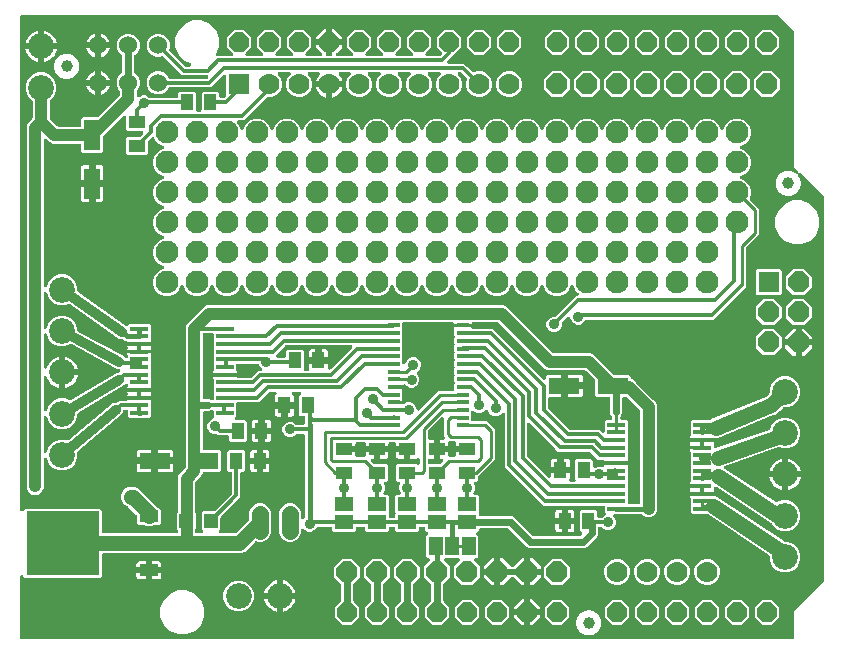
<source format=gbr>
G04 EAGLE Gerber RS-274X export*
G75*
%MOMM*%
%FSLAX34Y34*%
%LPD*%
%INTop Copper*%
%IPPOS*%
%AMOC8*
5,1,8,0,0,1.08239X$1,22.5*%
G01*
%ADD10R,1.500000X0.400000*%
%ADD11C,2.184400*%
%ADD12R,1.400000X1.100000*%
%ADD13C,1.422400*%
%ADD14R,1.600200X1.168400*%
%ADD15P,1.924489X8X292.500000*%
%ADD16R,1.100000X1.400000*%
%ADD17R,2.600000X1.400000*%
%ADD18C,1.524000*%
%ADD19R,1.400000X2.600000*%
%ADD20R,1.200000X1.200000*%
%ADD21C,1.000000*%
%ADD22R,6.200000X5.400000*%
%ADD23R,1.600000X1.000000*%
%ADD24R,0.990600X0.304800*%
%ADD25C,1.930400*%
%ADD26P,1.814519X8X22.500000*%
%ADD27P,1.924489X8X22.500000*%
%ADD28R,1.778000X1.778000*%
%ADD29C,1.778000*%
%ADD30R,1.168400X1.600200*%
%ADD31C,0.906400*%
%ADD32C,0.254000*%
%ADD33C,0.406400*%
%ADD34C,0.304800*%
%ADD35C,0.609600*%
%ADD36C,1.016000*%
%ADD37C,1.270000*%
%ADD38C,0.812800*%
%ADD39C,1.106400*%

G36*
X656362Y2544D02*
X656362Y2544D01*
X656388Y2542D01*
X656535Y2564D01*
X656682Y2581D01*
X656707Y2589D01*
X656733Y2593D01*
X656871Y2648D01*
X657010Y2698D01*
X657032Y2712D01*
X657057Y2722D01*
X657178Y2807D01*
X657303Y2887D01*
X657321Y2906D01*
X657343Y2921D01*
X657442Y3031D01*
X657545Y3138D01*
X657559Y3160D01*
X657576Y3180D01*
X657648Y3310D01*
X657724Y3437D01*
X657732Y3462D01*
X657745Y3485D01*
X657785Y3628D01*
X657830Y3769D01*
X657832Y3795D01*
X657840Y3820D01*
X657859Y4064D01*
X657859Y26452D01*
X682813Y51406D01*
X682892Y51505D01*
X682976Y51599D01*
X683000Y51641D01*
X683030Y51679D01*
X683084Y51793D01*
X683145Y51904D01*
X683158Y51951D01*
X683179Y51994D01*
X683205Y52118D01*
X683240Y52240D01*
X683245Y52300D01*
X683252Y52335D01*
X683251Y52383D01*
X683259Y52483D01*
X683259Y376777D01*
X683245Y376902D01*
X683238Y377028D01*
X683225Y377075D01*
X683219Y377123D01*
X683177Y377242D01*
X683142Y377363D01*
X683118Y377405D01*
X683102Y377451D01*
X683033Y377557D01*
X682972Y377667D01*
X682932Y377714D01*
X682913Y377744D01*
X682878Y377777D01*
X682813Y377854D01*
X663677Y396990D01*
X663598Y397053D01*
X663526Y397123D01*
X663462Y397161D01*
X663404Y397207D01*
X663313Y397250D01*
X663227Y397301D01*
X663156Y397324D01*
X663088Y397356D01*
X662990Y397377D01*
X662895Y397408D01*
X662820Y397414D01*
X662748Y397429D01*
X662647Y397428D01*
X662547Y397436D01*
X662474Y397425D01*
X662399Y397423D01*
X662302Y397399D01*
X662203Y397384D01*
X662133Y397356D01*
X662061Y397338D01*
X661972Y397292D01*
X661879Y397255D01*
X661818Y397213D01*
X661751Y397179D01*
X661675Y397113D01*
X661593Y397056D01*
X661543Y397001D01*
X661486Y396953D01*
X661426Y396872D01*
X661359Y396797D01*
X661323Y396732D01*
X661279Y396673D01*
X661239Y396580D01*
X661191Y396492D01*
X661170Y396421D01*
X661141Y396353D01*
X661123Y396254D01*
X661096Y396157D01*
X661088Y396057D01*
X661079Y396010D01*
X661081Y395974D01*
X661076Y395913D01*
X661076Y395729D01*
X661095Y395562D01*
X661113Y395395D01*
X661115Y395389D01*
X661116Y395382D01*
X661172Y395226D01*
X661228Y395066D01*
X661232Y395059D01*
X661234Y395054D01*
X661246Y395035D01*
X661352Y394855D01*
X661571Y394542D01*
X661682Y394416D01*
X661792Y394290D01*
X661797Y394286D01*
X661802Y394282D01*
X661849Y394248D01*
X661937Y394060D01*
X661942Y394051D01*
X661946Y394041D01*
X662069Y393830D01*
X662194Y393651D01*
X662219Y393501D01*
X662222Y393494D01*
X662222Y393489D01*
X662231Y393467D01*
X662304Y393272D01*
X662465Y392926D01*
X662553Y392783D01*
X662640Y392639D01*
X662645Y392634D01*
X662648Y392629D01*
X662688Y392588D01*
X662742Y392387D01*
X662746Y392377D01*
X662748Y392367D01*
X662833Y392138D01*
X662925Y391940D01*
X662923Y391788D01*
X662924Y391780D01*
X662924Y391775D01*
X662929Y391753D01*
X662967Y391547D01*
X663066Y391179D01*
X663128Y391022D01*
X663188Y390866D01*
X663192Y390860D01*
X663194Y390854D01*
X663227Y390807D01*
X663245Y390600D01*
X663247Y390590D01*
X663247Y390579D01*
X663291Y390338D01*
X663347Y390128D01*
X663319Y389978D01*
X663319Y389971D01*
X663318Y389966D01*
X663319Y389942D01*
X663321Y389734D01*
X663354Y389354D01*
X663388Y389188D01*
X663420Y389024D01*
X663423Y389019D01*
X663424Y389012D01*
X663448Y388960D01*
X663430Y388753D01*
X663430Y388742D01*
X663428Y388732D01*
X663430Y388487D01*
X663449Y388270D01*
X663395Y388128D01*
X663394Y388120D01*
X663392Y388115D01*
X663389Y388092D01*
X663354Y387887D01*
X663321Y387506D01*
X663325Y387341D01*
X663328Y387170D01*
X663330Y387164D01*
X663330Y387158D01*
X663345Y387102D01*
X663291Y386902D01*
X663289Y386891D01*
X663286Y386881D01*
X663245Y386640D01*
X663226Y386423D01*
X663148Y386292D01*
X663145Y386285D01*
X663143Y386280D01*
X663136Y386259D01*
X663066Y386061D01*
X662967Y385693D01*
X662942Y385524D01*
X662917Y385361D01*
X662917Y385354D01*
X662916Y385348D01*
X662921Y385291D01*
X662833Y385102D01*
X662830Y385092D01*
X662824Y385083D01*
X662742Y384853D01*
X662686Y384642D01*
X662586Y384527D01*
X662582Y384520D01*
X662579Y384516D01*
X662569Y384496D01*
X662465Y384314D01*
X662304Y383968D01*
X662251Y383810D01*
X662197Y383650D01*
X662196Y383644D01*
X662194Y383638D01*
X662189Y383580D01*
X662069Y383410D01*
X662064Y383401D01*
X662057Y383393D01*
X661937Y383180D01*
X661845Y382983D01*
X661842Y382981D01*
X661726Y382886D01*
X661722Y382880D01*
X661718Y382877D01*
X661704Y382859D01*
X661571Y382698D01*
X661352Y382385D01*
X661272Y382238D01*
X661191Y382091D01*
X661189Y382084D01*
X661186Y382079D01*
X661171Y382023D01*
X661024Y381876D01*
X661017Y381868D01*
X661009Y381861D01*
X660853Y381673D01*
X660728Y381494D01*
X660595Y381420D01*
X660589Y381415D01*
X660585Y381412D01*
X660568Y381397D01*
X660409Y381261D01*
X660139Y380991D01*
X660035Y380861D01*
X659929Y380729D01*
X659926Y380723D01*
X659922Y380718D01*
X659898Y380666D01*
X659727Y380547D01*
X659719Y380540D01*
X659710Y380535D01*
X659524Y380376D01*
X659370Y380222D01*
X659226Y380172D01*
X659219Y380168D01*
X659214Y380166D01*
X659195Y380154D01*
X659015Y380048D01*
X658702Y379829D01*
X658575Y379717D01*
X658450Y379608D01*
X658446Y379603D01*
X658442Y379598D01*
X658408Y379551D01*
X658220Y379463D01*
X658211Y379458D01*
X658201Y379454D01*
X657990Y379331D01*
X657811Y379206D01*
X657661Y379181D01*
X657654Y379178D01*
X657649Y379178D01*
X657627Y379169D01*
X657432Y379096D01*
X657086Y378935D01*
X656942Y378846D01*
X656799Y378760D01*
X656794Y378755D01*
X656789Y378752D01*
X656748Y378712D01*
X656547Y378658D01*
X656537Y378654D01*
X656527Y378652D01*
X656298Y378567D01*
X656100Y378475D01*
X655948Y378477D01*
X655940Y378476D01*
X655935Y378476D01*
X655913Y378471D01*
X655707Y378433D01*
X655339Y378334D01*
X655182Y378272D01*
X655026Y378212D01*
X655020Y378208D01*
X655014Y378206D01*
X654967Y378173D01*
X654760Y378155D01*
X654750Y378153D01*
X654739Y378153D01*
X654498Y378109D01*
X654288Y378053D01*
X654138Y378081D01*
X654131Y378081D01*
X654126Y378082D01*
X654104Y378081D01*
X653894Y378079D01*
X653513Y378046D01*
X653351Y378013D01*
X653184Y377980D01*
X653178Y377977D01*
X653172Y377976D01*
X653120Y377952D01*
X652913Y377970D01*
X652902Y377970D01*
X652892Y377972D01*
X652647Y377970D01*
X652430Y377951D01*
X652288Y378005D01*
X652280Y378006D01*
X652275Y378008D01*
X652252Y378011D01*
X652047Y378046D01*
X651666Y378079D01*
X651501Y378075D01*
X651330Y378072D01*
X651324Y378070D01*
X651318Y378070D01*
X651262Y378055D01*
X651062Y378109D01*
X651051Y378111D01*
X651041Y378114D01*
X650800Y378155D01*
X650583Y378174D01*
X650452Y378252D01*
X650445Y378255D01*
X650440Y378257D01*
X650419Y378264D01*
X650221Y378334D01*
X649853Y378433D01*
X649687Y378457D01*
X649521Y378483D01*
X649514Y378483D01*
X649508Y378484D01*
X649451Y378479D01*
X649262Y378567D01*
X649252Y378570D01*
X649243Y378576D01*
X649013Y378658D01*
X648802Y378714D01*
X648687Y378814D01*
X648680Y378818D01*
X648676Y378821D01*
X648656Y378831D01*
X648474Y378935D01*
X648128Y379096D01*
X647970Y379149D01*
X647810Y379203D01*
X647804Y379204D01*
X647798Y379206D01*
X647740Y379211D01*
X647570Y379331D01*
X647561Y379336D01*
X647553Y379343D01*
X647340Y379463D01*
X647142Y379556D01*
X647046Y379674D01*
X647040Y379678D01*
X647037Y379682D01*
X647019Y379696D01*
X646858Y379829D01*
X646545Y380048D01*
X646398Y380128D01*
X646251Y380209D01*
X646244Y380211D01*
X646239Y380214D01*
X646183Y380229D01*
X646036Y380376D01*
X646028Y380383D01*
X646021Y380391D01*
X645833Y380547D01*
X645654Y380672D01*
X645580Y380805D01*
X645575Y380811D01*
X645572Y380815D01*
X645557Y380832D01*
X645421Y380991D01*
X645151Y381261D01*
X645021Y381365D01*
X644889Y381471D01*
X644883Y381474D01*
X644878Y381478D01*
X644826Y381502D01*
X644707Y381673D01*
X644700Y381681D01*
X644695Y381690D01*
X644536Y381876D01*
X644382Y382030D01*
X644332Y382174D01*
X644328Y382181D01*
X644326Y382186D01*
X644314Y382205D01*
X644208Y382385D01*
X643989Y382698D01*
X643878Y382824D01*
X643876Y382825D01*
X643868Y382837D01*
X643859Y382846D01*
X643768Y382950D01*
X643763Y382954D01*
X643758Y382958D01*
X643711Y382992D01*
X643623Y383180D01*
X643618Y383189D01*
X643614Y383199D01*
X643491Y383410D01*
X643366Y383589D01*
X643341Y383739D01*
X643338Y383746D01*
X643338Y383751D01*
X643329Y383773D01*
X643256Y383968D01*
X643095Y384314D01*
X643008Y384455D01*
X642920Y384601D01*
X642915Y384606D01*
X642912Y384611D01*
X642872Y384652D01*
X642818Y384853D01*
X642814Y384863D01*
X642812Y384873D01*
X642727Y385102D01*
X642635Y385300D01*
X642637Y385452D01*
X642636Y385460D01*
X642636Y385465D01*
X642631Y385487D01*
X642593Y385693D01*
X642494Y386061D01*
X642433Y386216D01*
X642372Y386374D01*
X642368Y386380D01*
X642366Y386386D01*
X642333Y386433D01*
X642315Y386640D01*
X642313Y386650D01*
X642313Y386661D01*
X642269Y386901D01*
X642213Y387112D01*
X642241Y387262D01*
X642241Y387269D01*
X642242Y387274D01*
X642241Y387298D01*
X642239Y387506D01*
X642206Y387886D01*
X642172Y388052D01*
X642140Y388216D01*
X642137Y388221D01*
X642136Y388228D01*
X642112Y388280D01*
X642130Y388487D01*
X642130Y388498D01*
X642132Y388508D01*
X642130Y388753D01*
X642111Y388970D01*
X642165Y389112D01*
X642166Y389120D01*
X642168Y389125D01*
X642171Y389148D01*
X642206Y389354D01*
X642239Y389734D01*
X642235Y389902D01*
X642232Y390069D01*
X642230Y390076D01*
X642230Y390082D01*
X642215Y390138D01*
X642269Y390339D01*
X642271Y390349D01*
X642274Y390359D01*
X642315Y390600D01*
X642334Y390817D01*
X642412Y390948D01*
X642415Y390955D01*
X642417Y390960D01*
X642424Y390981D01*
X642494Y391179D01*
X642593Y391547D01*
X642617Y391713D01*
X642643Y391879D01*
X642643Y391886D01*
X642644Y391892D01*
X642639Y391949D01*
X642727Y392138D01*
X642730Y392148D01*
X642736Y392157D01*
X642818Y392387D01*
X642874Y392598D01*
X642974Y392713D01*
X642978Y392720D01*
X642981Y392724D01*
X642991Y392744D01*
X643095Y392926D01*
X643256Y393272D01*
X643309Y393430D01*
X643363Y393590D01*
X643364Y393596D01*
X643366Y393602D01*
X643371Y393660D01*
X643491Y393830D01*
X643496Y393839D01*
X643503Y393847D01*
X643623Y394060D01*
X643716Y394258D01*
X643834Y394354D01*
X643838Y394360D01*
X643842Y394363D01*
X643856Y394381D01*
X643989Y394542D01*
X644208Y394855D01*
X644288Y395002D01*
X644369Y395149D01*
X644371Y395156D01*
X644374Y395161D01*
X644389Y395217D01*
X644536Y395364D01*
X644543Y395372D01*
X644551Y395379D01*
X644707Y395567D01*
X644832Y395746D01*
X644965Y395820D01*
X644971Y395825D01*
X644975Y395828D01*
X644992Y395843D01*
X645023Y395869D01*
X645048Y395886D01*
X645076Y395915D01*
X645151Y395979D01*
X645421Y396249D01*
X645525Y396379D01*
X645631Y396511D01*
X645634Y396517D01*
X645638Y396522D01*
X645662Y396574D01*
X645833Y396693D01*
X645841Y396700D01*
X645850Y396705D01*
X646036Y396864D01*
X646190Y397018D01*
X646334Y397068D01*
X646341Y397072D01*
X646346Y397074D01*
X646365Y397086D01*
X646545Y397192D01*
X646858Y397411D01*
X646984Y397522D01*
X647110Y397632D01*
X647114Y397637D01*
X647118Y397642D01*
X647152Y397689D01*
X647340Y397777D01*
X647349Y397782D01*
X647359Y397786D01*
X647570Y397909D01*
X647749Y398034D01*
X647899Y398059D01*
X647906Y398062D01*
X647911Y398062D01*
X647933Y398071D01*
X648128Y398144D01*
X648474Y398305D01*
X648617Y398393D01*
X648761Y398480D01*
X648766Y398485D01*
X648771Y398488D01*
X648812Y398528D01*
X649013Y398582D01*
X649023Y398586D01*
X649033Y398588D01*
X649262Y398673D01*
X649460Y398765D01*
X649612Y398763D01*
X649620Y398764D01*
X649625Y398764D01*
X649647Y398769D01*
X649853Y398807D01*
X650221Y398906D01*
X650378Y398968D01*
X650534Y399028D01*
X650540Y399032D01*
X650546Y399034D01*
X650593Y399067D01*
X650800Y399085D01*
X650810Y399087D01*
X650821Y399087D01*
X651062Y399131D01*
X651272Y399187D01*
X651422Y399159D01*
X651429Y399159D01*
X651434Y399158D01*
X651458Y399159D01*
X651666Y399161D01*
X652046Y399194D01*
X652212Y399228D01*
X652376Y399260D01*
X652381Y399263D01*
X652388Y399264D01*
X652440Y399288D01*
X652647Y399270D01*
X652658Y399270D01*
X652668Y399268D01*
X652913Y399270D01*
X653130Y399289D01*
X653272Y399235D01*
X653280Y399234D01*
X653285Y399232D01*
X653308Y399229D01*
X653514Y399194D01*
X653894Y399161D01*
X654062Y399165D01*
X654229Y399168D01*
X654236Y399170D01*
X654242Y399170D01*
X654298Y399185D01*
X654498Y399131D01*
X654509Y399129D01*
X654519Y399126D01*
X654760Y399085D01*
X654977Y399066D01*
X655108Y398988D01*
X655115Y398985D01*
X655120Y398983D01*
X655141Y398976D01*
X655339Y398906D01*
X655707Y398807D01*
X655873Y398783D01*
X656039Y398757D01*
X656046Y398757D01*
X656052Y398756D01*
X656109Y398761D01*
X656298Y398673D01*
X656308Y398670D01*
X656317Y398664D01*
X656547Y398582D01*
X656758Y398526D01*
X656873Y398426D01*
X656880Y398422D01*
X656884Y398419D01*
X656904Y398409D01*
X657086Y398305D01*
X657432Y398144D01*
X657590Y398091D01*
X657750Y398037D01*
X657756Y398036D01*
X657762Y398034D01*
X657820Y398029D01*
X657990Y397909D01*
X657999Y397904D01*
X658007Y397897D01*
X658220Y397777D01*
X658418Y397684D01*
X658514Y397566D01*
X658520Y397562D01*
X658523Y397558D01*
X658541Y397544D01*
X658702Y397411D01*
X659015Y397192D01*
X659162Y397112D01*
X659309Y397031D01*
X659316Y397029D01*
X659321Y397026D01*
X659482Y396982D01*
X659645Y396936D01*
X659653Y396935D01*
X659658Y396934D01*
X659680Y396933D01*
X659889Y396916D01*
X660073Y396916D01*
X660173Y396928D01*
X660273Y396929D01*
X660346Y396948D01*
X660419Y396956D01*
X660514Y396990D01*
X660611Y397014D01*
X660678Y397048D01*
X660748Y397074D01*
X660832Y397128D01*
X660921Y397174D01*
X660978Y397222D01*
X661040Y397263D01*
X661110Y397335D01*
X661187Y397400D01*
X661231Y397460D01*
X661283Y397513D01*
X661334Y397599D01*
X661394Y397680D01*
X661423Y397748D01*
X661461Y397812D01*
X661492Y397908D01*
X661532Y398000D01*
X661545Y398073D01*
X661568Y398144D01*
X661576Y398244D01*
X661593Y398343D01*
X661590Y398418D01*
X661596Y398492D01*
X661581Y398591D01*
X661576Y398691D01*
X661555Y398763D01*
X661544Y398836D01*
X661507Y398930D01*
X661479Y399026D01*
X661443Y399091D01*
X661415Y399160D01*
X661358Y399243D01*
X661309Y399330D01*
X661244Y399407D01*
X661216Y399446D01*
X661190Y399470D01*
X661150Y399517D01*
X659794Y400873D01*
X657859Y402808D01*
X657859Y516477D01*
X657845Y516602D01*
X657838Y516728D01*
X657825Y516775D01*
X657819Y516823D01*
X657777Y516942D01*
X657742Y517063D01*
X657718Y517105D01*
X657702Y517151D01*
X657633Y517257D01*
X657572Y517367D01*
X657532Y517414D01*
X657513Y517444D01*
X657478Y517477D01*
X657413Y517554D01*
X644554Y530413D01*
X644455Y530492D01*
X644361Y530576D01*
X644319Y530600D01*
X644281Y530630D01*
X644167Y530684D01*
X644056Y530745D01*
X644009Y530758D01*
X643966Y530779D01*
X643842Y530805D01*
X643720Y530840D01*
X643660Y530845D01*
X643625Y530852D01*
X643577Y530851D01*
X643477Y530859D01*
X4064Y530859D01*
X4038Y530856D01*
X4012Y530858D01*
X3865Y530836D01*
X3718Y530819D01*
X3693Y530811D01*
X3667Y530807D01*
X3529Y530752D01*
X3390Y530702D01*
X3368Y530688D01*
X3343Y530678D01*
X3222Y530593D01*
X3097Y530513D01*
X3079Y530494D01*
X3057Y530479D01*
X2958Y530369D01*
X2855Y530262D01*
X2841Y530240D01*
X2824Y530220D01*
X2752Y530090D01*
X2676Y529963D01*
X2668Y529938D01*
X2655Y529915D01*
X2615Y529772D01*
X2570Y529631D01*
X2568Y529605D01*
X2560Y529580D01*
X2541Y529336D01*
X2541Y112413D01*
X2552Y112313D01*
X2554Y112213D01*
X2572Y112141D01*
X2581Y112067D01*
X2614Y111972D01*
X2639Y111875D01*
X2673Y111809D01*
X2698Y111739D01*
X2753Y111654D01*
X2799Y111565D01*
X2847Y111508D01*
X2887Y111446D01*
X2959Y111376D01*
X3024Y111300D01*
X3084Y111255D01*
X3138Y111204D01*
X3224Y111152D01*
X3305Y111092D01*
X3373Y111063D01*
X3437Y111025D01*
X3533Y110994D01*
X3625Y110954D01*
X3698Y110941D01*
X3769Y110919D01*
X3869Y110910D01*
X3968Y110893D01*
X4042Y110897D01*
X4116Y110891D01*
X4216Y110905D01*
X4316Y110911D01*
X4387Y110931D01*
X4461Y110942D01*
X4554Y110979D01*
X4651Y111007D01*
X4716Y111044D01*
X4785Y111071D01*
X4867Y111128D01*
X4955Y111177D01*
X5031Y111242D01*
X5071Y111270D01*
X5095Y111296D01*
X5141Y111336D01*
X6658Y112853D01*
X70342Y112853D01*
X71533Y111662D01*
X71533Y93726D01*
X71536Y93700D01*
X71534Y93674D01*
X71556Y93527D01*
X71573Y93380D01*
X71581Y93355D01*
X71585Y93329D01*
X71640Y93191D01*
X71690Y93052D01*
X71704Y93030D01*
X71714Y93005D01*
X71799Y92884D01*
X71879Y92759D01*
X71898Y92741D01*
X71913Y92719D01*
X72023Y92620D01*
X72130Y92517D01*
X72152Y92503D01*
X72172Y92486D01*
X72302Y92414D01*
X72429Y92338D01*
X72454Y92330D01*
X72477Y92317D01*
X72620Y92277D01*
X72761Y92232D01*
X72787Y92230D01*
X72812Y92222D01*
X73056Y92203D01*
X134874Y92203D01*
X134900Y92206D01*
X134926Y92204D01*
X135073Y92226D01*
X135220Y92243D01*
X135245Y92251D01*
X135271Y92255D01*
X135409Y92310D01*
X135548Y92360D01*
X135570Y92374D01*
X135595Y92384D01*
X135716Y92469D01*
X135841Y92549D01*
X135859Y92568D01*
X135881Y92583D01*
X135980Y92692D01*
X136083Y92800D01*
X136097Y92822D01*
X136114Y92842D01*
X136186Y92972D01*
X136262Y93099D01*
X136270Y93124D01*
X136283Y93147D01*
X136323Y93289D01*
X136368Y93431D01*
X136370Y93457D01*
X136378Y93482D01*
X136397Y93726D01*
X136397Y94137D01*
X136383Y94263D01*
X136376Y94389D01*
X136363Y94435D01*
X136357Y94483D01*
X136315Y94602D01*
X136280Y94724D01*
X136256Y94766D01*
X136240Y94811D01*
X136171Y94918D01*
X136110Y95028D01*
X136070Y95074D01*
X136051Y95104D01*
X136016Y95138D01*
X135951Y95214D01*
X135137Y96028D01*
X135137Y109712D01*
X135951Y110526D01*
X136030Y110625D01*
X136114Y110719D01*
X136138Y110761D01*
X136168Y110799D01*
X136222Y110913D01*
X136283Y111024D01*
X136296Y111070D01*
X136317Y111114D01*
X136343Y111237D01*
X136378Y111359D01*
X136383Y111420D01*
X136390Y111455D01*
X136389Y111503D01*
X136397Y111603D01*
X136397Y139845D01*
X137480Y142459D01*
X142181Y147160D01*
X142260Y147259D01*
X142344Y147353D01*
X142368Y147395D01*
X142398Y147433D01*
X142452Y147547D01*
X142513Y147658D01*
X142526Y147704D01*
X142547Y147748D01*
X142573Y147872D01*
X142608Y147993D01*
X142613Y148054D01*
X142620Y148089D01*
X142619Y148137D01*
X142627Y148237D01*
X142627Y161674D01*
X142633Y161684D01*
X142646Y161730D01*
X142667Y161774D01*
X142693Y161897D01*
X142728Y162019D01*
X142733Y162080D01*
X142740Y162115D01*
X142739Y162163D01*
X142747Y162263D01*
X142747Y266845D01*
X143830Y269459D01*
X158531Y284160D01*
X161145Y285243D01*
X411805Y285243D01*
X414419Y284160D01*
X416634Y281945D01*
X453530Y245049D01*
X453629Y244970D01*
X453723Y244886D01*
X453765Y244862D01*
X453803Y244832D01*
X453917Y244778D01*
X454028Y244717D01*
X454074Y244704D01*
X454118Y244683D01*
X454242Y244657D01*
X454363Y244622D01*
X454424Y244617D01*
X454459Y244610D01*
X454507Y244611D01*
X454607Y244603D01*
X485465Y244603D01*
X488079Y243520D01*
X504950Y226649D01*
X505049Y226570D01*
X505143Y226486D01*
X505185Y226462D01*
X505223Y226432D01*
X505337Y226378D01*
X505448Y226317D01*
X505494Y226304D01*
X505538Y226283D01*
X505661Y226257D01*
X505783Y226222D01*
X505844Y226217D01*
X505879Y226210D01*
X505927Y226211D01*
X506027Y226203D01*
X518212Y226203D01*
X519403Y225012D01*
X519403Y224102D01*
X519411Y224026D01*
X519410Y223949D01*
X519431Y223853D01*
X519443Y223756D01*
X519468Y223684D01*
X519485Y223609D01*
X519527Y223520D01*
X519560Y223427D01*
X519602Y223363D01*
X519634Y223294D01*
X519696Y223217D01*
X519749Y223135D01*
X519804Y223082D01*
X519852Y223022D01*
X519929Y222961D01*
X520000Y222892D01*
X520065Y222853D01*
X520125Y222806D01*
X520258Y222738D01*
X520299Y222714D01*
X520317Y222708D01*
X520343Y222694D01*
X522189Y221930D01*
X524404Y219715D01*
X538485Y205634D01*
X540700Y203419D01*
X541783Y200805D01*
X541783Y111615D01*
X540700Y109001D01*
X538699Y107000D01*
X536085Y105917D01*
X533255Y105917D01*
X530641Y107000D01*
X529312Y108329D01*
X529213Y108408D01*
X529119Y108492D01*
X529077Y108516D01*
X529039Y108546D01*
X528925Y108600D01*
X528814Y108661D01*
X528768Y108674D01*
X528724Y108695D01*
X528600Y108721D01*
X528479Y108756D01*
X528418Y108761D01*
X528383Y108768D01*
X528335Y108767D01*
X528235Y108775D01*
X506166Y108775D01*
X506066Y108764D01*
X505966Y108762D01*
X505894Y108744D01*
X505820Y108735D01*
X505725Y108701D01*
X505628Y108677D01*
X505562Y108643D01*
X505492Y108618D01*
X505407Y108563D01*
X505318Y108517D01*
X505261Y108469D01*
X505199Y108429D01*
X505129Y108357D01*
X505053Y108292D01*
X505009Y108232D01*
X504957Y108178D01*
X504905Y108092D01*
X504846Y108011D01*
X504816Y107943D01*
X504778Y107879D01*
X504747Y107783D01*
X504708Y107691D01*
X504694Y107618D01*
X504672Y107547D01*
X504664Y107447D01*
X504646Y107348D01*
X504650Y107274D01*
X504644Y107200D01*
X504659Y107100D01*
X504664Y107000D01*
X504684Y106929D01*
X504695Y106855D01*
X504733Y106762D01*
X504760Y106665D01*
X504797Y106600D01*
X504824Y106531D01*
X504881Y106449D01*
X504931Y106361D01*
X504996Y106285D01*
X505023Y106245D01*
X505050Y106221D01*
X505089Y106175D01*
X505945Y105319D01*
X506945Y102906D01*
X506945Y100294D01*
X505945Y97881D01*
X504099Y96035D01*
X501686Y95035D01*
X499074Y95035D01*
X496661Y96035D01*
X495099Y97597D01*
X495000Y97676D01*
X494906Y97760D01*
X494864Y97784D01*
X494826Y97814D01*
X494712Y97868D01*
X494601Y97929D01*
X494554Y97942D01*
X494511Y97963D01*
X494387Y97989D01*
X494266Y98024D01*
X494205Y98029D01*
X494170Y98036D01*
X494122Y98035D01*
X494022Y98043D01*
X493014Y98043D01*
X492988Y98040D01*
X492962Y98042D01*
X492815Y98020D01*
X492668Y98003D01*
X492643Y97995D01*
X492617Y97991D01*
X492479Y97936D01*
X492340Y97886D01*
X492318Y97872D01*
X492293Y97862D01*
X492172Y97777D01*
X492047Y97697D01*
X492029Y97678D01*
X492007Y97663D01*
X491908Y97553D01*
X491805Y97446D01*
X491791Y97424D01*
X491774Y97404D01*
X491702Y97274D01*
X491626Y97147D01*
X491618Y97122D01*
X491605Y97099D01*
X491565Y96956D01*
X491520Y96815D01*
X491518Y96789D01*
X491510Y96764D01*
X491491Y96520D01*
X491491Y91189D01*
X490717Y89322D01*
X482178Y80783D01*
X480311Y80009D01*
X433329Y80009D01*
X433081Y80112D01*
X431462Y80783D01*
X429819Y82426D01*
X416172Y96073D01*
X416073Y96152D01*
X415979Y96236D01*
X415936Y96260D01*
X415899Y96290D01*
X415784Y96344D01*
X415674Y96405D01*
X415627Y96418D01*
X415584Y96439D01*
X415460Y96465D01*
X415338Y96500D01*
X415278Y96505D01*
X415243Y96512D01*
X415195Y96511D01*
X415095Y96519D01*
X392557Y96519D01*
X392531Y96516D01*
X392505Y96518D01*
X392358Y96496D01*
X392211Y96479D01*
X392186Y96471D01*
X392160Y96467D01*
X392022Y96412D01*
X391883Y96362D01*
X391861Y96348D01*
X391836Y96338D01*
X391715Y96253D01*
X391590Y96173D01*
X391572Y96154D01*
X391550Y96139D01*
X391451Y96029D01*
X391348Y95922D01*
X391334Y95900D01*
X391317Y95880D01*
X391245Y95750D01*
X391169Y95623D01*
X391161Y95598D01*
X391148Y95575D01*
X391108Y95432D01*
X391063Y95291D01*
X391061Y95265D01*
X391053Y95240D01*
X391034Y94996D01*
X391034Y94916D01*
X389766Y93648D01*
X389682Y93627D01*
X389616Y93593D01*
X389546Y93568D01*
X389461Y93513D01*
X389372Y93467D01*
X389315Y93419D01*
X389253Y93379D01*
X389183Y93307D01*
X389106Y93242D01*
X389062Y93182D01*
X389011Y93128D01*
X388959Y93042D01*
X388899Y92961D01*
X388870Y92893D01*
X388832Y92829D01*
X388801Y92733D01*
X388761Y92641D01*
X388748Y92568D01*
X388726Y92497D01*
X388717Y92397D01*
X388700Y92298D01*
X388704Y92224D01*
X388698Y92150D01*
X388712Y92050D01*
X388718Y91950D01*
X388738Y91879D01*
X388749Y91805D01*
X388786Y91712D01*
X388814Y91615D01*
X388851Y91550D01*
X388878Y91481D01*
X388935Y91399D01*
X388984Y91311D01*
X389049Y91235D01*
X389077Y91195D01*
X389103Y91171D01*
X389143Y91125D01*
X390145Y90123D01*
X390145Y72437D01*
X388954Y71246D01*
X388568Y71246D01*
X388468Y71235D01*
X388368Y71233D01*
X388296Y71215D01*
X388222Y71206D01*
X388128Y71173D01*
X388030Y71148D01*
X387964Y71114D01*
X387894Y71089D01*
X387810Y71034D01*
X387720Y70988D01*
X387664Y70940D01*
X387601Y70900D01*
X387531Y70828D01*
X387455Y70763D01*
X387411Y70703D01*
X387359Y70649D01*
X387307Y70563D01*
X387248Y70482D01*
X387218Y70414D01*
X387180Y70350D01*
X387149Y70254D01*
X387110Y70162D01*
X387097Y70089D01*
X387074Y70018D01*
X387066Y69918D01*
X387048Y69819D01*
X387052Y69745D01*
X387046Y69671D01*
X387061Y69571D01*
X387066Y69471D01*
X387087Y69400D01*
X387098Y69326D01*
X387135Y69233D01*
X387162Y69136D01*
X387199Y69071D01*
X387226Y69002D01*
X387284Y68920D01*
X387333Y68832D01*
X387398Y68756D01*
X387425Y68716D01*
X387452Y68692D01*
X387491Y68646D01*
X391923Y64214D01*
X391923Y55166D01*
X385524Y48767D01*
X376476Y48767D01*
X370077Y55166D01*
X370077Y64214D01*
X374509Y68646D01*
X374571Y68724D01*
X374641Y68797D01*
X374679Y68861D01*
X374725Y68919D01*
X374768Y69010D01*
X374820Y69096D01*
X374843Y69167D01*
X374874Y69234D01*
X374896Y69332D01*
X374926Y69428D01*
X374932Y69502D01*
X374948Y69575D01*
X374946Y69675D01*
X374954Y69775D01*
X374943Y69849D01*
X374942Y69923D01*
X374917Y70020D01*
X374902Y70120D01*
X374875Y70189D01*
X374857Y70261D01*
X374811Y70351D01*
X374774Y70444D01*
X374731Y70505D01*
X374697Y70571D01*
X374632Y70648D01*
X374575Y70730D01*
X374520Y70780D01*
X374471Y70836D01*
X374391Y70896D01*
X374316Y70963D01*
X374251Y70999D01*
X374191Y71044D01*
X374099Y71083D01*
X374011Y71132D01*
X373939Y71152D01*
X373871Y71182D01*
X373772Y71199D01*
X373676Y71227D01*
X373576Y71235D01*
X373528Y71243D01*
X373492Y71241D01*
X373432Y71246D01*
X363168Y71246D01*
X363068Y71235D01*
X362968Y71233D01*
X362896Y71215D01*
X362822Y71206D01*
X362728Y71173D01*
X362630Y71148D01*
X362564Y71114D01*
X362494Y71089D01*
X362410Y71034D01*
X362320Y70988D01*
X362264Y70940D01*
X362201Y70900D01*
X362131Y70828D01*
X362055Y70763D01*
X362011Y70703D01*
X361959Y70649D01*
X361907Y70563D01*
X361848Y70482D01*
X361818Y70414D01*
X361780Y70350D01*
X361749Y70254D01*
X361710Y70162D01*
X361697Y70089D01*
X361674Y70018D01*
X361666Y69918D01*
X361648Y69819D01*
X361652Y69745D01*
X361646Y69671D01*
X361661Y69571D01*
X361666Y69471D01*
X361687Y69400D01*
X361698Y69326D01*
X361735Y69233D01*
X361762Y69136D01*
X361799Y69071D01*
X361826Y69002D01*
X361884Y68920D01*
X361933Y68832D01*
X361998Y68756D01*
X362025Y68716D01*
X362052Y68692D01*
X362091Y68646D01*
X366523Y64214D01*
X366523Y55166D01*
X361127Y49770D01*
X361048Y49671D01*
X360964Y49577D01*
X360940Y49535D01*
X360910Y49497D01*
X360856Y49383D01*
X360795Y49272D01*
X360782Y49225D01*
X360761Y49182D01*
X360735Y49058D01*
X360700Y48937D01*
X360695Y48876D01*
X360688Y48841D01*
X360689Y48793D01*
X360681Y48693D01*
X360681Y35679D01*
X360695Y35553D01*
X360702Y35427D01*
X360715Y35381D01*
X360721Y35333D01*
X360763Y35214D01*
X360798Y35092D01*
X360822Y35050D01*
X360838Y35005D01*
X360907Y34898D01*
X360968Y34788D01*
X361008Y34742D01*
X361027Y34712D01*
X361062Y34678D01*
X361127Y34602D01*
X366015Y29714D01*
X366015Y21086D01*
X359914Y14985D01*
X351286Y14985D01*
X345185Y21086D01*
X345185Y29714D01*
X350073Y34602D01*
X350152Y34701D01*
X350236Y34795D01*
X350260Y34837D01*
X350290Y34875D01*
X350344Y34989D01*
X350405Y35100D01*
X350418Y35146D01*
X350439Y35190D01*
X350465Y35313D01*
X350500Y35435D01*
X350505Y35496D01*
X350512Y35531D01*
X350511Y35579D01*
X350519Y35679D01*
X350519Y48693D01*
X350505Y48818D01*
X350498Y48945D01*
X350485Y48991D01*
X350479Y49039D01*
X350437Y49158D01*
X350402Y49279D01*
X350378Y49322D01*
X350362Y49367D01*
X350293Y49473D01*
X350232Y49584D01*
X350192Y49630D01*
X350173Y49660D01*
X350138Y49693D01*
X350073Y49770D01*
X344677Y55166D01*
X344677Y64214D01*
X349109Y68646D01*
X349171Y68724D01*
X349241Y68797D01*
X349279Y68861D01*
X349325Y68919D01*
X349368Y69010D01*
X349420Y69096D01*
X349443Y69167D01*
X349474Y69234D01*
X349496Y69332D01*
X349526Y69428D01*
X349532Y69502D01*
X349548Y69575D01*
X349546Y69675D01*
X349554Y69775D01*
X349543Y69849D01*
X349542Y69923D01*
X349517Y70020D01*
X349502Y70120D01*
X349475Y70189D01*
X349457Y70261D01*
X349411Y70351D01*
X349374Y70444D01*
X349331Y70505D01*
X349297Y70571D01*
X349232Y70648D01*
X349175Y70730D01*
X349120Y70780D01*
X349071Y70836D01*
X348991Y70896D01*
X348916Y70963D01*
X348851Y70999D01*
X348791Y71044D01*
X348699Y71083D01*
X348611Y71132D01*
X348539Y71152D01*
X348471Y71182D01*
X348372Y71199D01*
X348276Y71227D01*
X348176Y71235D01*
X348128Y71243D01*
X348092Y71241D01*
X348032Y71246D01*
X347646Y71246D01*
X346455Y72437D01*
X346455Y90123D01*
X347457Y91125D01*
X347520Y91204D01*
X347589Y91276D01*
X347628Y91340D01*
X347674Y91398D01*
X347717Y91489D01*
X347768Y91575D01*
X347791Y91646D01*
X347823Y91713D01*
X347844Y91811D01*
X347874Y91907D01*
X347880Y91981D01*
X347896Y92054D01*
X347894Y92154D01*
X347902Y92254D01*
X347891Y92328D01*
X347890Y92402D01*
X347866Y92499D01*
X347851Y92599D01*
X347823Y92668D01*
X347805Y92740D01*
X347759Y92829D01*
X347722Y92923D01*
X347680Y92984D01*
X347646Y93050D01*
X347580Y93126D01*
X347523Y93209D01*
X347468Y93259D01*
X347420Y93315D01*
X347339Y93375D01*
X347264Y93442D01*
X347199Y93478D01*
X347139Y93523D01*
X347047Y93562D01*
X346959Y93611D01*
X346888Y93631D01*
X346823Y93659D01*
X345566Y94916D01*
X345566Y96520D01*
X345563Y96546D01*
X345565Y96572D01*
X345543Y96719D01*
X345526Y96866D01*
X345518Y96891D01*
X345514Y96917D01*
X345459Y97055D01*
X345409Y97194D01*
X345395Y97216D01*
X345385Y97241D01*
X345300Y97362D01*
X345220Y97487D01*
X345201Y97505D01*
X345186Y97527D01*
X345076Y97626D01*
X344969Y97729D01*
X344947Y97743D01*
X344927Y97760D01*
X344797Y97832D01*
X344670Y97908D01*
X344645Y97916D01*
X344622Y97929D01*
X344479Y97969D01*
X344338Y98014D01*
X344312Y98016D01*
X344287Y98024D01*
X344043Y98043D01*
X341757Y98043D01*
X341731Y98040D01*
X341705Y98042D01*
X341558Y98020D01*
X341411Y98003D01*
X341386Y97995D01*
X341360Y97991D01*
X341222Y97936D01*
X341083Y97886D01*
X341061Y97872D01*
X341036Y97862D01*
X340915Y97777D01*
X340790Y97697D01*
X340772Y97678D01*
X340750Y97663D01*
X340651Y97553D01*
X340548Y97446D01*
X340534Y97424D01*
X340517Y97404D01*
X340445Y97274D01*
X340369Y97147D01*
X340361Y97122D01*
X340348Y97099D01*
X340308Y96956D01*
X340263Y96815D01*
X340261Y96789D01*
X340253Y96764D01*
X340234Y96520D01*
X340234Y94916D01*
X339043Y93725D01*
X321357Y93725D01*
X320166Y94916D01*
X320166Y96520D01*
X320163Y96546D01*
X320165Y96572D01*
X320143Y96719D01*
X320126Y96866D01*
X320118Y96891D01*
X320114Y96917D01*
X320059Y97055D01*
X320009Y97194D01*
X319995Y97216D01*
X319985Y97241D01*
X319900Y97362D01*
X319820Y97487D01*
X319801Y97505D01*
X319786Y97527D01*
X319676Y97626D01*
X319569Y97729D01*
X319547Y97743D01*
X319527Y97760D01*
X319397Y97832D01*
X319270Y97908D01*
X319245Y97916D01*
X319222Y97929D01*
X319079Y97969D01*
X318938Y98014D01*
X318912Y98016D01*
X318887Y98024D01*
X318643Y98043D01*
X316357Y98043D01*
X316331Y98040D01*
X316305Y98042D01*
X316158Y98020D01*
X316011Y98003D01*
X315986Y97995D01*
X315960Y97991D01*
X315822Y97936D01*
X315683Y97886D01*
X315661Y97872D01*
X315636Y97862D01*
X315515Y97777D01*
X315390Y97697D01*
X315372Y97678D01*
X315350Y97663D01*
X315251Y97553D01*
X315148Y97446D01*
X315134Y97424D01*
X315117Y97404D01*
X315045Y97274D01*
X314969Y97147D01*
X314961Y97122D01*
X314948Y97099D01*
X314908Y96956D01*
X314863Y96815D01*
X314861Y96789D01*
X314853Y96764D01*
X314834Y96520D01*
X314834Y94916D01*
X313643Y93725D01*
X295957Y93725D01*
X294766Y94916D01*
X294766Y96520D01*
X294763Y96546D01*
X294765Y96572D01*
X294743Y96719D01*
X294726Y96866D01*
X294718Y96891D01*
X294714Y96917D01*
X294659Y97055D01*
X294609Y97194D01*
X294595Y97216D01*
X294585Y97241D01*
X294500Y97362D01*
X294420Y97487D01*
X294401Y97505D01*
X294386Y97527D01*
X294276Y97626D01*
X294169Y97729D01*
X294147Y97743D01*
X294127Y97760D01*
X293997Y97832D01*
X293870Y97908D01*
X293845Y97916D01*
X293822Y97929D01*
X293679Y97969D01*
X293538Y98014D01*
X293512Y98016D01*
X293487Y98024D01*
X293243Y98043D01*
X288417Y98043D01*
X288391Y98040D01*
X288365Y98042D01*
X288218Y98020D01*
X288071Y98003D01*
X288046Y97995D01*
X288020Y97991D01*
X287882Y97936D01*
X287743Y97886D01*
X287721Y97872D01*
X287696Y97862D01*
X287575Y97777D01*
X287450Y97697D01*
X287432Y97678D01*
X287410Y97663D01*
X287311Y97553D01*
X287208Y97446D01*
X287194Y97424D01*
X287177Y97404D01*
X287105Y97274D01*
X287029Y97147D01*
X287021Y97122D01*
X287008Y97099D01*
X286968Y96956D01*
X286923Y96815D01*
X286921Y96789D01*
X286913Y96764D01*
X286894Y96520D01*
X286894Y94916D01*
X285703Y93725D01*
X268017Y93725D01*
X266826Y94916D01*
X266826Y96520D01*
X266823Y96546D01*
X266825Y96572D01*
X266803Y96719D01*
X266786Y96866D01*
X266778Y96891D01*
X266774Y96917D01*
X266719Y97055D01*
X266669Y97194D01*
X266655Y97216D01*
X266645Y97241D01*
X266560Y97362D01*
X266480Y97487D01*
X266461Y97505D01*
X266446Y97527D01*
X266336Y97626D01*
X266229Y97729D01*
X266207Y97743D01*
X266187Y97760D01*
X266057Y97832D01*
X265930Y97908D01*
X265905Y97916D01*
X265882Y97929D01*
X265739Y97969D01*
X265598Y98014D01*
X265572Y98016D01*
X265547Y98024D01*
X265303Y98043D01*
X254826Y98043D01*
X254750Y98035D01*
X254674Y98036D01*
X254578Y98015D01*
X254480Y98003D01*
X254408Y97978D01*
X254333Y97961D01*
X254245Y97919D01*
X254152Y97886D01*
X254088Y97844D01*
X254019Y97812D01*
X253942Y97750D01*
X253859Y97697D01*
X253806Y97642D01*
X253746Y97594D01*
X253685Y97517D01*
X253617Y97446D01*
X253578Y97381D01*
X253530Y97321D01*
X253462Y97188D01*
X253438Y97147D01*
X253432Y97129D01*
X253419Y97103D01*
X253215Y96611D01*
X251369Y94765D01*
X248956Y93765D01*
X246344Y93765D01*
X243931Y94765D01*
X242885Y95811D01*
X242806Y95873D01*
X242734Y95943D01*
X242670Y95981D01*
X242612Y96028D01*
X242521Y96071D01*
X242435Y96122D01*
X242364Y96145D01*
X242297Y96177D01*
X242199Y96198D01*
X242103Y96228D01*
X242029Y96234D01*
X241956Y96250D01*
X241856Y96248D01*
X241756Y96256D01*
X241682Y96245D01*
X241608Y96244D01*
X241511Y96219D01*
X241411Y96205D01*
X241342Y96177D01*
X241270Y96159D01*
X241181Y96113D01*
X241087Y96076D01*
X241026Y96033D01*
X240960Y95999D01*
X240884Y95934D01*
X240801Y95877D01*
X240751Y95822D01*
X240695Y95773D01*
X240635Y95693D01*
X240568Y95618D01*
X240532Y95553D01*
X240487Y95493D01*
X240448Y95401D01*
X240399Y95313D01*
X240379Y95241D01*
X240349Y95173D01*
X240332Y95074D01*
X240304Y94978D01*
X240296Y94878D01*
X240288Y94830D01*
X240290Y94794D01*
X240285Y94734D01*
X240285Y92669D01*
X238892Y89308D01*
X236320Y86736D01*
X232959Y85343D01*
X229321Y85343D01*
X225960Y86736D01*
X223388Y89308D01*
X221995Y92669D01*
X221995Y110531D01*
X223388Y113892D01*
X225960Y116464D01*
X229321Y117857D01*
X232959Y117857D01*
X236320Y116464D01*
X238892Y113892D01*
X240285Y110531D01*
X240285Y105926D01*
X240296Y105826D01*
X240298Y105726D01*
X240316Y105654D01*
X240325Y105580D01*
X240358Y105485D01*
X240383Y105388D01*
X240417Y105322D01*
X240442Y105252D01*
X240497Y105167D01*
X240543Y105078D01*
X240591Y105021D01*
X240631Y104959D01*
X240703Y104889D01*
X240768Y104813D01*
X240828Y104769D01*
X240882Y104717D01*
X240968Y104665D01*
X241049Y104606D01*
X241117Y104576D01*
X241181Y104538D01*
X241277Y104507D01*
X241369Y104468D01*
X241442Y104454D01*
X241513Y104432D01*
X241613Y104424D01*
X241712Y104406D01*
X241786Y104410D01*
X241860Y104404D01*
X241960Y104419D01*
X242060Y104424D01*
X242131Y104444D01*
X242205Y104455D01*
X242298Y104493D01*
X242395Y104520D01*
X242460Y104557D01*
X242529Y104584D01*
X242611Y104641D01*
X242699Y104691D01*
X242775Y104756D01*
X242815Y104783D01*
X242839Y104810D01*
X242885Y104849D01*
X243139Y105103D01*
X243210Y105193D01*
X243213Y105196D01*
X243214Y105198D01*
X243218Y105202D01*
X243302Y105296D01*
X243326Y105338D01*
X243356Y105376D01*
X243410Y105490D01*
X243471Y105601D01*
X243484Y105647D01*
X243505Y105691D01*
X243531Y105815D01*
X243566Y105936D01*
X243571Y105997D01*
X243578Y106032D01*
X243577Y106080D01*
X243585Y106180D01*
X243585Y175260D01*
X243582Y175286D01*
X243584Y175312D01*
X243562Y175459D01*
X243545Y175606D01*
X243537Y175631D01*
X243533Y175657D01*
X243478Y175794D01*
X243428Y175934D01*
X243414Y175956D01*
X243404Y175981D01*
X243319Y176102D01*
X243239Y176227D01*
X243220Y176245D01*
X243205Y176267D01*
X243095Y176366D01*
X242988Y176469D01*
X242966Y176483D01*
X242946Y176500D01*
X242816Y176572D01*
X242689Y176648D01*
X242664Y176656D01*
X242641Y176669D01*
X242498Y176709D01*
X242357Y176754D01*
X242331Y176756D01*
X242306Y176764D01*
X242062Y176783D01*
X237498Y176783D01*
X237373Y176769D01*
X237246Y176762D01*
X237200Y176749D01*
X237152Y176743D01*
X237033Y176701D01*
X236912Y176666D01*
X236869Y176642D01*
X236824Y176626D01*
X236718Y176557D01*
X236607Y176496D01*
X236561Y176456D01*
X236531Y176437D01*
X236498Y176402D01*
X236421Y176337D01*
X234859Y174775D01*
X232446Y173775D01*
X229834Y173775D01*
X227421Y174775D01*
X225575Y176621D01*
X224575Y179034D01*
X224575Y181646D01*
X225575Y184059D01*
X227421Y185905D01*
X229834Y186905D01*
X232446Y186905D01*
X234859Y185905D01*
X236421Y184343D01*
X236520Y184264D01*
X236614Y184180D01*
X236656Y184156D01*
X236694Y184126D01*
X236808Y184072D01*
X236919Y184011D01*
X236966Y183998D01*
X237009Y183977D01*
X237133Y183951D01*
X237254Y183916D01*
X237315Y183911D01*
X237350Y183904D01*
X237398Y183905D01*
X237498Y183897D01*
X242062Y183897D01*
X242088Y183900D01*
X242114Y183898D01*
X242261Y183920D01*
X242408Y183937D01*
X242433Y183945D01*
X242459Y183949D01*
X242597Y184004D01*
X242736Y184054D01*
X242758Y184068D01*
X242783Y184078D01*
X242904Y184163D01*
X243029Y184243D01*
X243047Y184262D01*
X243069Y184277D01*
X243168Y184387D01*
X243271Y184494D01*
X243285Y184516D01*
X243302Y184536D01*
X243374Y184666D01*
X243450Y184793D01*
X243458Y184818D01*
X243471Y184841D01*
X243511Y184984D01*
X243556Y185125D01*
X243558Y185151D01*
X243566Y185176D01*
X243585Y185420D01*
X243585Y185834D01*
X243647Y185895D01*
X243726Y185994D01*
X243810Y186088D01*
X243834Y186131D01*
X243864Y186168D01*
X243918Y186283D01*
X243979Y186393D01*
X243992Y186440D01*
X244013Y186484D01*
X244039Y186607D01*
X244074Y186729D01*
X244079Y186789D01*
X244086Y186824D01*
X244085Y186872D01*
X244093Y186973D01*
X244093Y190104D01*
X244090Y190130D01*
X244092Y190156D01*
X244070Y190303D01*
X244053Y190450D01*
X244045Y190475D01*
X244041Y190501D01*
X243986Y190639D01*
X243936Y190778D01*
X243922Y190800D01*
X243912Y190825D01*
X243827Y190946D01*
X243747Y191071D01*
X243728Y191089D01*
X243713Y191111D01*
X243603Y191210D01*
X243496Y191313D01*
X243474Y191327D01*
X243454Y191344D01*
X243324Y191416D01*
X243197Y191492D01*
X243172Y191500D01*
X243149Y191513D01*
X243006Y191553D01*
X242865Y191598D01*
X242839Y191600D01*
X242814Y191608D01*
X242570Y191627D01*
X239878Y191627D01*
X238687Y192818D01*
X238687Y208502D01*
X239928Y209743D01*
X239991Y209822D01*
X240060Y209894D01*
X240099Y209958D01*
X240145Y210016D01*
X240188Y210107D01*
X240239Y210193D01*
X240262Y210264D01*
X240294Y210331D01*
X240315Y210429D01*
X240345Y210525D01*
X240351Y210599D01*
X240367Y210672D01*
X240365Y210772D01*
X240373Y210872D01*
X240362Y210946D01*
X240361Y211020D01*
X240337Y211117D01*
X240322Y211217D01*
X240294Y211286D01*
X240276Y211358D01*
X240230Y211447D01*
X240193Y211541D01*
X240151Y211602D01*
X240117Y211668D01*
X240051Y211744D01*
X239994Y211827D01*
X239939Y211877D01*
X239891Y211933D01*
X239810Y211993D01*
X239735Y212060D01*
X239670Y212096D01*
X239610Y212141D01*
X239518Y212180D01*
X239430Y212229D01*
X239359Y212249D01*
X239290Y212279D01*
X239192Y212296D01*
X239095Y212324D01*
X238995Y212332D01*
X238947Y212340D01*
X238912Y212338D01*
X238851Y212343D01*
X234307Y212343D01*
X234208Y212332D01*
X234107Y212330D01*
X234035Y212312D01*
X233961Y212303D01*
X233866Y212270D01*
X233769Y212245D01*
X233703Y212211D01*
X233633Y212186D01*
X233549Y212131D01*
X233459Y212085D01*
X233403Y212037D01*
X233340Y211997D01*
X233270Y211925D01*
X233194Y211860D01*
X233150Y211800D01*
X233098Y211746D01*
X233046Y211660D01*
X232987Y211579D01*
X232957Y211511D01*
X232919Y211447D01*
X232889Y211352D01*
X232849Y211259D01*
X232836Y211186D01*
X232813Y211115D01*
X232805Y211015D01*
X232787Y210916D01*
X232791Y210842D01*
X232785Y210768D01*
X232800Y210669D01*
X232805Y210568D01*
X232826Y210497D01*
X232837Y210423D01*
X232874Y210330D01*
X232902Y210233D01*
X232938Y210168D01*
X232965Y210099D01*
X233023Y210017D01*
X233072Y209929D01*
X233137Y209853D01*
X233164Y209813D01*
X233191Y209789D01*
X233230Y209743D01*
X233753Y209220D01*
X234088Y208641D01*
X234261Y207995D01*
X234261Y203409D01*
X227446Y203409D01*
X227420Y203406D01*
X227394Y203408D01*
X227247Y203386D01*
X227100Y203369D01*
X227075Y203361D01*
X227049Y203357D01*
X226912Y203302D01*
X226772Y203252D01*
X226750Y203238D01*
X226725Y203228D01*
X226604Y203143D01*
X226479Y203063D01*
X226461Y203044D01*
X226439Y203029D01*
X226340Y202919D01*
X226237Y202812D01*
X226223Y202790D01*
X226217Y202782D01*
X226171Y202853D01*
X226152Y202871D01*
X226137Y202893D01*
X226027Y202992D01*
X225920Y203095D01*
X225897Y203109D01*
X225878Y203126D01*
X225748Y203198D01*
X225621Y203274D01*
X225596Y203282D01*
X225573Y203295D01*
X225430Y203335D01*
X225289Y203380D01*
X225263Y203382D01*
X225238Y203390D01*
X224994Y203409D01*
X218179Y203409D01*
X218179Y207995D01*
X218352Y208641D01*
X218687Y209220D01*
X219210Y209743D01*
X219272Y209821D01*
X219342Y209894D01*
X219380Y209958D01*
X219426Y210016D01*
X219469Y210107D01*
X219521Y210193D01*
X219543Y210264D01*
X219575Y210331D01*
X219596Y210429D01*
X219627Y210525D01*
X219633Y210599D01*
X219649Y210672D01*
X219647Y210772D01*
X219655Y210872D01*
X219644Y210946D01*
X219643Y211020D01*
X219618Y211117D01*
X219603Y211217D01*
X219576Y211286D01*
X219558Y211358D01*
X219512Y211447D01*
X219475Y211541D01*
X219432Y211602D01*
X219398Y211668D01*
X219333Y211745D01*
X219276Y211827D01*
X219221Y211877D01*
X219172Y211933D01*
X219091Y211993D01*
X219017Y212060D01*
X218952Y212096D01*
X218892Y212141D01*
X218800Y212180D01*
X218712Y212229D01*
X218640Y212249D01*
X218572Y212279D01*
X218473Y212296D01*
X218376Y212324D01*
X218276Y212332D01*
X218229Y212340D01*
X218193Y212338D01*
X218133Y212343D01*
X214194Y212343D01*
X214069Y212329D01*
X213942Y212322D01*
X213896Y212309D01*
X213848Y212303D01*
X213729Y212261D01*
X213608Y212226D01*
X213565Y212202D01*
X213520Y212186D01*
X213414Y212117D01*
X213303Y212056D01*
X213257Y212016D01*
X213227Y211997D01*
X213194Y211962D01*
X213117Y211897D01*
X204783Y203563D01*
X187006Y203563D01*
X186980Y203560D01*
X186954Y203562D01*
X186807Y203540D01*
X186660Y203523D01*
X186635Y203515D01*
X186609Y203511D01*
X186471Y203456D01*
X186332Y203406D01*
X186310Y203392D01*
X186285Y203382D01*
X186164Y203297D01*
X186039Y203217D01*
X186021Y203198D01*
X185999Y203183D01*
X185900Y203073D01*
X185797Y202966D01*
X185783Y202944D01*
X185766Y202924D01*
X185694Y202794D01*
X185618Y202667D01*
X185610Y202642D01*
X185597Y202619D01*
X185557Y202476D01*
X185512Y202335D01*
X185510Y202309D01*
X185502Y202284D01*
X185483Y202040D01*
X185483Y191278D01*
X184908Y190703D01*
X184845Y190624D01*
X184776Y190552D01*
X184737Y190488D01*
X184691Y190430D01*
X184648Y190339D01*
X184597Y190253D01*
X184574Y190182D01*
X184542Y190115D01*
X184521Y190017D01*
X184491Y189921D01*
X184485Y189847D01*
X184469Y189774D01*
X184471Y189674D01*
X184463Y189574D01*
X184474Y189500D01*
X184475Y189426D01*
X184499Y189329D01*
X184514Y189229D01*
X184542Y189160D01*
X184560Y189088D01*
X184606Y188999D01*
X184643Y188905D01*
X184685Y188844D01*
X184719Y188778D01*
X184785Y188702D01*
X184842Y188619D01*
X184897Y188569D01*
X184945Y188513D01*
X185026Y188453D01*
X185101Y188386D01*
X185166Y188350D01*
X185226Y188305D01*
X185318Y188266D01*
X185406Y188217D01*
X185477Y188197D01*
X185546Y188167D01*
X185644Y188150D01*
X185741Y188122D01*
X185841Y188114D01*
X185889Y188106D01*
X185924Y188108D01*
X185985Y188103D01*
X193192Y188103D01*
X194383Y186912D01*
X194383Y171228D01*
X193192Y170037D01*
X180508Y170037D01*
X179317Y171228D01*
X179317Y173990D01*
X179314Y174016D01*
X179316Y174042D01*
X179294Y174189D01*
X179277Y174336D01*
X179269Y174361D01*
X179265Y174387D01*
X179210Y174525D01*
X179160Y174664D01*
X179146Y174686D01*
X179136Y174711D01*
X179051Y174832D01*
X178971Y174957D01*
X178952Y174975D01*
X178937Y174997D01*
X178827Y175096D01*
X178720Y175199D01*
X178698Y175213D01*
X178678Y175230D01*
X178548Y175302D01*
X178421Y175378D01*
X178396Y175386D01*
X178373Y175399D01*
X178230Y175439D01*
X178089Y175484D01*
X178063Y175486D01*
X178038Y175494D01*
X177794Y175513D01*
X169977Y175513D01*
X169621Y175869D01*
X169522Y175948D01*
X169428Y176032D01*
X169386Y176056D01*
X169348Y176086D01*
X169234Y176140D01*
X169123Y176201D01*
X169077Y176214D01*
X169033Y176235D01*
X168909Y176261D01*
X168788Y176296D01*
X168727Y176301D01*
X168692Y176308D01*
X168644Y176307D01*
X168544Y176315D01*
X166334Y176315D01*
X163921Y177315D01*
X162075Y179161D01*
X161075Y181574D01*
X161075Y184186D01*
X162075Y186599D01*
X163921Y188445D01*
X165583Y189134D01*
X165715Y189207D01*
X165848Y189276D01*
X165867Y189291D01*
X165888Y189303D01*
X165999Y189404D01*
X166114Y189502D01*
X166128Y189521D01*
X166146Y189537D01*
X166232Y189661D01*
X166321Y189782D01*
X166330Y189804D01*
X166344Y189824D01*
X166399Y189964D01*
X166459Y190102D01*
X166463Y190126D01*
X166472Y190148D01*
X166494Y190297D01*
X166520Y190445D01*
X166519Y190469D01*
X166523Y190493D01*
X166510Y190643D01*
X166502Y190793D01*
X166496Y190816D01*
X166494Y190840D01*
X166447Y190983D01*
X166417Y191088D01*
X166417Y195005D01*
X166400Y195154D01*
X166388Y195304D01*
X166380Y195327D01*
X166377Y195351D01*
X166327Y195493D01*
X166280Y195636D01*
X166268Y195656D01*
X166260Y195679D01*
X166178Y195806D01*
X166101Y195934D01*
X166084Y195952D01*
X166071Y195972D01*
X165963Y196076D01*
X165858Y196184D01*
X165838Y196197D01*
X165820Y196214D01*
X165691Y196291D01*
X165565Y196372D01*
X165542Y196381D01*
X165521Y196393D01*
X165378Y196439D01*
X165236Y196489D01*
X165212Y196492D01*
X165189Y196499D01*
X165040Y196511D01*
X164890Y196528D01*
X164866Y196525D01*
X164842Y196527D01*
X164693Y196505D01*
X164544Y196487D01*
X164516Y196478D01*
X164497Y196475D01*
X164453Y196458D01*
X164311Y196412D01*
X162301Y195579D01*
X158496Y195579D01*
X158470Y195576D01*
X158444Y195578D01*
X158297Y195556D01*
X158150Y195539D01*
X158125Y195531D01*
X158099Y195527D01*
X157961Y195472D01*
X157822Y195422D01*
X157800Y195408D01*
X157775Y195398D01*
X157654Y195313D01*
X157529Y195233D01*
X157511Y195214D01*
X157489Y195199D01*
X157390Y195089D01*
X157287Y194982D01*
X157273Y194960D01*
X157256Y194940D01*
X157184Y194810D01*
X157108Y194683D01*
X157100Y194658D01*
X157087Y194635D01*
X157047Y194492D01*
X157002Y194351D01*
X157000Y194325D01*
X156992Y194300D01*
X156973Y194056D01*
X156973Y164226D01*
X156976Y164200D01*
X156974Y164174D01*
X156996Y164027D01*
X157013Y163880D01*
X157021Y163855D01*
X157025Y163829D01*
X157080Y163691D01*
X157130Y163552D01*
X157144Y163530D01*
X157154Y163505D01*
X157239Y163384D01*
X157319Y163259D01*
X157338Y163241D01*
X157353Y163219D01*
X157463Y163120D01*
X157570Y163017D01*
X157592Y163003D01*
X157612Y162986D01*
X157742Y162914D01*
X157869Y162838D01*
X157894Y162830D01*
X157917Y162817D01*
X158060Y162777D01*
X158201Y162732D01*
X158227Y162730D01*
X158252Y162722D01*
X158496Y162703D01*
X171502Y162703D01*
X172693Y161512D01*
X172693Y145828D01*
X171502Y144637D01*
X158496Y144637D01*
X158470Y144634D01*
X158444Y144636D01*
X158297Y144614D01*
X158150Y144597D01*
X158125Y144589D01*
X158099Y144585D01*
X157961Y144530D01*
X157822Y144480D01*
X157800Y144466D01*
X157775Y144456D01*
X157654Y144371D01*
X157529Y144291D01*
X157511Y144272D01*
X157489Y144257D01*
X157390Y144147D01*
X157287Y144040D01*
X157273Y144018D01*
X157256Y143998D01*
X157184Y143868D01*
X157108Y143741D01*
X157100Y143716D01*
X157087Y143693D01*
X157047Y143550D01*
X157038Y143522D01*
X155890Y140751D01*
X151069Y135930D01*
X150990Y135831D01*
X150906Y135737D01*
X150882Y135695D01*
X150852Y135657D01*
X150798Y135543D01*
X150737Y135432D01*
X150724Y135386D01*
X150703Y135342D01*
X150677Y135218D01*
X150642Y135097D01*
X150637Y135036D01*
X150630Y135001D01*
X150631Y134953D01*
X150623Y134853D01*
X150623Y110923D01*
X150637Y110797D01*
X150644Y110671D01*
X150657Y110625D01*
X150663Y110577D01*
X150705Y110458D01*
X150740Y110336D01*
X150764Y110294D01*
X150780Y110249D01*
X150849Y110142D01*
X150910Y110032D01*
X150950Y109986D01*
X150969Y109956D01*
X151004Y109922D01*
X151069Y109846D01*
X151203Y109712D01*
X151203Y96028D01*
X151069Y95894D01*
X150990Y95795D01*
X150906Y95701D01*
X150882Y95659D01*
X150852Y95621D01*
X150798Y95507D01*
X150737Y95396D01*
X150724Y95350D01*
X150703Y95306D01*
X150677Y95183D01*
X150642Y95061D01*
X150637Y95000D01*
X150630Y94965D01*
X150631Y94917D01*
X150623Y94817D01*
X150623Y93726D01*
X150626Y93700D01*
X150624Y93674D01*
X150646Y93527D01*
X150663Y93380D01*
X150671Y93355D01*
X150675Y93329D01*
X150730Y93191D01*
X150780Y93052D01*
X150794Y93030D01*
X150804Y93005D01*
X150889Y92884D01*
X150969Y92759D01*
X150988Y92741D01*
X151003Y92719D01*
X151113Y92620D01*
X151220Y92517D01*
X151242Y92503D01*
X151262Y92486D01*
X151392Y92414D01*
X151519Y92338D01*
X151544Y92330D01*
X151567Y92317D01*
X151710Y92277D01*
X151851Y92232D01*
X151877Y92230D01*
X151902Y92222D01*
X152146Y92203D01*
X156285Y92203D01*
X156385Y92214D01*
X156485Y92216D01*
X156557Y92234D01*
X156631Y92243D01*
X156726Y92276D01*
X156823Y92301D01*
X156889Y92335D01*
X156959Y92360D01*
X157044Y92415D01*
X157133Y92461D01*
X157190Y92509D01*
X157252Y92549D01*
X157322Y92621D01*
X157399Y92686D01*
X157443Y92746D01*
X157494Y92800D01*
X157546Y92886D01*
X157606Y92967D01*
X157635Y93035D01*
X157673Y93099D01*
X157704Y93194D01*
X157744Y93287D01*
X157757Y93360D01*
X157779Y93431D01*
X157788Y93531D01*
X157805Y93630D01*
X157801Y93704D01*
X157807Y93778D01*
X157793Y93878D01*
X157787Y93978D01*
X157767Y94049D01*
X157756Y94123D01*
X157719Y94216D01*
X157691Y94313D01*
X157654Y94378D01*
X157627Y94447D01*
X157570Y94529D01*
X157521Y94617D01*
X157456Y94693D01*
X157428Y94733D01*
X157402Y94757D01*
X157362Y94803D01*
X156137Y96028D01*
X156137Y109712D01*
X157328Y110903D01*
X166202Y110903D01*
X166327Y110917D01*
X166454Y110924D01*
X166500Y110937D01*
X166548Y110943D01*
X166667Y110985D01*
X166788Y111020D01*
X166831Y111044D01*
X166876Y111060D01*
X166982Y111129D01*
X167093Y111190D01*
X167139Y111230D01*
X167169Y111249D01*
X167202Y111284D01*
X167279Y111349D01*
X181577Y125647D01*
X181656Y125746D01*
X181740Y125840D01*
X181764Y125882D01*
X181794Y125920D01*
X181848Y126034D01*
X181909Y126145D01*
X181922Y126192D01*
X181943Y126235D01*
X181969Y126359D01*
X182004Y126480D01*
X182009Y126541D01*
X182016Y126576D01*
X182015Y126624D01*
X182023Y126724D01*
X182023Y143114D01*
X182020Y143140D01*
X182022Y143166D01*
X182000Y143313D01*
X181983Y143460D01*
X181975Y143485D01*
X181971Y143511D01*
X181916Y143649D01*
X181866Y143788D01*
X181852Y143810D01*
X181842Y143835D01*
X181757Y143956D01*
X181677Y144081D01*
X181658Y144099D01*
X181643Y144121D01*
X181533Y144220D01*
X181426Y144323D01*
X181404Y144337D01*
X181384Y144354D01*
X181254Y144426D01*
X181127Y144502D01*
X181102Y144510D01*
X181079Y144523D01*
X180936Y144563D01*
X180795Y144608D01*
X180769Y144610D01*
X180744Y144618D01*
X180500Y144637D01*
X179238Y144637D01*
X178047Y145828D01*
X178047Y161512D01*
X179238Y162703D01*
X191922Y162703D01*
X193113Y161512D01*
X193113Y145828D01*
X191922Y144637D01*
X190660Y144637D01*
X190634Y144634D01*
X190608Y144636D01*
X190461Y144614D01*
X190314Y144597D01*
X190289Y144589D01*
X190263Y144585D01*
X190125Y144530D01*
X189986Y144480D01*
X189964Y144466D01*
X189939Y144456D01*
X189818Y144371D01*
X189693Y144291D01*
X189675Y144272D01*
X189653Y144257D01*
X189554Y144147D01*
X189451Y144040D01*
X189437Y144018D01*
X189420Y143998D01*
X189348Y143868D01*
X189272Y143741D01*
X189264Y143716D01*
X189251Y143693D01*
X189211Y143550D01*
X189166Y143409D01*
X189164Y143383D01*
X189156Y143358D01*
X189137Y143114D01*
X189137Y123147D01*
X172649Y106659D01*
X172570Y106560D01*
X172486Y106466D01*
X172462Y106424D01*
X172432Y106386D01*
X172378Y106272D01*
X172317Y106161D01*
X172304Y106114D01*
X172283Y106071D01*
X172257Y105947D01*
X172222Y105826D01*
X172217Y105765D01*
X172210Y105730D01*
X172211Y105682D01*
X172203Y105582D01*
X172203Y96028D01*
X170978Y94803D01*
X170915Y94724D01*
X170846Y94652D01*
X170807Y94588D01*
X170761Y94530D01*
X170718Y94439D01*
X170667Y94353D01*
X170644Y94282D01*
X170612Y94215D01*
X170591Y94117D01*
X170561Y94021D01*
X170555Y93947D01*
X170539Y93874D01*
X170541Y93774D01*
X170533Y93674D01*
X170544Y93600D01*
X170545Y93526D01*
X170569Y93429D01*
X170584Y93329D01*
X170612Y93260D01*
X170630Y93188D01*
X170676Y93099D01*
X170713Y93005D01*
X170755Y92944D01*
X170789Y92878D01*
X170855Y92802D01*
X170912Y92719D01*
X170967Y92669D01*
X171015Y92613D01*
X171096Y92553D01*
X171171Y92486D01*
X171236Y92450D01*
X171296Y92405D01*
X171388Y92366D01*
X171476Y92317D01*
X171547Y92297D01*
X171616Y92267D01*
X171714Y92250D01*
X171811Y92222D01*
X171911Y92214D01*
X171959Y92206D01*
X171994Y92208D01*
X172055Y92203D01*
X183857Y92203D01*
X183982Y92217D01*
X184109Y92224D01*
X184155Y92237D01*
X184203Y92243D01*
X184322Y92285D01*
X184443Y92320D01*
X184486Y92344D01*
X184531Y92360D01*
X184637Y92429D01*
X184748Y92490D01*
X184794Y92530D01*
X184824Y92549D01*
X184857Y92584D01*
X184934Y92649D01*
X196149Y103864D01*
X196228Y103963D01*
X196312Y104057D01*
X196336Y104099D01*
X196366Y104137D01*
X196420Y104251D01*
X196481Y104362D01*
X196494Y104409D01*
X196515Y104452D01*
X196541Y104576D01*
X196576Y104697D01*
X196581Y104758D01*
X196588Y104793D01*
X196587Y104841D01*
X196595Y104941D01*
X196595Y110531D01*
X197988Y113892D01*
X200560Y116464D01*
X203921Y117857D01*
X207559Y117857D01*
X210920Y116464D01*
X213492Y113892D01*
X214885Y110531D01*
X214885Y92669D01*
X213492Y89308D01*
X210920Y86736D01*
X207559Y85343D01*
X203921Y85343D01*
X203035Y85710D01*
X202962Y85731D01*
X202891Y85761D01*
X202795Y85779D01*
X202700Y85806D01*
X202624Y85810D01*
X202548Y85823D01*
X202450Y85818D01*
X202352Y85823D01*
X202277Y85809D01*
X202200Y85805D01*
X202106Y85778D01*
X202009Y85760D01*
X201939Y85730D01*
X201865Y85709D01*
X201780Y85661D01*
X201689Y85621D01*
X201628Y85576D01*
X201561Y85539D01*
X201448Y85442D01*
X201410Y85414D01*
X201397Y85399D01*
X201375Y85380D01*
X192708Y76713D01*
X189627Y75437D01*
X73056Y75437D01*
X73030Y75434D01*
X73004Y75436D01*
X72857Y75414D01*
X72710Y75397D01*
X72685Y75389D01*
X72659Y75385D01*
X72521Y75330D01*
X72382Y75280D01*
X72360Y75266D01*
X72335Y75256D01*
X72214Y75171D01*
X72089Y75091D01*
X72071Y75072D01*
X72049Y75057D01*
X71950Y74947D01*
X71847Y74840D01*
X71833Y74818D01*
X71816Y74798D01*
X71744Y74668D01*
X71668Y74541D01*
X71660Y74516D01*
X71647Y74493D01*
X71607Y74350D01*
X71562Y74209D01*
X71560Y74183D01*
X71552Y74158D01*
X71533Y73914D01*
X71533Y55978D01*
X70342Y54787D01*
X6658Y54787D01*
X5141Y56304D01*
X5063Y56367D01*
X4990Y56436D01*
X4926Y56475D01*
X4868Y56521D01*
X4777Y56564D01*
X4691Y56615D01*
X4620Y56638D01*
X4553Y56670D01*
X4455Y56691D01*
X4359Y56721D01*
X4285Y56727D01*
X4212Y56743D01*
X4112Y56741D01*
X4012Y56749D01*
X3938Y56738D01*
X3864Y56737D01*
X3767Y56713D01*
X3667Y56698D01*
X3598Y56670D01*
X3526Y56652D01*
X3437Y56606D01*
X3343Y56569D01*
X3282Y56527D01*
X3216Y56493D01*
X3140Y56427D01*
X3057Y56370D01*
X3007Y56315D01*
X2951Y56267D01*
X2891Y56186D01*
X2824Y56111D01*
X2788Y56046D01*
X2743Y55986D01*
X2704Y55894D01*
X2655Y55806D01*
X2635Y55735D01*
X2605Y55666D01*
X2588Y55568D01*
X2560Y55471D01*
X2552Y55371D01*
X2544Y55323D01*
X2546Y55288D01*
X2541Y55227D01*
X2541Y4064D01*
X2544Y4038D01*
X2542Y4012D01*
X2564Y3865D01*
X2581Y3718D01*
X2589Y3693D01*
X2593Y3667D01*
X2648Y3529D01*
X2698Y3390D01*
X2712Y3368D01*
X2722Y3343D01*
X2807Y3222D01*
X2887Y3097D01*
X2906Y3079D01*
X2921Y3057D01*
X3031Y2958D01*
X3138Y2855D01*
X3160Y2841D01*
X3180Y2824D01*
X3310Y2752D01*
X3437Y2676D01*
X3462Y2668D01*
X3485Y2655D01*
X3628Y2615D01*
X3769Y2570D01*
X3795Y2568D01*
X3820Y2560D01*
X4064Y2541D01*
X656336Y2541D01*
X656362Y2544D01*
G37*
%LPC*%
G36*
X13825Y124967D02*
X13825Y124967D01*
X11211Y126050D01*
X9210Y128051D01*
X8127Y130665D01*
X8127Y437025D01*
X9210Y439639D01*
X12761Y443190D01*
X12840Y443289D01*
X12924Y443383D01*
X12948Y443425D01*
X12978Y443463D01*
X13032Y443577D01*
X13093Y443688D01*
X13106Y443734D01*
X13127Y443778D01*
X13153Y443902D01*
X13172Y443969D01*
X13178Y443988D01*
X13179Y443992D01*
X13188Y444023D01*
X13193Y444084D01*
X13200Y444119D01*
X13199Y444167D01*
X13207Y444267D01*
X13207Y457841D01*
X13193Y457967D01*
X13186Y458093D01*
X13173Y458139D01*
X13167Y458187D01*
X13125Y458306D01*
X13090Y458428D01*
X13066Y458470D01*
X13050Y458515D01*
X12981Y458622D01*
X12920Y458732D01*
X12880Y458778D01*
X12861Y458808D01*
X12826Y458842D01*
X12761Y458918D01*
X9338Y462342D01*
X7365Y467103D01*
X7365Y472257D01*
X9338Y477018D01*
X12982Y480662D01*
X17743Y482635D01*
X22897Y482635D01*
X27658Y480662D01*
X31302Y477018D01*
X33275Y472257D01*
X33275Y467103D01*
X31302Y462342D01*
X27879Y458918D01*
X27800Y458819D01*
X27716Y458725D01*
X27692Y458683D01*
X27662Y458645D01*
X27608Y458531D01*
X27547Y458420D01*
X27534Y458374D01*
X27513Y458330D01*
X27487Y458207D01*
X27452Y458085D01*
X27447Y458024D01*
X27440Y457989D01*
X27441Y457941D01*
X27433Y457841D01*
X27433Y444267D01*
X27435Y444248D01*
X27434Y444231D01*
X27447Y444140D01*
X27454Y444015D01*
X27467Y443969D01*
X27473Y443921D01*
X27515Y443802D01*
X27550Y443680D01*
X27574Y443638D01*
X27590Y443593D01*
X27659Y443487D01*
X27720Y443376D01*
X27760Y443330D01*
X27779Y443300D01*
X27814Y443266D01*
X27879Y443190D01*
X34070Y436999D01*
X34169Y436920D01*
X34263Y436836D01*
X34305Y436812D01*
X34343Y436782D01*
X34457Y436728D01*
X34568Y436667D01*
X34614Y436654D01*
X34658Y436633D01*
X34782Y436607D01*
X34903Y436572D01*
X34964Y436567D01*
X34999Y436560D01*
X35047Y436561D01*
X35147Y436553D01*
X52944Y436553D01*
X52970Y436556D01*
X52996Y436554D01*
X53143Y436576D01*
X53290Y436593D01*
X53315Y436601D01*
X53341Y436605D01*
X53479Y436660D01*
X53618Y436710D01*
X53640Y436724D01*
X53665Y436734D01*
X53786Y436819D01*
X53911Y436899D01*
X53929Y436918D01*
X53951Y436933D01*
X54050Y437043D01*
X54153Y437150D01*
X54167Y437172D01*
X54184Y437192D01*
X54256Y437322D01*
X54332Y437449D01*
X54340Y437474D01*
X54353Y437497D01*
X54393Y437640D01*
X54438Y437781D01*
X54440Y437807D01*
X54448Y437832D01*
X54467Y438076D01*
X54467Y443282D01*
X55658Y444473D01*
X67843Y444473D01*
X67968Y444487D01*
X68095Y444494D01*
X68141Y444507D01*
X68189Y444513D01*
X68308Y444555D01*
X68430Y444590D01*
X68472Y444614D01*
X68517Y444630D01*
X68623Y444699D01*
X68734Y444760D01*
X68780Y444800D01*
X68810Y444819D01*
X68844Y444854D01*
X68920Y444919D01*
X86421Y462420D01*
X86500Y462519D01*
X86584Y462613D01*
X86608Y462655D01*
X86638Y462693D01*
X86692Y462807D01*
X86753Y462918D01*
X86766Y462964D01*
X86787Y463008D01*
X86813Y463132D01*
X86848Y463253D01*
X86853Y463314D01*
X86860Y463349D01*
X86859Y463397D01*
X86867Y463497D01*
X86867Y466541D01*
X86853Y466666D01*
X86846Y466793D01*
X86833Y466839D01*
X86827Y466887D01*
X86785Y467006D01*
X86750Y467127D01*
X86726Y467170D01*
X86710Y467215D01*
X86641Y467321D01*
X86580Y467432D01*
X86540Y467478D01*
X86521Y467508D01*
X86486Y467541D01*
X86421Y467618D01*
X85797Y468242D01*
X84327Y471790D01*
X84327Y475630D01*
X85797Y479178D01*
X88453Y481834D01*
X88532Y481933D01*
X88616Y482027D01*
X88640Y482069D01*
X88670Y482107D01*
X88724Y482221D01*
X88785Y482332D01*
X88798Y482379D01*
X88819Y482422D01*
X88845Y482546D01*
X88880Y482667D01*
X88885Y482728D01*
X88892Y482763D01*
X88891Y482811D01*
X88899Y482911D01*
X88899Y496259D01*
X88885Y496384D01*
X88878Y496511D01*
X88865Y496557D01*
X88859Y496605D01*
X88817Y496724D01*
X88782Y496845D01*
X88758Y496888D01*
X88742Y496933D01*
X88673Y497039D01*
X88612Y497150D01*
X88572Y497196D01*
X88553Y497226D01*
X88518Y497259D01*
X88453Y497336D01*
X85797Y499992D01*
X84327Y503540D01*
X84327Y507380D01*
X85797Y510928D01*
X88512Y513643D01*
X92060Y515113D01*
X95900Y515113D01*
X99448Y513643D01*
X102163Y510928D01*
X103633Y507380D01*
X103633Y503540D01*
X102163Y499992D01*
X99507Y497336D01*
X99428Y497237D01*
X99344Y497143D01*
X99320Y497101D01*
X99290Y497063D01*
X99236Y496949D01*
X99175Y496838D01*
X99162Y496791D01*
X99141Y496748D01*
X99115Y496624D01*
X99080Y496503D01*
X99075Y496442D01*
X99068Y496407D01*
X99069Y496359D01*
X99061Y496259D01*
X99061Y482911D01*
X99075Y482786D01*
X99082Y482659D01*
X99095Y482613D01*
X99101Y482565D01*
X99143Y482446D01*
X99178Y482325D01*
X99202Y482282D01*
X99218Y482237D01*
X99287Y482131D01*
X99348Y482020D01*
X99388Y481974D01*
X99407Y481944D01*
X99442Y481911D01*
X99507Y481834D01*
X102163Y479178D01*
X103633Y475630D01*
X103633Y471790D01*
X102163Y468242D01*
X101539Y467618D01*
X101460Y467519D01*
X101376Y467425D01*
X101352Y467383D01*
X101322Y467345D01*
X101268Y467231D01*
X101207Y467120D01*
X101194Y467073D01*
X101173Y467030D01*
X101147Y466906D01*
X101112Y466785D01*
X101107Y466724D01*
X101100Y466689D01*
X101101Y466641D01*
X101093Y466541D01*
X101093Y463144D01*
X101104Y463044D01*
X101106Y462944D01*
X101124Y462872D01*
X101133Y462798D01*
X101167Y462703D01*
X101191Y462606D01*
X101225Y462540D01*
X101250Y462470D01*
X101305Y462385D01*
X101351Y462296D01*
X101399Y462239D01*
X101439Y462177D01*
X101511Y462107D01*
X101577Y462031D01*
X101636Y461986D01*
X101690Y461935D01*
X101776Y461883D01*
X101857Y461824D01*
X101925Y461794D01*
X101989Y461756D01*
X102085Y461725D01*
X102177Y461686D01*
X102250Y461672D01*
X102321Y461650D01*
X102421Y461642D01*
X102520Y461624D01*
X102594Y461628D01*
X102668Y461622D01*
X102767Y461637D01*
X102868Y461642D01*
X102939Y461662D01*
X103013Y461673D01*
X103106Y461711D01*
X103203Y461738D01*
X103268Y461775D01*
X103337Y461802D01*
X103419Y461859D01*
X103507Y461909D01*
X103583Y461974D01*
X103623Y462001D01*
X103647Y462028D01*
X103671Y462048D01*
X106089Y463050D01*
X108701Y463050D01*
X111114Y462050D01*
X111961Y461203D01*
X112060Y461124D01*
X112154Y461040D01*
X112196Y461016D01*
X112234Y460986D01*
X112348Y460932D01*
X112459Y460871D01*
X112506Y460858D01*
X112549Y460837D01*
X112673Y460811D01*
X112794Y460776D01*
X112855Y460771D01*
X112890Y460764D01*
X112938Y460765D01*
X113038Y460757D01*
X134614Y460757D01*
X134640Y460760D01*
X134666Y460758D01*
X134813Y460780D01*
X134960Y460797D01*
X134985Y460805D01*
X135011Y460809D01*
X135149Y460864D01*
X135288Y460914D01*
X135310Y460928D01*
X135335Y460938D01*
X135456Y461023D01*
X135581Y461103D01*
X135599Y461122D01*
X135621Y461137D01*
X135720Y461247D01*
X135823Y461354D01*
X135837Y461376D01*
X135854Y461396D01*
X135926Y461526D01*
X136002Y461653D01*
X136010Y461678D01*
X136023Y461701D01*
X136063Y461844D01*
X136108Y461985D01*
X136110Y462011D01*
X136118Y462036D01*
X136137Y462280D01*
X136137Y465042D01*
X137328Y466233D01*
X150012Y466233D01*
X151203Y465042D01*
X151203Y450850D01*
X151206Y450824D01*
X151204Y450798D01*
X151226Y450651D01*
X151243Y450504D01*
X151251Y450479D01*
X151255Y450453D01*
X151310Y450315D01*
X151360Y450176D01*
X151374Y450154D01*
X151384Y450129D01*
X151469Y450008D01*
X151549Y449883D01*
X151568Y449865D01*
X151583Y449843D01*
X151693Y449744D01*
X151800Y449641D01*
X151822Y449627D01*
X151842Y449610D01*
X151972Y449538D01*
X152099Y449462D01*
X152124Y449454D01*
X152147Y449441D01*
X152290Y449401D01*
X152431Y449356D01*
X152457Y449354D01*
X152482Y449346D01*
X152726Y449327D01*
X154614Y449327D01*
X154640Y449330D01*
X154666Y449328D01*
X154813Y449350D01*
X154960Y449367D01*
X154985Y449375D01*
X155011Y449379D01*
X155149Y449434D01*
X155288Y449484D01*
X155310Y449498D01*
X155335Y449508D01*
X155456Y449593D01*
X155581Y449673D01*
X155599Y449692D01*
X155621Y449707D01*
X155720Y449817D01*
X155823Y449924D01*
X155837Y449946D01*
X155854Y449966D01*
X155926Y450096D01*
X156002Y450223D01*
X156010Y450248D01*
X156023Y450271D01*
X156063Y450414D01*
X156108Y450555D01*
X156110Y450581D01*
X156118Y450606D01*
X156137Y450850D01*
X156137Y465042D01*
X157328Y466233D01*
X170012Y466233D01*
X171203Y465042D01*
X171203Y462280D01*
X171206Y462254D01*
X171204Y462228D01*
X171226Y462081D01*
X171243Y461934D01*
X171251Y461909D01*
X171255Y461883D01*
X171310Y461745D01*
X171360Y461606D01*
X171374Y461584D01*
X171384Y461559D01*
X171469Y461438D01*
X171549Y461313D01*
X171568Y461295D01*
X171583Y461273D01*
X171693Y461174D01*
X171800Y461071D01*
X171822Y461057D01*
X171842Y461040D01*
X171972Y460968D01*
X172099Y460892D01*
X172124Y460884D01*
X172147Y460871D01*
X172290Y460831D01*
X172431Y460786D01*
X172457Y460784D01*
X172482Y460776D01*
X172726Y460757D01*
X174426Y460757D01*
X174551Y460771D01*
X174678Y460778D01*
X174724Y460791D01*
X174772Y460797D01*
X174891Y460839D01*
X175012Y460874D01*
X175055Y460898D01*
X175100Y460914D01*
X175206Y460983D01*
X175317Y461044D01*
X175363Y461084D01*
X175393Y461103D01*
X175426Y461138D01*
X175503Y461203D01*
X176591Y462291D01*
X176670Y462390D01*
X176754Y462484D01*
X176778Y462526D01*
X176808Y462564D01*
X176862Y462678D01*
X176923Y462789D01*
X176936Y462836D01*
X176957Y462879D01*
X176983Y463003D01*
X177018Y463124D01*
X177023Y463185D01*
X177030Y463220D01*
X177029Y463268D01*
X177037Y463368D01*
X177037Y479480D01*
X177026Y479580D01*
X177024Y479680D01*
X177006Y479752D01*
X176997Y479826D01*
X176964Y479921D01*
X176939Y480018D01*
X176905Y480084D01*
X176880Y480154D01*
X176825Y480239D01*
X176779Y480328D01*
X176731Y480385D01*
X176691Y480447D01*
X176619Y480517D01*
X176554Y480593D01*
X176494Y480637D01*
X176440Y480689D01*
X176354Y480741D01*
X176273Y480800D01*
X176205Y480830D01*
X176141Y480868D01*
X176045Y480899D01*
X175953Y480938D01*
X175880Y480952D01*
X175809Y480974D01*
X175709Y480982D01*
X175610Y481000D01*
X175536Y480996D01*
X175462Y481002D01*
X175362Y480987D01*
X175262Y480982D01*
X175191Y480962D01*
X175117Y480951D01*
X175024Y480913D01*
X174927Y480886D01*
X174862Y480849D01*
X174793Y480822D01*
X174711Y480765D01*
X174623Y480715D01*
X174547Y480650D01*
X174507Y480623D01*
X174483Y480596D01*
X174437Y480557D01*
X166563Y472683D01*
X164033Y470153D01*
X129373Y470153D01*
X129297Y470145D01*
X129220Y470146D01*
X129124Y470125D01*
X129026Y470113D01*
X128954Y470088D01*
X128880Y470071D01*
X128791Y470029D01*
X128698Y469996D01*
X128634Y469954D01*
X128565Y469922D01*
X128488Y469860D01*
X128405Y469807D01*
X128352Y469752D01*
X128293Y469704D01*
X128232Y469627D01*
X128163Y469556D01*
X128124Y469491D01*
X128077Y469431D01*
X128009Y469298D01*
X127984Y469257D01*
X127979Y469239D01*
X127965Y469213D01*
X127563Y468242D01*
X124848Y465527D01*
X121300Y464057D01*
X117460Y464057D01*
X113912Y465527D01*
X111197Y468242D01*
X109727Y471790D01*
X109727Y475630D01*
X111197Y479178D01*
X113912Y481893D01*
X117460Y483363D01*
X121300Y483363D01*
X124848Y481893D01*
X127563Y479178D01*
X127965Y478207D01*
X128002Y478140D01*
X128031Y478069D01*
X128087Y477989D01*
X128135Y477902D01*
X128186Y477846D01*
X128230Y477783D01*
X128303Y477717D01*
X128369Y477644D01*
X128432Y477601D01*
X128488Y477550D01*
X128575Y477502D01*
X128655Y477446D01*
X128726Y477418D01*
X128793Y477381D01*
X128888Y477354D01*
X128980Y477318D01*
X129055Y477307D01*
X129129Y477286D01*
X129278Y477274D01*
X129324Y477267D01*
X129344Y477269D01*
X129373Y477267D01*
X160456Y477267D01*
X160512Y477273D01*
X160568Y477271D01*
X160684Y477293D01*
X160802Y477307D01*
X160855Y477326D01*
X160910Y477336D01*
X161116Y477419D01*
X161130Y477424D01*
X161133Y477426D01*
X161137Y477428D01*
X161279Y477520D01*
X161423Y477613D01*
X161426Y477616D01*
X161429Y477618D01*
X161544Y477739D01*
X161665Y477864D01*
X161667Y477867D01*
X161670Y477870D01*
X161756Y478016D01*
X161844Y478163D01*
X161845Y478167D01*
X161847Y478170D01*
X161898Y478332D01*
X161950Y478495D01*
X161951Y478499D01*
X161952Y478502D01*
X161965Y478672D01*
X161978Y478842D01*
X161978Y478846D01*
X161978Y478850D01*
X161952Y479016D01*
X161927Y479187D01*
X161925Y479190D01*
X161924Y479194D01*
X161861Y479352D01*
X161798Y479511D01*
X161796Y479514D01*
X161794Y479518D01*
X161696Y479658D01*
X161599Y479797D01*
X161596Y479799D01*
X161594Y479803D01*
X161467Y479916D01*
X161340Y480030D01*
X161337Y480032D01*
X161334Y480035D01*
X161187Y480115D01*
X161035Y480199D01*
X161031Y480200D01*
X161028Y480202D01*
X160867Y480246D01*
X160700Y480294D01*
X160695Y480294D01*
X160692Y480295D01*
X160677Y480295D01*
X160456Y480313D01*
X139497Y480313D01*
X123931Y495879D01*
X123871Y495927D01*
X123818Y495982D01*
X123735Y496035D01*
X123658Y496096D01*
X123589Y496128D01*
X123524Y496170D01*
X123432Y496203D01*
X123343Y496245D01*
X123268Y496261D01*
X123196Y496286D01*
X123098Y496297D01*
X123002Y496318D01*
X122926Y496317D01*
X122850Y496325D01*
X122752Y496314D01*
X122654Y496312D01*
X122579Y496293D01*
X122504Y496285D01*
X122362Y496239D01*
X122316Y496227D01*
X122298Y496218D01*
X122271Y496209D01*
X121300Y495807D01*
X117460Y495807D01*
X113912Y497277D01*
X111197Y499992D01*
X109727Y503540D01*
X109727Y507380D01*
X111197Y510928D01*
X113912Y513643D01*
X117460Y515113D01*
X121300Y515113D01*
X124848Y513643D01*
X127563Y510928D01*
X129033Y507380D01*
X129033Y503540D01*
X128631Y502569D01*
X128610Y502496D01*
X128579Y502426D01*
X128562Y502329D01*
X128535Y502234D01*
X128531Y502158D01*
X128518Y502083D01*
X128523Y501984D01*
X128518Y501886D01*
X128532Y501811D01*
X128536Y501734D01*
X128563Y501640D01*
X128581Y501543D01*
X128611Y501473D01*
X128632Y501400D01*
X128680Y501314D01*
X128719Y501223D01*
X128765Y501162D01*
X128802Y501095D01*
X128899Y500982D01*
X128927Y500944D01*
X128942Y500931D01*
X128961Y500909D01*
X141997Y487873D01*
X142096Y487794D01*
X142190Y487710D01*
X142232Y487686D01*
X142270Y487656D01*
X142384Y487602D01*
X142495Y487541D01*
X142542Y487528D01*
X142585Y487507D01*
X142709Y487481D01*
X142830Y487446D01*
X142891Y487441D01*
X142926Y487434D01*
X142974Y487435D01*
X143074Y487427D01*
X145961Y487427D01*
X146011Y487432D01*
X146061Y487430D01*
X146184Y487452D01*
X146307Y487467D01*
X146355Y487484D01*
X146404Y487493D01*
X146518Y487542D01*
X146635Y487584D01*
X146678Y487611D01*
X146724Y487631D01*
X146824Y487706D01*
X146928Y487773D01*
X146963Y487809D01*
X147004Y487839D01*
X147084Y487934D01*
X147170Y488024D01*
X147196Y488067D01*
X147229Y488105D01*
X147285Y488216D01*
X147349Y488323D01*
X147365Y488371D01*
X147388Y488416D01*
X147418Y488536D01*
X147456Y488655D01*
X147460Y488705D01*
X147472Y488754D01*
X147474Y488878D01*
X147483Y489002D01*
X147476Y489052D01*
X147477Y489102D01*
X147450Y489224D01*
X147432Y489347D01*
X147413Y489394D01*
X147402Y489443D01*
X147349Y489555D01*
X147303Y489671D01*
X147274Y489712D01*
X147253Y489758D01*
X147175Y489855D01*
X147104Y489957D01*
X147067Y489991D01*
X147035Y490030D01*
X146938Y490107D01*
X146845Y490190D01*
X146801Y490215D01*
X146762Y490246D01*
X146544Y490357D01*
X141897Y492282D01*
X136682Y497497D01*
X133859Y504312D01*
X133859Y511688D01*
X136682Y518503D01*
X141897Y523718D01*
X148712Y526541D01*
X156088Y526541D01*
X162903Y523718D01*
X168118Y518503D01*
X170941Y511688D01*
X170941Y504312D01*
X168501Y498423D01*
X168460Y498278D01*
X168414Y498135D01*
X168412Y498111D01*
X168406Y498088D01*
X168398Y497937D01*
X168386Y497788D01*
X168390Y497764D01*
X168389Y497740D01*
X168416Y497592D01*
X168438Y497443D01*
X168447Y497421D01*
X168451Y497397D01*
X168511Y497259D01*
X168567Y497119D01*
X168581Y497099D01*
X168590Y497077D01*
X168680Y496956D01*
X168766Y496833D01*
X168784Y496817D01*
X168798Y496797D01*
X168913Y496700D01*
X169024Y496600D01*
X169046Y496588D01*
X169064Y496572D01*
X169198Y496504D01*
X169329Y496431D01*
X169353Y496425D01*
X169374Y496414D01*
X169520Y496377D01*
X169665Y496336D01*
X169694Y496334D01*
X169712Y496329D01*
X169760Y496329D01*
X169909Y496317D01*
X181237Y496317D01*
X181337Y496328D01*
X181437Y496330D01*
X181510Y496348D01*
X181583Y496357D01*
X181678Y496390D01*
X181775Y496415D01*
X181842Y496449D01*
X181912Y496474D01*
X181996Y496529D01*
X182085Y496575D01*
X182142Y496623D01*
X182204Y496663D01*
X182274Y496735D01*
X182351Y496800D01*
X182395Y496860D01*
X182447Y496914D01*
X182498Y497000D01*
X182558Y497081D01*
X182587Y497149D01*
X182625Y497213D01*
X182656Y497309D01*
X182696Y497401D01*
X182709Y497474D01*
X182732Y497545D01*
X182740Y497645D01*
X182757Y497744D01*
X182754Y497818D01*
X182760Y497892D01*
X182745Y497992D01*
X182739Y498092D01*
X182719Y498163D01*
X182708Y498237D01*
X182671Y498330D01*
X182643Y498427D01*
X182607Y498492D01*
X182579Y498561D01*
X182522Y498643D01*
X182473Y498731D01*
X182408Y498807D01*
X182380Y498847D01*
X182354Y498871D01*
X182314Y498917D01*
X177545Y503686D01*
X177545Y512314D01*
X183646Y518415D01*
X192274Y518415D01*
X198375Y512314D01*
X198375Y503686D01*
X193606Y498917D01*
X193543Y498839D01*
X193473Y498766D01*
X193435Y498702D01*
X193389Y498644D01*
X193346Y498553D01*
X193295Y498467D01*
X193272Y498396D01*
X193240Y498329D01*
X193219Y498231D01*
X193188Y498135D01*
X193182Y498061D01*
X193167Y497988D01*
X193169Y497888D01*
X193160Y497788D01*
X193171Y497714D01*
X193173Y497640D01*
X193197Y497543D01*
X193212Y497443D01*
X193240Y497374D01*
X193258Y497302D01*
X193304Y497212D01*
X193341Y497119D01*
X193383Y497058D01*
X193417Y496992D01*
X193483Y496915D01*
X193540Y496833D01*
X193595Y496783D01*
X193643Y496727D01*
X193724Y496667D01*
X193799Y496600D01*
X193864Y496564D01*
X193924Y496519D01*
X194016Y496480D01*
X194104Y496431D01*
X194175Y496411D01*
X194244Y496381D01*
X194342Y496364D01*
X194439Y496336D01*
X194539Y496328D01*
X194587Y496320D01*
X194622Y496322D01*
X194683Y496317D01*
X206637Y496317D01*
X206737Y496328D01*
X206837Y496330D01*
X206910Y496348D01*
X206983Y496357D01*
X207078Y496390D01*
X207175Y496415D01*
X207242Y496449D01*
X207312Y496474D01*
X207396Y496529D01*
X207485Y496575D01*
X207542Y496623D01*
X207604Y496663D01*
X207674Y496735D01*
X207751Y496800D01*
X207795Y496860D01*
X207847Y496914D01*
X207898Y497000D01*
X207958Y497081D01*
X207987Y497149D01*
X208025Y497213D01*
X208056Y497309D01*
X208096Y497401D01*
X208109Y497474D01*
X208132Y497545D01*
X208140Y497645D01*
X208157Y497744D01*
X208154Y497818D01*
X208160Y497892D01*
X208145Y497992D01*
X208139Y498092D01*
X208119Y498163D01*
X208108Y498237D01*
X208071Y498330D01*
X208043Y498427D01*
X208007Y498492D01*
X207979Y498561D01*
X207922Y498643D01*
X207873Y498731D01*
X207808Y498807D01*
X207780Y498847D01*
X207754Y498871D01*
X207714Y498917D01*
X202945Y503686D01*
X202945Y512314D01*
X209046Y518415D01*
X217674Y518415D01*
X223775Y512314D01*
X223775Y503686D01*
X219006Y498917D01*
X218943Y498839D01*
X218873Y498766D01*
X218835Y498702D01*
X218789Y498644D01*
X218746Y498553D01*
X218695Y498467D01*
X218672Y498396D01*
X218640Y498329D01*
X218619Y498231D01*
X218588Y498135D01*
X218582Y498061D01*
X218567Y497988D01*
X218569Y497888D01*
X218560Y497788D01*
X218571Y497714D01*
X218573Y497640D01*
X218597Y497543D01*
X218612Y497443D01*
X218640Y497374D01*
X218658Y497302D01*
X218704Y497212D01*
X218741Y497119D01*
X218783Y497058D01*
X218817Y496992D01*
X218883Y496915D01*
X218940Y496833D01*
X218995Y496783D01*
X219043Y496727D01*
X219124Y496667D01*
X219199Y496600D01*
X219264Y496564D01*
X219324Y496519D01*
X219416Y496480D01*
X219504Y496431D01*
X219575Y496411D01*
X219644Y496381D01*
X219742Y496364D01*
X219839Y496336D01*
X219939Y496328D01*
X219987Y496320D01*
X220022Y496322D01*
X220083Y496317D01*
X232037Y496317D01*
X232137Y496328D01*
X232237Y496330D01*
X232310Y496348D01*
X232383Y496357D01*
X232478Y496390D01*
X232575Y496415D01*
X232642Y496449D01*
X232712Y496474D01*
X232796Y496529D01*
X232885Y496575D01*
X232942Y496623D01*
X233004Y496663D01*
X233074Y496735D01*
X233151Y496800D01*
X233195Y496860D01*
X233247Y496914D01*
X233298Y497000D01*
X233358Y497081D01*
X233387Y497149D01*
X233425Y497213D01*
X233456Y497309D01*
X233496Y497401D01*
X233509Y497474D01*
X233532Y497545D01*
X233540Y497645D01*
X233557Y497744D01*
X233554Y497818D01*
X233560Y497892D01*
X233545Y497992D01*
X233539Y498092D01*
X233519Y498163D01*
X233508Y498237D01*
X233471Y498330D01*
X233443Y498427D01*
X233407Y498492D01*
X233379Y498561D01*
X233322Y498643D01*
X233273Y498731D01*
X233208Y498807D01*
X233180Y498847D01*
X233154Y498871D01*
X233114Y498917D01*
X228345Y503686D01*
X228345Y512314D01*
X234446Y518415D01*
X243074Y518415D01*
X249175Y512314D01*
X249175Y503686D01*
X244406Y498917D01*
X244343Y498839D01*
X244273Y498766D01*
X244235Y498702D01*
X244189Y498644D01*
X244146Y498553D01*
X244095Y498467D01*
X244072Y498396D01*
X244040Y498329D01*
X244019Y498231D01*
X243988Y498135D01*
X243982Y498061D01*
X243967Y497988D01*
X243969Y497888D01*
X243960Y497788D01*
X243971Y497714D01*
X243973Y497640D01*
X243997Y497543D01*
X244012Y497443D01*
X244040Y497374D01*
X244058Y497302D01*
X244104Y497212D01*
X244141Y497119D01*
X244183Y497058D01*
X244217Y496992D01*
X244283Y496915D01*
X244340Y496833D01*
X244395Y496783D01*
X244443Y496727D01*
X244524Y496667D01*
X244599Y496600D01*
X244664Y496564D01*
X244724Y496519D01*
X244816Y496480D01*
X244904Y496431D01*
X244975Y496411D01*
X245044Y496381D01*
X245142Y496364D01*
X245239Y496336D01*
X245339Y496328D01*
X245387Y496320D01*
X245422Y496322D01*
X245483Y496317D01*
X256719Y496317D01*
X256819Y496328D01*
X256919Y496330D01*
X256991Y496348D01*
X257065Y496357D01*
X257159Y496390D01*
X257257Y496415D01*
X257323Y496449D01*
X257393Y496474D01*
X257477Y496529D01*
X257567Y496575D01*
X257623Y496623D01*
X257686Y496663D01*
X257756Y496735D01*
X257832Y496800D01*
X257876Y496860D01*
X257928Y496914D01*
X257980Y497000D01*
X258039Y497081D01*
X258069Y497149D01*
X258107Y497213D01*
X258138Y497309D01*
X258177Y497401D01*
X258190Y497474D01*
X258213Y497545D01*
X258221Y497645D01*
X258239Y497744D01*
X258235Y497818D01*
X258241Y497892D01*
X258226Y497992D01*
X258221Y498092D01*
X258200Y498163D01*
X258189Y498237D01*
X258152Y498330D01*
X258125Y498427D01*
X258088Y498492D01*
X258061Y498561D01*
X258003Y498643D01*
X257954Y498731D01*
X257889Y498807D01*
X257862Y498847D01*
X257835Y498871D01*
X257796Y498917D01*
X253237Y503476D01*
X253237Y505501D01*
X261661Y505501D01*
X261661Y497840D01*
X261664Y497814D01*
X261662Y497788D01*
X261684Y497641D01*
X261701Y497494D01*
X261709Y497469D01*
X261713Y497443D01*
X261768Y497305D01*
X261818Y497166D01*
X261832Y497144D01*
X261842Y497119D01*
X261927Y496998D01*
X262007Y496873D01*
X262026Y496855D01*
X262041Y496833D01*
X262151Y496734D01*
X262258Y496631D01*
X262280Y496617D01*
X262300Y496600D01*
X262430Y496528D01*
X262557Y496452D01*
X262582Y496444D01*
X262605Y496431D01*
X262748Y496391D01*
X262889Y496346D01*
X262915Y496344D01*
X262940Y496336D01*
X263184Y496317D01*
X265136Y496317D01*
X265162Y496320D01*
X265188Y496318D01*
X265335Y496340D01*
X265482Y496357D01*
X265507Y496365D01*
X265533Y496369D01*
X265671Y496424D01*
X265810Y496474D01*
X265832Y496488D01*
X265857Y496498D01*
X265978Y496583D01*
X266103Y496663D01*
X266121Y496682D01*
X266143Y496697D01*
X266242Y496807D01*
X266345Y496914D01*
X266359Y496936D01*
X266376Y496956D01*
X266448Y497086D01*
X266524Y497213D01*
X266532Y497238D01*
X266545Y497261D01*
X266585Y497404D01*
X266630Y497545D01*
X266632Y497571D01*
X266640Y497596D01*
X266659Y497840D01*
X266659Y505501D01*
X275083Y505501D01*
X275083Y503476D01*
X270524Y498917D01*
X270462Y498839D01*
X270392Y498766D01*
X270354Y498702D01*
X270308Y498644D01*
X270265Y498553D01*
X270213Y498467D01*
X270190Y498396D01*
X270159Y498329D01*
X270137Y498231D01*
X270107Y498135D01*
X270101Y498061D01*
X270085Y497988D01*
X270087Y497888D01*
X270079Y497788D01*
X270090Y497714D01*
X270091Y497640D01*
X270116Y497543D01*
X270131Y497443D01*
X270158Y497374D01*
X270176Y497302D01*
X270222Y497212D01*
X270259Y497119D01*
X270302Y497058D01*
X270336Y496992D01*
X270401Y496915D01*
X270458Y496833D01*
X270513Y496783D01*
X270562Y496727D01*
X270642Y496667D01*
X270717Y496600D01*
X270782Y496564D01*
X270842Y496519D01*
X270934Y496480D01*
X271022Y496431D01*
X271094Y496411D01*
X271162Y496381D01*
X271261Y496364D01*
X271357Y496336D01*
X271457Y496328D01*
X271505Y496320D01*
X271541Y496322D01*
X271601Y496317D01*
X282837Y496317D01*
X282937Y496328D01*
X283037Y496330D01*
X283110Y496348D01*
X283183Y496357D01*
X283278Y496390D01*
X283375Y496415D01*
X283442Y496449D01*
X283512Y496474D01*
X283596Y496529D01*
X283685Y496575D01*
X283742Y496623D01*
X283804Y496663D01*
X283874Y496735D01*
X283951Y496800D01*
X283995Y496860D01*
X284047Y496914D01*
X284098Y497000D01*
X284158Y497081D01*
X284187Y497149D01*
X284225Y497213D01*
X284256Y497309D01*
X284296Y497401D01*
X284309Y497474D01*
X284332Y497545D01*
X284340Y497645D01*
X284357Y497744D01*
X284354Y497818D01*
X284360Y497892D01*
X284345Y497992D01*
X284339Y498092D01*
X284319Y498163D01*
X284308Y498237D01*
X284271Y498330D01*
X284243Y498427D01*
X284207Y498492D01*
X284179Y498561D01*
X284122Y498643D01*
X284073Y498731D01*
X284008Y498807D01*
X283980Y498847D01*
X283954Y498871D01*
X283914Y498917D01*
X279145Y503686D01*
X279145Y512314D01*
X285246Y518415D01*
X293874Y518415D01*
X299975Y512314D01*
X299975Y503686D01*
X295206Y498917D01*
X295143Y498839D01*
X295073Y498766D01*
X295035Y498702D01*
X294989Y498644D01*
X294946Y498553D01*
X294895Y498467D01*
X294872Y498396D01*
X294840Y498329D01*
X294819Y498231D01*
X294788Y498135D01*
X294782Y498061D01*
X294767Y497988D01*
X294769Y497888D01*
X294760Y497788D01*
X294771Y497714D01*
X294773Y497640D01*
X294797Y497543D01*
X294812Y497443D01*
X294840Y497374D01*
X294858Y497302D01*
X294904Y497212D01*
X294941Y497119D01*
X294983Y497058D01*
X295017Y496992D01*
X295083Y496915D01*
X295140Y496833D01*
X295195Y496783D01*
X295243Y496727D01*
X295324Y496667D01*
X295399Y496600D01*
X295464Y496564D01*
X295524Y496519D01*
X295616Y496480D01*
X295704Y496431D01*
X295775Y496411D01*
X295844Y496381D01*
X295942Y496364D01*
X296039Y496336D01*
X296139Y496328D01*
X296187Y496320D01*
X296222Y496322D01*
X296283Y496317D01*
X308237Y496317D01*
X308337Y496328D01*
X308437Y496330D01*
X308510Y496348D01*
X308583Y496357D01*
X308678Y496390D01*
X308775Y496415D01*
X308842Y496449D01*
X308912Y496474D01*
X308996Y496529D01*
X309085Y496575D01*
X309142Y496623D01*
X309204Y496663D01*
X309274Y496735D01*
X309351Y496800D01*
X309395Y496860D01*
X309447Y496914D01*
X309498Y497000D01*
X309558Y497081D01*
X309587Y497149D01*
X309625Y497213D01*
X309656Y497309D01*
X309696Y497401D01*
X309709Y497474D01*
X309732Y497545D01*
X309740Y497645D01*
X309757Y497744D01*
X309754Y497818D01*
X309760Y497892D01*
X309745Y497992D01*
X309739Y498092D01*
X309719Y498163D01*
X309708Y498237D01*
X309671Y498330D01*
X309643Y498427D01*
X309607Y498492D01*
X309579Y498561D01*
X309522Y498643D01*
X309473Y498731D01*
X309408Y498807D01*
X309380Y498847D01*
X309354Y498871D01*
X309314Y498917D01*
X304545Y503686D01*
X304545Y512314D01*
X310646Y518415D01*
X319274Y518415D01*
X325375Y512314D01*
X325375Y503686D01*
X320606Y498917D01*
X320543Y498839D01*
X320473Y498766D01*
X320435Y498702D01*
X320389Y498644D01*
X320346Y498553D01*
X320295Y498467D01*
X320272Y498396D01*
X320240Y498329D01*
X320219Y498231D01*
X320188Y498135D01*
X320182Y498061D01*
X320167Y497988D01*
X320169Y497888D01*
X320160Y497788D01*
X320171Y497714D01*
X320173Y497640D01*
X320197Y497543D01*
X320212Y497443D01*
X320240Y497374D01*
X320258Y497302D01*
X320304Y497212D01*
X320341Y497119D01*
X320383Y497058D01*
X320417Y496992D01*
X320483Y496915D01*
X320540Y496833D01*
X320595Y496783D01*
X320643Y496727D01*
X320724Y496667D01*
X320799Y496600D01*
X320864Y496564D01*
X320924Y496519D01*
X321016Y496480D01*
X321104Y496431D01*
X321175Y496411D01*
X321244Y496381D01*
X321342Y496364D01*
X321439Y496336D01*
X321539Y496328D01*
X321587Y496320D01*
X321622Y496322D01*
X321683Y496317D01*
X333637Y496317D01*
X333737Y496328D01*
X333837Y496330D01*
X333910Y496348D01*
X333983Y496357D01*
X334078Y496390D01*
X334175Y496415D01*
X334242Y496449D01*
X334312Y496474D01*
X334396Y496529D01*
X334485Y496575D01*
X334542Y496623D01*
X334604Y496663D01*
X334674Y496735D01*
X334751Y496800D01*
X334795Y496860D01*
X334847Y496914D01*
X334898Y497000D01*
X334958Y497081D01*
X334987Y497149D01*
X335025Y497213D01*
X335056Y497309D01*
X335096Y497401D01*
X335109Y497474D01*
X335132Y497545D01*
X335140Y497645D01*
X335157Y497744D01*
X335154Y497818D01*
X335160Y497892D01*
X335145Y497992D01*
X335139Y498092D01*
X335119Y498163D01*
X335108Y498237D01*
X335071Y498330D01*
X335043Y498427D01*
X335007Y498492D01*
X334979Y498561D01*
X334922Y498643D01*
X334873Y498731D01*
X334808Y498807D01*
X334780Y498847D01*
X334754Y498871D01*
X334714Y498917D01*
X329945Y503686D01*
X329945Y512314D01*
X336046Y518415D01*
X344674Y518415D01*
X350775Y512314D01*
X350775Y503686D01*
X346006Y498917D01*
X345943Y498839D01*
X345873Y498766D01*
X345835Y498702D01*
X345789Y498644D01*
X345746Y498553D01*
X345695Y498467D01*
X345672Y498396D01*
X345640Y498329D01*
X345619Y498231D01*
X345588Y498135D01*
X345582Y498061D01*
X345567Y497988D01*
X345569Y497888D01*
X345560Y497788D01*
X345571Y497714D01*
X345573Y497640D01*
X345597Y497543D01*
X345612Y497443D01*
X345640Y497374D01*
X345658Y497302D01*
X345704Y497212D01*
X345741Y497119D01*
X345783Y497058D01*
X345817Y496992D01*
X345883Y496915D01*
X345940Y496833D01*
X345995Y496783D01*
X346043Y496727D01*
X346124Y496667D01*
X346199Y496600D01*
X346264Y496564D01*
X346324Y496519D01*
X346416Y496480D01*
X346504Y496431D01*
X346575Y496411D01*
X346644Y496381D01*
X346742Y496364D01*
X346839Y496336D01*
X346939Y496328D01*
X346987Y496320D01*
X347022Y496322D01*
X347083Y496317D01*
X357306Y496317D01*
X357431Y496331D01*
X357558Y496338D01*
X357604Y496351D01*
X357652Y496357D01*
X357771Y496399D01*
X357892Y496434D01*
X357935Y496458D01*
X357980Y496474D01*
X358086Y496543D01*
X358197Y496604D01*
X358243Y496644D01*
X358273Y496663D01*
X358306Y496698D01*
X358383Y496763D01*
X359249Y497629D01*
X359265Y497649D01*
X359285Y497666D01*
X359373Y497785D01*
X359465Y497902D01*
X359476Y497925D01*
X359492Y497946D01*
X359551Y498082D01*
X359614Y498217D01*
X359620Y498242D01*
X359630Y498266D01*
X359656Y498412D01*
X359688Y498557D01*
X359687Y498583D01*
X359692Y498609D01*
X359684Y498758D01*
X359682Y498906D01*
X359675Y498931D01*
X359674Y498957D01*
X359633Y499100D01*
X359597Y499244D01*
X359585Y499267D01*
X359577Y499292D01*
X359505Y499422D01*
X359437Y499554D01*
X359420Y499574D01*
X359407Y499597D01*
X359249Y499783D01*
X355345Y503686D01*
X355345Y512314D01*
X361446Y518415D01*
X370074Y518415D01*
X376175Y512314D01*
X376175Y503686D01*
X370074Y497585D01*
X369896Y497585D01*
X369771Y497571D01*
X369644Y497564D01*
X369598Y497551D01*
X369550Y497545D01*
X369431Y497503D01*
X369310Y497468D01*
X369267Y497444D01*
X369222Y497428D01*
X369116Y497359D01*
X369005Y497298D01*
X368959Y497258D01*
X368929Y497239D01*
X368896Y497204D01*
X368819Y497139D01*
X366787Y495107D01*
X364247Y492567D01*
X364185Y492489D01*
X364115Y492416D01*
X364077Y492352D01*
X364030Y492294D01*
X363988Y492203D01*
X363936Y492117D01*
X363913Y492046D01*
X363882Y491979D01*
X363860Y491881D01*
X363830Y491785D01*
X363824Y491711D01*
X363808Y491638D01*
X363810Y491538D01*
X363802Y491438D01*
X363813Y491364D01*
X363814Y491290D01*
X363839Y491193D01*
X363853Y491093D01*
X363881Y491024D01*
X363899Y490952D01*
X363945Y490863D01*
X363982Y490769D01*
X364025Y490708D01*
X364059Y490642D01*
X364124Y490566D01*
X364181Y490483D01*
X364236Y490433D01*
X364285Y490377D01*
X364365Y490317D01*
X364440Y490250D01*
X364505Y490214D01*
X364565Y490169D01*
X364657Y490130D01*
X364745Y490081D01*
X364817Y490061D01*
X364885Y490031D01*
X364984Y490014D01*
X365080Y489986D01*
X365180Y489978D01*
X365228Y489970D01*
X365264Y489972D01*
X365324Y489967D01*
X378663Y489967D01*
X381193Y487437D01*
X385637Y482993D01*
X385697Y482945D01*
X385750Y482890D01*
X385833Y482837D01*
X385910Y482776D01*
X385979Y482744D01*
X386044Y482702D01*
X386136Y482669D01*
X386225Y482627D01*
X386300Y482611D01*
X386372Y482586D01*
X386470Y482575D01*
X386566Y482554D01*
X386642Y482555D01*
X386718Y482547D01*
X386816Y482558D01*
X386914Y482560D01*
X386989Y482579D01*
X387064Y482587D01*
X387206Y482633D01*
X387252Y482645D01*
X387269Y482654D01*
X387297Y482663D01*
X388987Y483363D01*
X393333Y483363D01*
X397347Y481700D01*
X400420Y478627D01*
X402083Y474613D01*
X402083Y470267D01*
X400420Y466253D01*
X397347Y463180D01*
X393333Y461517D01*
X388987Y461517D01*
X384973Y463180D01*
X381900Y466253D01*
X380237Y470267D01*
X380237Y474613D01*
X380937Y476303D01*
X380958Y476376D01*
X380989Y476447D01*
X381006Y476543D01*
X381033Y476638D01*
X381037Y476714D01*
X381050Y476790D01*
X381045Y476888D01*
X381050Y476986D01*
X381036Y477061D01*
X381032Y477138D01*
X381005Y477232D01*
X380987Y477329D01*
X380957Y477399D01*
X380936Y477472D01*
X380888Y477558D01*
X380849Y477649D01*
X380803Y477710D01*
X380766Y477777D01*
X380669Y477890D01*
X380641Y477928D01*
X380626Y477941D01*
X380607Y477963D01*
X376163Y482407D01*
X376064Y482486D01*
X375970Y482570D01*
X375928Y482594D01*
X375890Y482624D01*
X375776Y482678D01*
X375665Y482739D01*
X375618Y482752D01*
X375575Y482773D01*
X375451Y482799D01*
X375330Y482834D01*
X375269Y482839D01*
X375234Y482846D01*
X375186Y482845D01*
X375086Y482853D01*
X374471Y482853D01*
X374371Y482842D01*
X374271Y482840D01*
X374199Y482822D01*
X374125Y482813D01*
X374031Y482780D01*
X373933Y482755D01*
X373867Y482721D01*
X373797Y482696D01*
X373713Y482641D01*
X373623Y482595D01*
X373567Y482547D01*
X373504Y482507D01*
X373434Y482435D01*
X373358Y482370D01*
X373314Y482310D01*
X373262Y482256D01*
X373210Y482170D01*
X373151Y482089D01*
X373121Y482021D01*
X373083Y481957D01*
X373052Y481861D01*
X373013Y481769D01*
X373000Y481696D01*
X372977Y481625D01*
X372969Y481525D01*
X372951Y481426D01*
X372955Y481352D01*
X372949Y481278D01*
X372964Y481178D01*
X372969Y481078D01*
X372990Y481007D01*
X373001Y480933D01*
X373038Y480840D01*
X373065Y480743D01*
X373102Y480678D01*
X373129Y480609D01*
X373187Y480527D01*
X373236Y480439D01*
X373301Y480363D01*
X373328Y480323D01*
X373355Y480299D01*
X373394Y480253D01*
X375020Y478627D01*
X376683Y474613D01*
X376683Y470267D01*
X375020Y466253D01*
X371947Y463180D01*
X367933Y461517D01*
X363587Y461517D01*
X359573Y463180D01*
X356500Y466253D01*
X354837Y470267D01*
X354837Y474613D01*
X356500Y478627D01*
X358126Y480253D01*
X358188Y480332D01*
X358258Y480404D01*
X358296Y480468D01*
X358342Y480526D01*
X358385Y480617D01*
X358437Y480703D01*
X358460Y480774D01*
X358491Y480841D01*
X358513Y480939D01*
X358543Y481035D01*
X358549Y481109D01*
X358565Y481182D01*
X358563Y481282D01*
X358571Y481382D01*
X358560Y481456D01*
X358559Y481530D01*
X358534Y481627D01*
X358519Y481727D01*
X358492Y481796D01*
X358474Y481868D01*
X358428Y481957D01*
X358391Y482051D01*
X358348Y482112D01*
X358314Y482178D01*
X358249Y482254D01*
X358192Y482337D01*
X358137Y482387D01*
X358088Y482443D01*
X358008Y482503D01*
X357933Y482570D01*
X357868Y482606D01*
X357808Y482651D01*
X357716Y482690D01*
X357628Y482739D01*
X357556Y482759D01*
X357488Y482789D01*
X357389Y482806D01*
X357293Y482834D01*
X357193Y482842D01*
X357145Y482850D01*
X357109Y482848D01*
X357049Y482853D01*
X349071Y482853D01*
X348971Y482842D01*
X348871Y482840D01*
X348799Y482822D01*
X348725Y482813D01*
X348631Y482780D01*
X348533Y482755D01*
X348467Y482721D01*
X348397Y482696D01*
X348313Y482641D01*
X348223Y482595D01*
X348167Y482547D01*
X348104Y482507D01*
X348034Y482435D01*
X347958Y482370D01*
X347914Y482310D01*
X347862Y482256D01*
X347810Y482170D01*
X347751Y482089D01*
X347721Y482021D01*
X347683Y481957D01*
X347652Y481861D01*
X347613Y481769D01*
X347600Y481696D01*
X347577Y481625D01*
X347569Y481525D01*
X347551Y481426D01*
X347555Y481352D01*
X347549Y481278D01*
X347564Y481178D01*
X347569Y481078D01*
X347590Y481007D01*
X347601Y480933D01*
X347638Y480840D01*
X347665Y480743D01*
X347702Y480678D01*
X347729Y480609D01*
X347787Y480527D01*
X347836Y480439D01*
X347901Y480363D01*
X347928Y480323D01*
X347955Y480299D01*
X347994Y480253D01*
X349620Y478627D01*
X351283Y474613D01*
X351283Y470267D01*
X349620Y466253D01*
X346547Y463180D01*
X342533Y461517D01*
X338187Y461517D01*
X334173Y463180D01*
X331100Y466253D01*
X329437Y470267D01*
X329437Y474613D01*
X331100Y478627D01*
X332726Y480253D01*
X332788Y480332D01*
X332858Y480404D01*
X332896Y480468D01*
X332942Y480526D01*
X332985Y480617D01*
X333037Y480703D01*
X333060Y480774D01*
X333091Y480841D01*
X333113Y480939D01*
X333143Y481035D01*
X333149Y481109D01*
X333165Y481182D01*
X333163Y481282D01*
X333171Y481382D01*
X333160Y481456D01*
X333159Y481530D01*
X333134Y481627D01*
X333119Y481727D01*
X333092Y481796D01*
X333074Y481868D01*
X333028Y481957D01*
X332991Y482051D01*
X332948Y482112D01*
X332914Y482178D01*
X332849Y482254D01*
X332792Y482337D01*
X332737Y482387D01*
X332688Y482443D01*
X332608Y482503D01*
X332533Y482570D01*
X332468Y482606D01*
X332408Y482651D01*
X332316Y482690D01*
X332228Y482739D01*
X332156Y482759D01*
X332088Y482789D01*
X331989Y482806D01*
X331893Y482834D01*
X331793Y482842D01*
X331745Y482850D01*
X331709Y482848D01*
X331649Y482853D01*
X323671Y482853D01*
X323571Y482842D01*
X323471Y482840D01*
X323399Y482822D01*
X323325Y482813D01*
X323231Y482780D01*
X323133Y482755D01*
X323067Y482721D01*
X322997Y482696D01*
X322913Y482641D01*
X322823Y482595D01*
X322767Y482547D01*
X322704Y482507D01*
X322634Y482435D01*
X322558Y482370D01*
X322514Y482310D01*
X322462Y482256D01*
X322410Y482170D01*
X322351Y482089D01*
X322321Y482021D01*
X322283Y481957D01*
X322252Y481861D01*
X322213Y481769D01*
X322200Y481696D01*
X322177Y481625D01*
X322169Y481525D01*
X322151Y481426D01*
X322155Y481352D01*
X322149Y481278D01*
X322164Y481178D01*
X322169Y481078D01*
X322190Y481007D01*
X322201Y480933D01*
X322238Y480840D01*
X322265Y480743D01*
X322302Y480678D01*
X322329Y480609D01*
X322387Y480527D01*
X322436Y480439D01*
X322501Y480363D01*
X322528Y480323D01*
X322555Y480299D01*
X322594Y480253D01*
X324220Y478627D01*
X325883Y474613D01*
X325883Y470267D01*
X324220Y466253D01*
X321147Y463180D01*
X317133Y461517D01*
X312787Y461517D01*
X308773Y463180D01*
X305700Y466253D01*
X304037Y470267D01*
X304037Y474613D01*
X305700Y478627D01*
X307326Y480253D01*
X307388Y480332D01*
X307458Y480404D01*
X307496Y480468D01*
X307542Y480526D01*
X307585Y480617D01*
X307637Y480703D01*
X307660Y480774D01*
X307691Y480841D01*
X307713Y480939D01*
X307743Y481035D01*
X307749Y481109D01*
X307765Y481182D01*
X307763Y481282D01*
X307771Y481382D01*
X307760Y481456D01*
X307759Y481530D01*
X307734Y481627D01*
X307719Y481727D01*
X307692Y481796D01*
X307674Y481868D01*
X307628Y481957D01*
X307591Y482051D01*
X307548Y482112D01*
X307514Y482178D01*
X307449Y482254D01*
X307392Y482337D01*
X307337Y482387D01*
X307288Y482443D01*
X307208Y482503D01*
X307133Y482570D01*
X307068Y482606D01*
X307008Y482651D01*
X306916Y482690D01*
X306828Y482739D01*
X306756Y482759D01*
X306688Y482789D01*
X306589Y482806D01*
X306493Y482834D01*
X306393Y482842D01*
X306345Y482850D01*
X306309Y482848D01*
X306249Y482853D01*
X298271Y482853D01*
X298171Y482842D01*
X298071Y482840D01*
X297999Y482822D01*
X297925Y482813D01*
X297831Y482780D01*
X297733Y482755D01*
X297667Y482721D01*
X297597Y482696D01*
X297513Y482641D01*
X297423Y482595D01*
X297367Y482547D01*
X297304Y482507D01*
X297234Y482435D01*
X297158Y482370D01*
X297114Y482310D01*
X297062Y482256D01*
X297010Y482170D01*
X296951Y482089D01*
X296921Y482021D01*
X296883Y481957D01*
X296852Y481861D01*
X296813Y481769D01*
X296800Y481696D01*
X296777Y481625D01*
X296769Y481525D01*
X296751Y481426D01*
X296755Y481352D01*
X296749Y481278D01*
X296764Y481178D01*
X296769Y481078D01*
X296790Y481007D01*
X296801Y480933D01*
X296838Y480840D01*
X296865Y480743D01*
X296902Y480678D01*
X296929Y480609D01*
X296987Y480527D01*
X297036Y480439D01*
X297101Y480363D01*
X297128Y480323D01*
X297155Y480299D01*
X297194Y480253D01*
X298820Y478627D01*
X300483Y474613D01*
X300483Y470267D01*
X298820Y466253D01*
X295747Y463180D01*
X291733Y461517D01*
X287387Y461517D01*
X283373Y463180D01*
X280300Y466253D01*
X278637Y470267D01*
X278637Y474613D01*
X280300Y478627D01*
X281926Y480253D01*
X281988Y480332D01*
X282058Y480404D01*
X282096Y480468D01*
X282142Y480526D01*
X282185Y480617D01*
X282237Y480703D01*
X282260Y480774D01*
X282291Y480841D01*
X282313Y480939D01*
X282343Y481035D01*
X282349Y481109D01*
X282365Y481182D01*
X282363Y481282D01*
X282371Y481382D01*
X282360Y481456D01*
X282359Y481530D01*
X282334Y481627D01*
X282319Y481727D01*
X282292Y481796D01*
X282274Y481868D01*
X282228Y481957D01*
X282191Y482051D01*
X282148Y482112D01*
X282114Y482178D01*
X282049Y482254D01*
X281992Y482337D01*
X281937Y482387D01*
X281888Y482443D01*
X281808Y482503D01*
X281733Y482570D01*
X281668Y482606D01*
X281608Y482651D01*
X281516Y482690D01*
X281428Y482739D01*
X281356Y482759D01*
X281288Y482789D01*
X281189Y482806D01*
X281093Y482834D01*
X280993Y482842D01*
X280945Y482850D01*
X280909Y482848D01*
X280849Y482853D01*
X273590Y482853D01*
X273490Y482842D01*
X273389Y482840D01*
X273317Y482822D01*
X273243Y482813D01*
X273149Y482780D01*
X273051Y482755D01*
X272985Y482721D01*
X272915Y482696D01*
X272831Y482641D01*
X272742Y482595D01*
X272685Y482547D01*
X272623Y482507D01*
X272553Y482435D01*
X272476Y482370D01*
X272432Y482310D01*
X272380Y482256D01*
X272329Y482170D01*
X272269Y482089D01*
X272240Y482021D01*
X272201Y481957D01*
X272171Y481862D01*
X272131Y481769D01*
X272118Y481696D01*
X272095Y481625D01*
X272087Y481525D01*
X272069Y481426D01*
X272073Y481352D01*
X272067Y481278D01*
X272082Y481179D01*
X272087Y481078D01*
X272108Y481007D01*
X272119Y480933D01*
X272156Y480840D01*
X272184Y480743D01*
X272220Y480678D01*
X272248Y480609D01*
X272305Y480527D01*
X272354Y480439D01*
X272419Y480363D01*
X272447Y480323D01*
X272473Y480299D01*
X272513Y480253D01*
X272879Y479887D01*
X273936Y478431D01*
X274753Y476828D01*
X275309Y475117D01*
X275337Y474939D01*
X265136Y474939D01*
X265110Y474936D01*
X265084Y474938D01*
X264937Y474916D01*
X264790Y474899D01*
X264765Y474891D01*
X264739Y474887D01*
X264602Y474832D01*
X264462Y474782D01*
X264440Y474768D01*
X264415Y474758D01*
X264294Y474673D01*
X264169Y474593D01*
X264157Y474580D01*
X264110Y474625D01*
X264087Y474639D01*
X264068Y474656D01*
X263938Y474728D01*
X263811Y474804D01*
X263786Y474812D01*
X263763Y474825D01*
X263620Y474865D01*
X263479Y474910D01*
X263453Y474912D01*
X263428Y474920D01*
X263184Y474939D01*
X252983Y474939D01*
X253011Y475117D01*
X253567Y476828D01*
X254384Y478431D01*
X255441Y479887D01*
X255807Y480253D01*
X255870Y480331D01*
X255940Y480404D01*
X255978Y480468D01*
X256024Y480526D01*
X256067Y480617D01*
X256119Y480703D01*
X256141Y480774D01*
X256173Y480841D01*
X256194Y480939D01*
X256225Y481035D01*
X256231Y481109D01*
X256246Y481182D01*
X256245Y481282D01*
X256253Y481382D01*
X256242Y481456D01*
X256240Y481530D01*
X256216Y481628D01*
X256201Y481727D01*
X256174Y481796D01*
X256155Y481868D01*
X256110Y481957D01*
X256072Y482051D01*
X256030Y482112D01*
X255996Y482178D01*
X255931Y482254D01*
X255873Y482337D01*
X255818Y482387D01*
X255770Y482443D01*
X255689Y482503D01*
X255615Y482570D01*
X255549Y482606D01*
X255490Y482651D01*
X255398Y482690D01*
X255310Y482739D01*
X255238Y482759D01*
X255170Y482789D01*
X255071Y482806D01*
X254974Y482834D01*
X254874Y482842D01*
X254827Y482850D01*
X254791Y482848D01*
X254730Y482853D01*
X247471Y482853D01*
X247371Y482842D01*
X247271Y482840D01*
X247199Y482822D01*
X247125Y482813D01*
X247031Y482780D01*
X246933Y482755D01*
X246867Y482721D01*
X246797Y482696D01*
X246713Y482641D01*
X246623Y482595D01*
X246567Y482547D01*
X246504Y482507D01*
X246434Y482435D01*
X246358Y482370D01*
X246314Y482310D01*
X246262Y482256D01*
X246210Y482170D01*
X246151Y482089D01*
X246121Y482021D01*
X246083Y481957D01*
X246052Y481861D01*
X246013Y481769D01*
X246000Y481696D01*
X245977Y481625D01*
X245969Y481525D01*
X245951Y481426D01*
X245955Y481352D01*
X245949Y481278D01*
X245964Y481178D01*
X245969Y481078D01*
X245990Y481007D01*
X246001Y480933D01*
X246038Y480840D01*
X246065Y480743D01*
X246102Y480678D01*
X246129Y480609D01*
X246187Y480527D01*
X246236Y480439D01*
X246301Y480363D01*
X246328Y480323D01*
X246355Y480299D01*
X246394Y480253D01*
X248020Y478627D01*
X249683Y474613D01*
X249683Y470267D01*
X248020Y466253D01*
X244947Y463180D01*
X240933Y461517D01*
X236587Y461517D01*
X232573Y463180D01*
X229500Y466253D01*
X227837Y470267D01*
X227837Y474613D01*
X229500Y478627D01*
X231126Y480253D01*
X231188Y480332D01*
X231258Y480404D01*
X231296Y480468D01*
X231342Y480526D01*
X231385Y480617D01*
X231437Y480703D01*
X231460Y480774D01*
X231491Y480841D01*
X231513Y480939D01*
X231543Y481035D01*
X231549Y481109D01*
X231565Y481182D01*
X231563Y481282D01*
X231571Y481382D01*
X231560Y481456D01*
X231559Y481530D01*
X231534Y481627D01*
X231519Y481727D01*
X231492Y481796D01*
X231474Y481868D01*
X231428Y481957D01*
X231391Y482051D01*
X231348Y482112D01*
X231314Y482178D01*
X231249Y482254D01*
X231192Y482337D01*
X231137Y482387D01*
X231088Y482443D01*
X231008Y482503D01*
X230933Y482570D01*
X230868Y482606D01*
X230808Y482651D01*
X230716Y482690D01*
X230628Y482739D01*
X230556Y482759D01*
X230488Y482789D01*
X230389Y482806D01*
X230293Y482834D01*
X230193Y482842D01*
X230145Y482850D01*
X230109Y482848D01*
X230049Y482853D01*
X222071Y482853D01*
X221971Y482842D01*
X221871Y482840D01*
X221799Y482822D01*
X221725Y482813D01*
X221631Y482780D01*
X221533Y482755D01*
X221467Y482721D01*
X221397Y482696D01*
X221313Y482641D01*
X221223Y482595D01*
X221167Y482547D01*
X221104Y482507D01*
X221034Y482435D01*
X220958Y482370D01*
X220914Y482310D01*
X220862Y482256D01*
X220810Y482170D01*
X220751Y482089D01*
X220721Y482021D01*
X220683Y481957D01*
X220652Y481861D01*
X220613Y481769D01*
X220600Y481696D01*
X220577Y481625D01*
X220569Y481525D01*
X220551Y481426D01*
X220555Y481352D01*
X220549Y481278D01*
X220564Y481178D01*
X220569Y481078D01*
X220590Y481007D01*
X220601Y480933D01*
X220638Y480840D01*
X220665Y480743D01*
X220702Y480678D01*
X220729Y480609D01*
X220787Y480527D01*
X220836Y480439D01*
X220901Y480363D01*
X220928Y480323D01*
X220955Y480299D01*
X220994Y480253D01*
X222620Y478627D01*
X224283Y474613D01*
X224283Y470267D01*
X222620Y466253D01*
X219547Y463180D01*
X215533Y461517D01*
X211908Y461517D01*
X211783Y461503D01*
X211656Y461496D01*
X211610Y461483D01*
X211562Y461477D01*
X211443Y461435D01*
X211322Y461400D01*
X211279Y461376D01*
X211234Y461360D01*
X211128Y461291D01*
X211017Y461230D01*
X210971Y461190D01*
X210941Y461171D01*
X210908Y461136D01*
X210831Y461071D01*
X191973Y442213D01*
X187589Y442213D01*
X187489Y442202D01*
X187389Y442200D01*
X187317Y442182D01*
X187243Y442173D01*
X187148Y442140D01*
X187051Y442115D01*
X186985Y442081D01*
X186915Y442056D01*
X186830Y442001D01*
X186741Y441955D01*
X186684Y441907D01*
X186622Y441867D01*
X186552Y441795D01*
X186475Y441730D01*
X186431Y441670D01*
X186380Y441616D01*
X186328Y441530D01*
X186268Y441449D01*
X186239Y441381D01*
X186201Y441317D01*
X186170Y441221D01*
X186130Y441129D01*
X186117Y441056D01*
X186095Y440985D01*
X186086Y440885D01*
X186069Y440786D01*
X186073Y440712D01*
X186067Y440638D01*
X186081Y440538D01*
X186087Y440438D01*
X186107Y440367D01*
X186118Y440293D01*
X186155Y440200D01*
X186183Y440103D01*
X186220Y440038D01*
X186247Y439969D01*
X186304Y439887D01*
X186353Y439799D01*
X186418Y439723D01*
X186446Y439683D01*
X186472Y439659D01*
X186512Y439613D01*
X187706Y438419D01*
X189093Y435071D01*
X189141Y434983D01*
X189182Y434891D01*
X189226Y434831D01*
X189262Y434766D01*
X189329Y434692D01*
X189389Y434611D01*
X189446Y434563D01*
X189496Y434508D01*
X189579Y434451D01*
X189655Y434386D01*
X189722Y434352D01*
X189783Y434310D01*
X189876Y434273D01*
X189966Y434227D01*
X190038Y434209D01*
X190107Y434182D01*
X190206Y434167D01*
X190304Y434143D01*
X190378Y434142D01*
X190452Y434131D01*
X190552Y434139D01*
X190652Y434138D01*
X190725Y434154D01*
X190799Y434160D01*
X190895Y434191D01*
X190993Y434212D01*
X191060Y434244D01*
X191131Y434267D01*
X191217Y434319D01*
X191308Y434362D01*
X191366Y434408D01*
X191429Y434447D01*
X191502Y434517D01*
X191580Y434579D01*
X191626Y434638D01*
X191679Y434690D01*
X191734Y434774D01*
X191796Y434853D01*
X191842Y434942D01*
X191868Y434983D01*
X191880Y435017D01*
X191907Y435071D01*
X193294Y438419D01*
X196581Y441706D01*
X200876Y443485D01*
X205524Y443485D01*
X209819Y441706D01*
X213106Y438419D01*
X214493Y435071D01*
X214541Y434983D01*
X214581Y434891D01*
X214626Y434831D01*
X214662Y434766D01*
X214729Y434692D01*
X214789Y434611D01*
X214846Y434563D01*
X214896Y434508D01*
X214979Y434451D01*
X215055Y434386D01*
X215122Y434352D01*
X215183Y434310D01*
X215276Y434273D01*
X215366Y434227D01*
X215438Y434209D01*
X215507Y434182D01*
X215607Y434167D01*
X215704Y434143D01*
X215778Y434142D01*
X215852Y434131D01*
X215952Y434139D01*
X216052Y434138D01*
X216125Y434154D01*
X216199Y434160D01*
X216295Y434191D01*
X216393Y434212D01*
X216460Y434244D01*
X216531Y434267D01*
X216617Y434319D01*
X216708Y434362D01*
X216766Y434408D01*
X216829Y434447D01*
X216902Y434517D01*
X216980Y434579D01*
X217026Y434638D01*
X217079Y434690D01*
X217134Y434774D01*
X217196Y434853D01*
X217242Y434942D01*
X217268Y434983D01*
X217280Y435017D01*
X217307Y435071D01*
X218694Y438419D01*
X221981Y441706D01*
X226276Y443485D01*
X230924Y443485D01*
X235219Y441706D01*
X238506Y438419D01*
X239893Y435071D01*
X239941Y434983D01*
X239981Y434891D01*
X240026Y434831D01*
X240062Y434766D01*
X240129Y434692D01*
X240189Y434611D01*
X240246Y434563D01*
X240296Y434508D01*
X240379Y434451D01*
X240455Y434386D01*
X240522Y434352D01*
X240583Y434310D01*
X240676Y434273D01*
X240766Y434227D01*
X240838Y434209D01*
X240907Y434182D01*
X241007Y434167D01*
X241104Y434143D01*
X241178Y434142D01*
X241252Y434131D01*
X241352Y434139D01*
X241452Y434138D01*
X241525Y434154D01*
X241599Y434160D01*
X241695Y434191D01*
X241793Y434212D01*
X241860Y434244D01*
X241931Y434267D01*
X242017Y434319D01*
X242108Y434362D01*
X242166Y434408D01*
X242229Y434447D01*
X242302Y434517D01*
X242380Y434579D01*
X242426Y434638D01*
X242479Y434690D01*
X242534Y434774D01*
X242596Y434853D01*
X242642Y434942D01*
X242668Y434983D01*
X242680Y435017D01*
X242707Y435071D01*
X244094Y438419D01*
X247381Y441706D01*
X251676Y443485D01*
X256324Y443485D01*
X260619Y441706D01*
X263906Y438419D01*
X265293Y435071D01*
X265341Y434983D01*
X265381Y434891D01*
X265426Y434831D01*
X265462Y434766D01*
X265529Y434692D01*
X265589Y434611D01*
X265646Y434563D01*
X265696Y434508D01*
X265779Y434451D01*
X265855Y434386D01*
X265922Y434352D01*
X265983Y434310D01*
X266076Y434273D01*
X266166Y434227D01*
X266238Y434209D01*
X266307Y434182D01*
X266407Y434167D01*
X266504Y434143D01*
X266578Y434142D01*
X266652Y434131D01*
X266752Y434139D01*
X266852Y434138D01*
X266925Y434154D01*
X266999Y434160D01*
X267095Y434191D01*
X267193Y434212D01*
X267260Y434244D01*
X267331Y434267D01*
X267417Y434319D01*
X267508Y434362D01*
X267566Y434408D01*
X267629Y434447D01*
X267702Y434517D01*
X267780Y434579D01*
X267826Y434638D01*
X267879Y434690D01*
X267934Y434774D01*
X267996Y434853D01*
X268042Y434942D01*
X268068Y434983D01*
X268080Y435017D01*
X268107Y435071D01*
X269494Y438419D01*
X272781Y441706D01*
X277076Y443485D01*
X281724Y443485D01*
X286019Y441706D01*
X289306Y438419D01*
X290693Y435071D01*
X290741Y434983D01*
X290781Y434891D01*
X290826Y434831D01*
X290862Y434766D01*
X290929Y434692D01*
X290989Y434611D01*
X291046Y434563D01*
X291096Y434508D01*
X291179Y434451D01*
X291255Y434386D01*
X291322Y434352D01*
X291383Y434310D01*
X291476Y434273D01*
X291566Y434227D01*
X291638Y434209D01*
X291707Y434182D01*
X291806Y434167D01*
X291904Y434143D01*
X291978Y434142D01*
X292052Y434131D01*
X292152Y434139D01*
X292252Y434138D01*
X292325Y434154D01*
X292399Y434160D01*
X292495Y434191D01*
X292593Y434212D01*
X292660Y434244D01*
X292731Y434267D01*
X292817Y434319D01*
X292908Y434362D01*
X292966Y434408D01*
X293029Y434447D01*
X293102Y434517D01*
X293180Y434579D01*
X293226Y434638D01*
X293279Y434690D01*
X293334Y434774D01*
X293396Y434853D01*
X293442Y434942D01*
X293468Y434983D01*
X293480Y435017D01*
X293507Y435071D01*
X294894Y438419D01*
X298181Y441706D01*
X302476Y443485D01*
X307124Y443485D01*
X311419Y441706D01*
X314706Y438419D01*
X316093Y435071D01*
X316141Y434983D01*
X316181Y434891D01*
X316226Y434831D01*
X316262Y434766D01*
X316329Y434692D01*
X316389Y434611D01*
X316446Y434563D01*
X316496Y434508D01*
X316579Y434451D01*
X316655Y434386D01*
X316722Y434352D01*
X316783Y434310D01*
X316876Y434273D01*
X316966Y434227D01*
X317038Y434209D01*
X317107Y434182D01*
X317206Y434167D01*
X317304Y434143D01*
X317378Y434142D01*
X317452Y434131D01*
X317552Y434139D01*
X317652Y434138D01*
X317725Y434154D01*
X317799Y434160D01*
X317895Y434191D01*
X317993Y434212D01*
X318060Y434244D01*
X318131Y434267D01*
X318217Y434319D01*
X318308Y434362D01*
X318366Y434408D01*
X318429Y434447D01*
X318502Y434517D01*
X318580Y434579D01*
X318626Y434638D01*
X318679Y434690D01*
X318734Y434774D01*
X318796Y434853D01*
X318842Y434942D01*
X318868Y434983D01*
X318880Y435017D01*
X318907Y435071D01*
X320294Y438419D01*
X323581Y441706D01*
X327876Y443485D01*
X332524Y443485D01*
X336819Y441706D01*
X340106Y438419D01*
X341493Y435071D01*
X341541Y434983D01*
X341581Y434891D01*
X341626Y434831D01*
X341662Y434766D01*
X341729Y434692D01*
X341789Y434611D01*
X341846Y434563D01*
X341896Y434508D01*
X341979Y434451D01*
X342055Y434386D01*
X342122Y434352D01*
X342183Y434310D01*
X342276Y434273D01*
X342366Y434227D01*
X342438Y434209D01*
X342507Y434182D01*
X342606Y434167D01*
X342704Y434143D01*
X342778Y434142D01*
X342852Y434131D01*
X342952Y434139D01*
X343052Y434138D01*
X343125Y434154D01*
X343199Y434160D01*
X343295Y434191D01*
X343393Y434212D01*
X343460Y434244D01*
X343531Y434267D01*
X343617Y434319D01*
X343708Y434362D01*
X343766Y434408D01*
X343829Y434447D01*
X343902Y434517D01*
X343980Y434579D01*
X344026Y434638D01*
X344079Y434690D01*
X344134Y434774D01*
X344196Y434853D01*
X344242Y434942D01*
X344268Y434983D01*
X344280Y435017D01*
X344307Y435071D01*
X345694Y438419D01*
X348981Y441706D01*
X353276Y443485D01*
X357924Y443485D01*
X362219Y441706D01*
X365506Y438419D01*
X366893Y435071D01*
X366941Y434983D01*
X366981Y434891D01*
X367026Y434831D01*
X367062Y434766D01*
X367129Y434692D01*
X367189Y434611D01*
X367246Y434563D01*
X367296Y434508D01*
X367379Y434451D01*
X367455Y434386D01*
X367522Y434352D01*
X367583Y434310D01*
X367676Y434273D01*
X367766Y434227D01*
X367838Y434209D01*
X367907Y434182D01*
X368006Y434167D01*
X368104Y434143D01*
X368178Y434142D01*
X368252Y434131D01*
X368352Y434139D01*
X368452Y434138D01*
X368525Y434154D01*
X368599Y434160D01*
X368695Y434191D01*
X368793Y434212D01*
X368860Y434244D01*
X368931Y434267D01*
X369017Y434319D01*
X369108Y434362D01*
X369166Y434408D01*
X369229Y434447D01*
X369302Y434517D01*
X369380Y434579D01*
X369426Y434638D01*
X369479Y434690D01*
X369534Y434774D01*
X369596Y434853D01*
X369642Y434942D01*
X369668Y434983D01*
X369680Y435017D01*
X369707Y435071D01*
X371094Y438419D01*
X374381Y441706D01*
X378676Y443485D01*
X383324Y443485D01*
X387619Y441706D01*
X390906Y438419D01*
X392293Y435071D01*
X392341Y434983D01*
X392381Y434891D01*
X392426Y434831D01*
X392462Y434766D01*
X392529Y434692D01*
X392589Y434611D01*
X392646Y434563D01*
X392696Y434508D01*
X392779Y434451D01*
X392855Y434386D01*
X392922Y434352D01*
X392983Y434310D01*
X393076Y434273D01*
X393166Y434227D01*
X393238Y434209D01*
X393307Y434182D01*
X393406Y434167D01*
X393504Y434143D01*
X393578Y434142D01*
X393652Y434131D01*
X393752Y434139D01*
X393852Y434138D01*
X393925Y434154D01*
X393999Y434160D01*
X394095Y434191D01*
X394193Y434212D01*
X394260Y434244D01*
X394331Y434267D01*
X394417Y434319D01*
X394508Y434362D01*
X394566Y434408D01*
X394629Y434447D01*
X394702Y434517D01*
X394780Y434579D01*
X394826Y434638D01*
X394879Y434690D01*
X394934Y434774D01*
X394996Y434853D01*
X395042Y434942D01*
X395068Y434983D01*
X395080Y435017D01*
X395107Y435071D01*
X396494Y438419D01*
X399781Y441706D01*
X404076Y443485D01*
X408724Y443485D01*
X413019Y441706D01*
X416306Y438419D01*
X417693Y435071D01*
X417741Y434983D01*
X417781Y434891D01*
X417826Y434831D01*
X417862Y434766D01*
X417929Y434692D01*
X417989Y434611D01*
X418046Y434563D01*
X418096Y434508D01*
X418179Y434451D01*
X418255Y434386D01*
X418322Y434352D01*
X418383Y434310D01*
X418476Y434273D01*
X418566Y434227D01*
X418638Y434209D01*
X418707Y434182D01*
X418806Y434167D01*
X418904Y434143D01*
X418978Y434142D01*
X419052Y434131D01*
X419152Y434139D01*
X419252Y434138D01*
X419325Y434154D01*
X419399Y434160D01*
X419495Y434191D01*
X419593Y434212D01*
X419660Y434244D01*
X419731Y434267D01*
X419817Y434319D01*
X419908Y434362D01*
X419966Y434408D01*
X420029Y434447D01*
X420102Y434517D01*
X420180Y434579D01*
X420226Y434638D01*
X420279Y434690D01*
X420334Y434774D01*
X420396Y434853D01*
X420442Y434942D01*
X420468Y434983D01*
X420480Y435017D01*
X420507Y435071D01*
X421894Y438419D01*
X425181Y441706D01*
X429476Y443485D01*
X434124Y443485D01*
X438419Y441706D01*
X441706Y438419D01*
X443093Y435071D01*
X443141Y434983D01*
X443181Y434891D01*
X443226Y434831D01*
X443262Y434766D01*
X443329Y434692D01*
X443389Y434611D01*
X443446Y434563D01*
X443496Y434508D01*
X443579Y434451D01*
X443655Y434386D01*
X443722Y434352D01*
X443783Y434310D01*
X443876Y434273D01*
X443966Y434227D01*
X444038Y434209D01*
X444107Y434182D01*
X444206Y434167D01*
X444304Y434143D01*
X444378Y434142D01*
X444452Y434131D01*
X444552Y434139D01*
X444652Y434138D01*
X444725Y434154D01*
X444799Y434160D01*
X444895Y434191D01*
X444993Y434212D01*
X445060Y434244D01*
X445131Y434267D01*
X445217Y434319D01*
X445308Y434362D01*
X445366Y434408D01*
X445429Y434447D01*
X445502Y434517D01*
X445580Y434579D01*
X445626Y434638D01*
X445679Y434690D01*
X445734Y434774D01*
X445796Y434853D01*
X445842Y434942D01*
X445868Y434983D01*
X445880Y435017D01*
X445907Y435071D01*
X447294Y438419D01*
X450581Y441706D01*
X454876Y443485D01*
X459524Y443485D01*
X463819Y441706D01*
X467106Y438419D01*
X468493Y435071D01*
X468541Y434983D01*
X468581Y434891D01*
X468626Y434831D01*
X468662Y434766D01*
X468729Y434692D01*
X468789Y434611D01*
X468846Y434563D01*
X468896Y434508D01*
X468979Y434451D01*
X469055Y434386D01*
X469122Y434352D01*
X469183Y434310D01*
X469276Y434273D01*
X469366Y434227D01*
X469438Y434209D01*
X469507Y434182D01*
X469606Y434167D01*
X469704Y434143D01*
X469778Y434142D01*
X469852Y434131D01*
X469952Y434139D01*
X470052Y434138D01*
X470125Y434154D01*
X470199Y434160D01*
X470295Y434191D01*
X470393Y434212D01*
X470460Y434244D01*
X470531Y434267D01*
X470617Y434319D01*
X470708Y434362D01*
X470766Y434408D01*
X470829Y434447D01*
X470902Y434517D01*
X470980Y434579D01*
X471026Y434638D01*
X471079Y434690D01*
X471134Y434774D01*
X471196Y434853D01*
X471242Y434942D01*
X471268Y434983D01*
X471280Y435017D01*
X471307Y435071D01*
X472694Y438419D01*
X475981Y441706D01*
X480276Y443485D01*
X484924Y443485D01*
X489219Y441706D01*
X492506Y438419D01*
X493893Y435071D01*
X493941Y434983D01*
X493982Y434891D01*
X494026Y434831D01*
X494062Y434766D01*
X494129Y434692D01*
X494189Y434611D01*
X494246Y434563D01*
X494296Y434508D01*
X494379Y434451D01*
X494455Y434386D01*
X494522Y434352D01*
X494583Y434310D01*
X494676Y434273D01*
X494766Y434227D01*
X494838Y434209D01*
X494907Y434182D01*
X495006Y434167D01*
X495104Y434143D01*
X495178Y434142D01*
X495252Y434131D01*
X495352Y434139D01*
X495452Y434138D01*
X495525Y434154D01*
X495599Y434160D01*
X495695Y434191D01*
X495793Y434212D01*
X495860Y434244D01*
X495931Y434267D01*
X496017Y434319D01*
X496108Y434362D01*
X496166Y434408D01*
X496229Y434447D01*
X496302Y434517D01*
X496380Y434579D01*
X496426Y434638D01*
X496479Y434690D01*
X496534Y434774D01*
X496596Y434853D01*
X496642Y434942D01*
X496668Y434983D01*
X496680Y435017D01*
X496707Y435071D01*
X498094Y438419D01*
X501381Y441706D01*
X505676Y443485D01*
X510324Y443485D01*
X514619Y441706D01*
X517906Y438419D01*
X519293Y435071D01*
X519341Y434983D01*
X519381Y434891D01*
X519426Y434831D01*
X519462Y434766D01*
X519529Y434692D01*
X519589Y434611D01*
X519646Y434563D01*
X519696Y434508D01*
X519779Y434451D01*
X519855Y434386D01*
X519922Y434352D01*
X519983Y434310D01*
X520076Y434273D01*
X520166Y434227D01*
X520238Y434209D01*
X520307Y434182D01*
X520407Y434167D01*
X520504Y434143D01*
X520578Y434142D01*
X520652Y434131D01*
X520752Y434139D01*
X520852Y434138D01*
X520925Y434154D01*
X520999Y434160D01*
X521095Y434191D01*
X521193Y434212D01*
X521260Y434244D01*
X521331Y434267D01*
X521417Y434319D01*
X521508Y434362D01*
X521566Y434408D01*
X521629Y434447D01*
X521702Y434517D01*
X521780Y434579D01*
X521826Y434638D01*
X521879Y434690D01*
X521934Y434774D01*
X521996Y434853D01*
X522042Y434942D01*
X522068Y434983D01*
X522080Y435017D01*
X522107Y435071D01*
X523494Y438419D01*
X526781Y441706D01*
X531076Y443485D01*
X535724Y443485D01*
X540019Y441706D01*
X543306Y438419D01*
X544693Y435071D01*
X544741Y434983D01*
X544781Y434891D01*
X544826Y434831D01*
X544862Y434766D01*
X544929Y434692D01*
X544989Y434611D01*
X545046Y434563D01*
X545096Y434508D01*
X545179Y434451D01*
X545255Y434386D01*
X545322Y434352D01*
X545383Y434310D01*
X545476Y434273D01*
X545566Y434227D01*
X545638Y434209D01*
X545707Y434182D01*
X545807Y434167D01*
X545904Y434143D01*
X545978Y434142D01*
X546052Y434131D01*
X546152Y434139D01*
X546252Y434138D01*
X546325Y434154D01*
X546399Y434160D01*
X546495Y434191D01*
X546593Y434212D01*
X546660Y434244D01*
X546731Y434267D01*
X546817Y434319D01*
X546908Y434362D01*
X546966Y434408D01*
X547029Y434447D01*
X547102Y434517D01*
X547180Y434579D01*
X547226Y434638D01*
X547279Y434690D01*
X547334Y434774D01*
X547396Y434853D01*
X547442Y434942D01*
X547468Y434983D01*
X547480Y435017D01*
X547507Y435071D01*
X548894Y438419D01*
X552181Y441706D01*
X556476Y443485D01*
X561124Y443485D01*
X565419Y441706D01*
X568706Y438419D01*
X570093Y435071D01*
X570141Y434983D01*
X570181Y434891D01*
X570226Y434831D01*
X570262Y434766D01*
X570329Y434692D01*
X570389Y434611D01*
X570446Y434563D01*
X570496Y434508D01*
X570579Y434451D01*
X570655Y434386D01*
X570722Y434352D01*
X570783Y434310D01*
X570876Y434273D01*
X570966Y434227D01*
X571038Y434209D01*
X571107Y434182D01*
X571207Y434167D01*
X571304Y434143D01*
X571378Y434142D01*
X571452Y434131D01*
X571552Y434139D01*
X571652Y434138D01*
X571725Y434154D01*
X571799Y434160D01*
X571895Y434191D01*
X571993Y434212D01*
X572060Y434244D01*
X572131Y434267D01*
X572217Y434319D01*
X572308Y434362D01*
X572366Y434408D01*
X572429Y434447D01*
X572502Y434517D01*
X572580Y434579D01*
X572626Y434638D01*
X572679Y434690D01*
X572734Y434774D01*
X572796Y434853D01*
X572842Y434942D01*
X572868Y434983D01*
X572880Y435017D01*
X572907Y435071D01*
X574294Y438419D01*
X577581Y441706D01*
X581876Y443485D01*
X586524Y443485D01*
X590819Y441706D01*
X594106Y438419D01*
X595493Y435071D01*
X595541Y434983D01*
X595581Y434891D01*
X595626Y434831D01*
X595662Y434766D01*
X595729Y434692D01*
X595789Y434611D01*
X595846Y434563D01*
X595896Y434508D01*
X595979Y434451D01*
X596055Y434386D01*
X596122Y434352D01*
X596183Y434310D01*
X596276Y434273D01*
X596366Y434227D01*
X596438Y434209D01*
X596507Y434182D01*
X596607Y434167D01*
X596704Y434143D01*
X596778Y434142D01*
X596852Y434131D01*
X596952Y434139D01*
X597052Y434138D01*
X597125Y434154D01*
X597199Y434160D01*
X597295Y434191D01*
X597393Y434212D01*
X597460Y434244D01*
X597531Y434267D01*
X597617Y434319D01*
X597708Y434362D01*
X597766Y434408D01*
X597829Y434447D01*
X597902Y434517D01*
X597980Y434579D01*
X598026Y434638D01*
X598079Y434690D01*
X598134Y434774D01*
X598196Y434853D01*
X598242Y434942D01*
X598268Y434983D01*
X598280Y435017D01*
X598307Y435071D01*
X599694Y438419D01*
X602981Y441706D01*
X607276Y443485D01*
X611924Y443485D01*
X616219Y441706D01*
X619506Y438419D01*
X621285Y434124D01*
X621285Y429476D01*
X619506Y425181D01*
X616219Y421894D01*
X612871Y420507D01*
X612783Y420459D01*
X612691Y420418D01*
X612631Y420374D01*
X612566Y420338D01*
X612492Y420271D01*
X612411Y420211D01*
X612363Y420154D01*
X612308Y420104D01*
X612251Y420021D01*
X612186Y419945D01*
X612152Y419878D01*
X612110Y419817D01*
X612073Y419724D01*
X612027Y419634D01*
X612009Y419562D01*
X611982Y419493D01*
X611967Y419394D01*
X611943Y419296D01*
X611942Y419222D01*
X611931Y419148D01*
X611939Y419048D01*
X611938Y418948D01*
X611954Y418875D01*
X611960Y418801D01*
X611991Y418705D01*
X612012Y418607D01*
X612044Y418540D01*
X612067Y418469D01*
X612119Y418383D01*
X612162Y418292D01*
X612208Y418234D01*
X612247Y418171D01*
X612317Y418098D01*
X612379Y418020D01*
X612438Y417974D01*
X612490Y417921D01*
X612574Y417866D01*
X612653Y417804D01*
X612742Y417758D01*
X612783Y417732D01*
X612817Y417720D01*
X612871Y417693D01*
X616219Y416306D01*
X619506Y413019D01*
X621285Y408724D01*
X621285Y404076D01*
X619506Y399781D01*
X616219Y396494D01*
X612871Y395107D01*
X612783Y395059D01*
X612691Y395018D01*
X612631Y394974D01*
X612566Y394938D01*
X612492Y394871D01*
X612411Y394811D01*
X612363Y394754D01*
X612308Y394704D01*
X612251Y394621D01*
X612186Y394545D01*
X612152Y394478D01*
X612110Y394417D01*
X612073Y394324D01*
X612027Y394234D01*
X612009Y394162D01*
X611982Y394093D01*
X611967Y393994D01*
X611943Y393896D01*
X611942Y393822D01*
X611931Y393748D01*
X611939Y393648D01*
X611938Y393548D01*
X611954Y393475D01*
X611960Y393401D01*
X611991Y393305D01*
X612012Y393207D01*
X612044Y393140D01*
X612067Y393069D01*
X612119Y392983D01*
X612162Y392892D01*
X612208Y392834D01*
X612247Y392771D01*
X612317Y392698D01*
X612379Y392620D01*
X612438Y392574D01*
X612490Y392521D01*
X612574Y392466D01*
X612653Y392404D01*
X612742Y392358D01*
X612783Y392332D01*
X612817Y392320D01*
X612871Y392293D01*
X616219Y390906D01*
X619506Y387619D01*
X621285Y383324D01*
X621285Y378676D01*
X620301Y376300D01*
X620280Y376226D01*
X620249Y376156D01*
X620234Y376070D01*
X620222Y376032D01*
X620221Y376021D01*
X620205Y375965D01*
X620201Y375888D01*
X620188Y375813D01*
X620193Y375715D01*
X620188Y375617D01*
X620202Y375542D01*
X620206Y375465D01*
X620233Y375371D01*
X620251Y375274D01*
X620281Y375204D01*
X620302Y375130D01*
X620350Y375044D01*
X620389Y374954D01*
X620435Y374893D01*
X620472Y374826D01*
X620569Y374712D01*
X620597Y374675D01*
X620612Y374662D01*
X620631Y374640D01*
X628143Y367128D01*
X628143Y345342D01*
X617159Y334358D01*
X617080Y334259D01*
X616996Y334165D01*
X616972Y334123D01*
X616942Y334085D01*
X616888Y333971D01*
X616827Y333860D01*
X616814Y333814D01*
X616793Y333770D01*
X616767Y333647D01*
X616732Y333525D01*
X616727Y333464D01*
X616720Y333429D01*
X616721Y333381D01*
X616713Y333281D01*
X616713Y304618D01*
X616727Y304493D01*
X616734Y304366D01*
X616747Y304320D01*
X616753Y304272D01*
X616795Y304153D01*
X616830Y304032D01*
X616854Y303989D01*
X616870Y303944D01*
X616939Y303838D01*
X616967Y303788D01*
X616967Y300787D01*
X589483Y273303D01*
X482156Y273303D01*
X482080Y273295D01*
X482004Y273296D01*
X481908Y273275D01*
X481810Y273263D01*
X481738Y273238D01*
X481663Y273221D01*
X481575Y273179D01*
X481482Y273146D01*
X481418Y273104D01*
X481349Y273072D01*
X481272Y273010D01*
X481189Y272957D01*
X481136Y272902D01*
X481076Y272854D01*
X481015Y272777D01*
X480947Y272706D01*
X480908Y272641D01*
X480860Y272581D01*
X480792Y272448D01*
X480768Y272407D01*
X480762Y272389D01*
X480749Y272363D01*
X480545Y271871D01*
X478699Y270025D01*
X476286Y269025D01*
X473674Y269025D01*
X471261Y270025D01*
X469415Y271871D01*
X468415Y274284D01*
X468415Y274288D01*
X468404Y274388D01*
X468402Y274488D01*
X468384Y274560D01*
X468375Y274634D01*
X468342Y274729D01*
X468317Y274826D01*
X468283Y274892D01*
X468258Y274962D01*
X468203Y275047D01*
X468157Y275136D01*
X468109Y275193D01*
X468069Y275255D01*
X467997Y275325D01*
X467932Y275401D01*
X467872Y275445D01*
X467818Y275497D01*
X467732Y275549D01*
X467651Y275608D01*
X467583Y275638D01*
X467519Y275676D01*
X467423Y275707D01*
X467331Y275746D01*
X467258Y275760D01*
X467187Y275782D01*
X467087Y275790D01*
X466988Y275808D01*
X466914Y275804D01*
X466840Y275810D01*
X466740Y275795D01*
X466640Y275790D01*
X466569Y275770D01*
X466495Y275759D01*
X466402Y275721D01*
X466305Y275694D01*
X466240Y275657D01*
X466171Y275630D01*
X466089Y275573D01*
X466001Y275523D01*
X465925Y275458D01*
X465885Y275431D01*
X465861Y275404D01*
X465815Y275365D01*
X461671Y271221D01*
X461592Y271122D01*
X461508Y271028D01*
X461484Y270986D01*
X461454Y270948D01*
X461400Y270834D01*
X461339Y270723D01*
X461326Y270676D01*
X461305Y270633D01*
X461279Y270509D01*
X461244Y270388D01*
X461239Y270327D01*
X461232Y270292D01*
X461233Y270244D01*
X461225Y270144D01*
X461225Y267934D01*
X460225Y265521D01*
X458379Y263675D01*
X455966Y262675D01*
X453354Y262675D01*
X450941Y263675D01*
X449095Y265521D01*
X448095Y267934D01*
X448095Y270546D01*
X449095Y272959D01*
X450941Y274805D01*
X453354Y275805D01*
X455564Y275805D01*
X455689Y275819D01*
X455816Y275826D01*
X455862Y275839D01*
X455910Y275845D01*
X456029Y275887D01*
X456150Y275922D01*
X456193Y275946D01*
X456238Y275962D01*
X456344Y276031D01*
X456455Y276092D01*
X456501Y276132D01*
X456531Y276151D01*
X456564Y276186D01*
X456641Y276251D01*
X473507Y293117D01*
X474081Y293117D01*
X474181Y293128D01*
X474281Y293130D01*
X474353Y293148D01*
X474427Y293157D01*
X474522Y293190D01*
X474619Y293215D01*
X474685Y293249D01*
X474755Y293274D01*
X474840Y293329D01*
X474929Y293375D01*
X474986Y293423D01*
X475048Y293463D01*
X475118Y293535D01*
X475194Y293600D01*
X475239Y293660D01*
X475290Y293714D01*
X475342Y293800D01*
X475402Y293881D01*
X475431Y293949D01*
X475469Y294013D01*
X475500Y294109D01*
X475540Y294201D01*
X475553Y294274D01*
X475575Y294345D01*
X475584Y294445D01*
X475601Y294544D01*
X475597Y294618D01*
X475603Y294692D01*
X475589Y294792D01*
X475583Y294892D01*
X475563Y294963D01*
X475552Y295037D01*
X475515Y295130D01*
X475487Y295227D01*
X475450Y295292D01*
X475423Y295361D01*
X475366Y295443D01*
X475317Y295531D01*
X475252Y295607D01*
X475224Y295647D01*
X475198Y295671D01*
X475158Y295717D01*
X472694Y298181D01*
X471307Y301529D01*
X471259Y301617D01*
X471218Y301709D01*
X471174Y301769D01*
X471138Y301834D01*
X471071Y301908D01*
X471011Y301989D01*
X470954Y302037D01*
X470904Y302092D01*
X470821Y302149D01*
X470745Y302214D01*
X470678Y302248D01*
X470617Y302290D01*
X470524Y302327D01*
X470434Y302373D01*
X470362Y302391D01*
X470293Y302418D01*
X470194Y302433D01*
X470096Y302457D01*
X470022Y302458D01*
X469948Y302469D01*
X469848Y302461D01*
X469748Y302462D01*
X469675Y302446D01*
X469601Y302440D01*
X469505Y302409D01*
X469407Y302388D01*
X469340Y302356D01*
X469269Y302333D01*
X469183Y302281D01*
X469092Y302238D01*
X469034Y302192D01*
X468971Y302153D01*
X468898Y302083D01*
X468820Y302021D01*
X468774Y301962D01*
X468721Y301910D01*
X468666Y301826D01*
X468604Y301747D01*
X468558Y301658D01*
X468532Y301617D01*
X468520Y301583D01*
X468493Y301529D01*
X467106Y298181D01*
X463819Y294894D01*
X459524Y293115D01*
X454876Y293115D01*
X450581Y294894D01*
X447294Y298181D01*
X445907Y301529D01*
X445859Y301617D01*
X445818Y301709D01*
X445774Y301769D01*
X445738Y301834D01*
X445671Y301908D01*
X445611Y301989D01*
X445554Y302037D01*
X445504Y302092D01*
X445421Y302149D01*
X445345Y302214D01*
X445278Y302248D01*
X445217Y302290D01*
X445124Y302327D01*
X445034Y302373D01*
X444962Y302391D01*
X444893Y302418D01*
X444794Y302433D01*
X444696Y302457D01*
X444622Y302458D01*
X444548Y302469D01*
X444448Y302461D01*
X444348Y302462D01*
X444275Y302446D01*
X444201Y302440D01*
X444105Y302409D01*
X444007Y302388D01*
X443940Y302356D01*
X443869Y302333D01*
X443783Y302281D01*
X443692Y302238D01*
X443634Y302192D01*
X443571Y302153D01*
X443498Y302083D01*
X443420Y302021D01*
X443374Y301962D01*
X443321Y301910D01*
X443266Y301826D01*
X443204Y301747D01*
X443158Y301658D01*
X443132Y301617D01*
X443120Y301583D01*
X443093Y301529D01*
X441706Y298181D01*
X438419Y294894D01*
X434124Y293115D01*
X429476Y293115D01*
X425181Y294894D01*
X421894Y298181D01*
X420507Y301529D01*
X420459Y301617D01*
X420418Y301709D01*
X420374Y301769D01*
X420338Y301834D01*
X420271Y301908D01*
X420211Y301989D01*
X420154Y302037D01*
X420104Y302092D01*
X420021Y302149D01*
X419945Y302214D01*
X419878Y302248D01*
X419817Y302290D01*
X419724Y302327D01*
X419634Y302373D01*
X419562Y302391D01*
X419493Y302418D01*
X419394Y302433D01*
X419296Y302457D01*
X419222Y302458D01*
X419148Y302469D01*
X419048Y302461D01*
X418948Y302462D01*
X418875Y302446D01*
X418801Y302440D01*
X418705Y302409D01*
X418607Y302388D01*
X418540Y302356D01*
X418469Y302333D01*
X418383Y302281D01*
X418292Y302238D01*
X418234Y302192D01*
X418171Y302153D01*
X418098Y302083D01*
X418020Y302021D01*
X417974Y301962D01*
X417921Y301910D01*
X417866Y301826D01*
X417804Y301747D01*
X417758Y301658D01*
X417732Y301617D01*
X417720Y301583D01*
X417693Y301529D01*
X416306Y298181D01*
X413019Y294894D01*
X408724Y293115D01*
X404076Y293115D01*
X399781Y294894D01*
X396494Y298181D01*
X395107Y301529D01*
X395059Y301617D01*
X395018Y301709D01*
X394974Y301769D01*
X394938Y301834D01*
X394871Y301908D01*
X394811Y301989D01*
X394754Y302037D01*
X394704Y302092D01*
X394621Y302149D01*
X394545Y302214D01*
X394478Y302248D01*
X394417Y302290D01*
X394324Y302327D01*
X394234Y302373D01*
X394162Y302391D01*
X394093Y302418D01*
X393994Y302433D01*
X393896Y302457D01*
X393822Y302458D01*
X393748Y302469D01*
X393648Y302461D01*
X393548Y302462D01*
X393475Y302446D01*
X393401Y302440D01*
X393305Y302409D01*
X393207Y302388D01*
X393140Y302356D01*
X393069Y302333D01*
X392983Y302281D01*
X392892Y302238D01*
X392834Y302192D01*
X392771Y302153D01*
X392698Y302083D01*
X392620Y302021D01*
X392574Y301962D01*
X392521Y301910D01*
X392466Y301826D01*
X392404Y301747D01*
X392358Y301658D01*
X392332Y301617D01*
X392320Y301583D01*
X392293Y301529D01*
X390906Y298181D01*
X387619Y294894D01*
X383324Y293115D01*
X378676Y293115D01*
X374381Y294894D01*
X371094Y298181D01*
X369707Y301529D01*
X369659Y301617D01*
X369618Y301709D01*
X369574Y301769D01*
X369538Y301834D01*
X369471Y301908D01*
X369411Y301989D01*
X369354Y302037D01*
X369304Y302092D01*
X369221Y302149D01*
X369145Y302214D01*
X369078Y302248D01*
X369017Y302290D01*
X368924Y302327D01*
X368834Y302373D01*
X368762Y302391D01*
X368693Y302418D01*
X368594Y302433D01*
X368496Y302457D01*
X368422Y302458D01*
X368348Y302469D01*
X368248Y302461D01*
X368148Y302462D01*
X368075Y302446D01*
X368001Y302440D01*
X367905Y302409D01*
X367807Y302388D01*
X367740Y302356D01*
X367669Y302333D01*
X367583Y302281D01*
X367492Y302238D01*
X367434Y302192D01*
X367371Y302153D01*
X367298Y302083D01*
X367220Y302021D01*
X367174Y301962D01*
X367121Y301910D01*
X367066Y301826D01*
X367004Y301747D01*
X366958Y301658D01*
X366932Y301617D01*
X366920Y301583D01*
X366893Y301529D01*
X365506Y298181D01*
X362219Y294894D01*
X357924Y293115D01*
X353276Y293115D01*
X348981Y294894D01*
X345694Y298181D01*
X344307Y301529D01*
X344259Y301617D01*
X344218Y301709D01*
X344174Y301769D01*
X344138Y301834D01*
X344071Y301908D01*
X344011Y301989D01*
X343954Y302037D01*
X343904Y302092D01*
X343821Y302149D01*
X343745Y302214D01*
X343678Y302248D01*
X343617Y302290D01*
X343524Y302327D01*
X343434Y302373D01*
X343362Y302391D01*
X343293Y302418D01*
X343194Y302433D01*
X343096Y302457D01*
X343022Y302458D01*
X342948Y302469D01*
X342848Y302461D01*
X342748Y302462D01*
X342675Y302446D01*
X342601Y302440D01*
X342505Y302409D01*
X342407Y302388D01*
X342340Y302356D01*
X342269Y302333D01*
X342183Y302281D01*
X342092Y302238D01*
X342034Y302192D01*
X341971Y302153D01*
X341898Y302083D01*
X341820Y302021D01*
X341774Y301962D01*
X341721Y301910D01*
X341666Y301826D01*
X341604Y301747D01*
X341558Y301658D01*
X341532Y301617D01*
X341520Y301583D01*
X341493Y301529D01*
X340106Y298181D01*
X336819Y294894D01*
X332524Y293115D01*
X327876Y293115D01*
X323581Y294894D01*
X320294Y298181D01*
X318907Y301529D01*
X318859Y301617D01*
X318818Y301709D01*
X318774Y301769D01*
X318738Y301834D01*
X318671Y301908D01*
X318611Y301989D01*
X318554Y302037D01*
X318504Y302092D01*
X318421Y302149D01*
X318345Y302214D01*
X318278Y302248D01*
X318217Y302290D01*
X318124Y302327D01*
X318034Y302373D01*
X317962Y302391D01*
X317893Y302418D01*
X317794Y302433D01*
X317696Y302457D01*
X317622Y302458D01*
X317548Y302469D01*
X317448Y302461D01*
X317348Y302462D01*
X317275Y302446D01*
X317201Y302440D01*
X317105Y302409D01*
X317007Y302388D01*
X316940Y302356D01*
X316869Y302333D01*
X316783Y302281D01*
X316692Y302238D01*
X316634Y302192D01*
X316571Y302153D01*
X316498Y302083D01*
X316420Y302021D01*
X316374Y301962D01*
X316321Y301910D01*
X316266Y301826D01*
X316204Y301747D01*
X316158Y301658D01*
X316132Y301617D01*
X316120Y301583D01*
X316093Y301529D01*
X314706Y298181D01*
X311419Y294894D01*
X307124Y293115D01*
X302476Y293115D01*
X298181Y294894D01*
X294894Y298181D01*
X293507Y301529D01*
X293459Y301617D01*
X293418Y301709D01*
X293374Y301769D01*
X293338Y301834D01*
X293271Y301908D01*
X293211Y301989D01*
X293154Y302037D01*
X293104Y302092D01*
X293021Y302149D01*
X292945Y302214D01*
X292878Y302248D01*
X292817Y302290D01*
X292724Y302327D01*
X292634Y302373D01*
X292562Y302391D01*
X292493Y302418D01*
X292394Y302433D01*
X292296Y302457D01*
X292222Y302458D01*
X292148Y302469D01*
X292048Y302461D01*
X291948Y302462D01*
X291875Y302446D01*
X291801Y302440D01*
X291705Y302409D01*
X291607Y302388D01*
X291540Y302356D01*
X291469Y302333D01*
X291383Y302281D01*
X291292Y302238D01*
X291234Y302192D01*
X291171Y302153D01*
X291098Y302083D01*
X291020Y302021D01*
X290974Y301962D01*
X290921Y301910D01*
X290866Y301826D01*
X290804Y301747D01*
X290758Y301658D01*
X290732Y301617D01*
X290720Y301583D01*
X290693Y301529D01*
X289306Y298181D01*
X286019Y294894D01*
X281724Y293115D01*
X277076Y293115D01*
X272781Y294894D01*
X269494Y298181D01*
X268107Y301529D01*
X268059Y301617D01*
X268018Y301709D01*
X267974Y301769D01*
X267938Y301834D01*
X267871Y301908D01*
X267811Y301989D01*
X267754Y302037D01*
X267704Y302092D01*
X267621Y302149D01*
X267545Y302214D01*
X267478Y302248D01*
X267417Y302290D01*
X267324Y302327D01*
X267234Y302373D01*
X267162Y302391D01*
X267093Y302418D01*
X266994Y302433D01*
X266896Y302457D01*
X266822Y302458D01*
X266748Y302469D01*
X266648Y302461D01*
X266548Y302462D01*
X266475Y302446D01*
X266401Y302440D01*
X266305Y302409D01*
X266207Y302388D01*
X266140Y302356D01*
X266069Y302333D01*
X265983Y302281D01*
X265892Y302238D01*
X265834Y302192D01*
X265771Y302153D01*
X265698Y302083D01*
X265620Y302021D01*
X265574Y301962D01*
X265521Y301910D01*
X265466Y301826D01*
X265404Y301747D01*
X265358Y301658D01*
X265332Y301617D01*
X265320Y301583D01*
X265293Y301529D01*
X263906Y298181D01*
X260619Y294894D01*
X256324Y293115D01*
X251676Y293115D01*
X247381Y294894D01*
X244094Y298181D01*
X242707Y301529D01*
X242659Y301617D01*
X242618Y301709D01*
X242574Y301769D01*
X242538Y301834D01*
X242471Y301908D01*
X242411Y301989D01*
X242354Y302037D01*
X242304Y302092D01*
X242221Y302149D01*
X242145Y302214D01*
X242078Y302248D01*
X242017Y302290D01*
X241924Y302327D01*
X241834Y302373D01*
X241762Y302391D01*
X241693Y302418D01*
X241594Y302433D01*
X241496Y302457D01*
X241422Y302458D01*
X241348Y302469D01*
X241248Y302461D01*
X241148Y302462D01*
X241075Y302446D01*
X241001Y302440D01*
X240905Y302409D01*
X240807Y302388D01*
X240740Y302356D01*
X240669Y302333D01*
X240583Y302281D01*
X240492Y302238D01*
X240434Y302192D01*
X240371Y302153D01*
X240298Y302083D01*
X240220Y302021D01*
X240174Y301962D01*
X240121Y301910D01*
X240066Y301826D01*
X240004Y301747D01*
X239958Y301658D01*
X239932Y301617D01*
X239920Y301583D01*
X239893Y301529D01*
X238506Y298181D01*
X235219Y294894D01*
X230924Y293115D01*
X226276Y293115D01*
X221981Y294894D01*
X218694Y298181D01*
X217307Y301529D01*
X217259Y301617D01*
X217219Y301709D01*
X217174Y301769D01*
X217138Y301834D01*
X217071Y301908D01*
X217011Y301989D01*
X216954Y302037D01*
X216904Y302092D01*
X216821Y302149D01*
X216745Y302214D01*
X216678Y302248D01*
X216617Y302290D01*
X216524Y302327D01*
X216434Y302373D01*
X216362Y302391D01*
X216293Y302418D01*
X216193Y302433D01*
X216096Y302457D01*
X216022Y302458D01*
X215948Y302469D01*
X215848Y302461D01*
X215748Y302462D01*
X215675Y302446D01*
X215601Y302440D01*
X215505Y302409D01*
X215407Y302388D01*
X215340Y302356D01*
X215269Y302333D01*
X215183Y302281D01*
X215092Y302238D01*
X215034Y302192D01*
X214971Y302153D01*
X214898Y302083D01*
X214820Y302021D01*
X214774Y301962D01*
X214721Y301910D01*
X214666Y301826D01*
X214604Y301747D01*
X214558Y301658D01*
X214532Y301617D01*
X214520Y301583D01*
X214493Y301529D01*
X213106Y298181D01*
X209819Y294894D01*
X205524Y293115D01*
X200876Y293115D01*
X196581Y294894D01*
X193294Y298181D01*
X191907Y301529D01*
X191859Y301617D01*
X191818Y301709D01*
X191774Y301769D01*
X191738Y301834D01*
X191671Y301908D01*
X191611Y301989D01*
X191554Y302037D01*
X191504Y302092D01*
X191421Y302149D01*
X191345Y302214D01*
X191278Y302248D01*
X191217Y302290D01*
X191124Y302327D01*
X191034Y302373D01*
X190962Y302391D01*
X190893Y302418D01*
X190794Y302433D01*
X190696Y302457D01*
X190622Y302458D01*
X190548Y302469D01*
X190448Y302461D01*
X190348Y302462D01*
X190275Y302446D01*
X190201Y302440D01*
X190105Y302409D01*
X190007Y302388D01*
X189940Y302356D01*
X189869Y302333D01*
X189783Y302281D01*
X189692Y302238D01*
X189634Y302192D01*
X189571Y302153D01*
X189498Y302083D01*
X189420Y302021D01*
X189374Y301962D01*
X189321Y301910D01*
X189266Y301826D01*
X189204Y301747D01*
X189158Y301658D01*
X189132Y301617D01*
X189120Y301583D01*
X189093Y301529D01*
X187706Y298181D01*
X184419Y294894D01*
X180124Y293115D01*
X175476Y293115D01*
X171181Y294894D01*
X167894Y298181D01*
X166507Y301529D01*
X166459Y301617D01*
X166418Y301709D01*
X166374Y301769D01*
X166338Y301834D01*
X166271Y301908D01*
X166211Y301989D01*
X166154Y302037D01*
X166104Y302092D01*
X166021Y302149D01*
X165945Y302214D01*
X165878Y302248D01*
X165817Y302290D01*
X165724Y302327D01*
X165634Y302373D01*
X165562Y302391D01*
X165493Y302418D01*
X165394Y302433D01*
X165296Y302457D01*
X165222Y302458D01*
X165148Y302469D01*
X165048Y302461D01*
X164948Y302462D01*
X164875Y302446D01*
X164801Y302440D01*
X164705Y302409D01*
X164607Y302388D01*
X164540Y302356D01*
X164469Y302333D01*
X164383Y302281D01*
X164292Y302238D01*
X164234Y302192D01*
X164171Y302153D01*
X164098Y302083D01*
X164020Y302021D01*
X163974Y301962D01*
X163921Y301910D01*
X163866Y301826D01*
X163804Y301747D01*
X163758Y301658D01*
X163732Y301617D01*
X163720Y301583D01*
X163693Y301529D01*
X162306Y298181D01*
X159019Y294894D01*
X154724Y293115D01*
X150076Y293115D01*
X145781Y294894D01*
X142494Y298181D01*
X141107Y301529D01*
X141059Y301617D01*
X141018Y301709D01*
X140974Y301769D01*
X140938Y301834D01*
X140871Y301908D01*
X140811Y301989D01*
X140754Y302037D01*
X140704Y302092D01*
X140621Y302149D01*
X140545Y302214D01*
X140478Y302248D01*
X140417Y302290D01*
X140324Y302327D01*
X140234Y302373D01*
X140162Y302391D01*
X140093Y302418D01*
X139994Y302433D01*
X139896Y302457D01*
X139822Y302458D01*
X139748Y302469D01*
X139648Y302461D01*
X139548Y302462D01*
X139475Y302446D01*
X139401Y302440D01*
X139305Y302409D01*
X139207Y302388D01*
X139140Y302356D01*
X139069Y302333D01*
X138983Y302281D01*
X138892Y302238D01*
X138834Y302192D01*
X138771Y302153D01*
X138698Y302083D01*
X138620Y302021D01*
X138574Y301962D01*
X138521Y301910D01*
X138466Y301826D01*
X138404Y301747D01*
X138358Y301658D01*
X138332Y301617D01*
X138320Y301583D01*
X138293Y301529D01*
X136906Y298181D01*
X133619Y294894D01*
X129324Y293115D01*
X124676Y293115D01*
X120381Y294894D01*
X117094Y298181D01*
X115315Y302476D01*
X115315Y307124D01*
X117094Y311419D01*
X120381Y314706D01*
X123729Y316093D01*
X123817Y316141D01*
X123909Y316181D01*
X123969Y316226D01*
X124034Y316262D01*
X124108Y316329D01*
X124189Y316389D01*
X124237Y316446D01*
X124292Y316496D01*
X124349Y316579D01*
X124414Y316655D01*
X124448Y316722D01*
X124490Y316783D01*
X124527Y316876D01*
X124573Y316966D01*
X124591Y317038D01*
X124618Y317107D01*
X124633Y317207D01*
X124657Y317304D01*
X124658Y317378D01*
X124669Y317452D01*
X124661Y317552D01*
X124662Y317652D01*
X124646Y317725D01*
X124640Y317799D01*
X124609Y317895D01*
X124588Y317993D01*
X124556Y318060D01*
X124533Y318131D01*
X124481Y318217D01*
X124438Y318308D01*
X124392Y318366D01*
X124353Y318429D01*
X124283Y318502D01*
X124221Y318580D01*
X124162Y318626D01*
X124110Y318679D01*
X124026Y318734D01*
X123947Y318796D01*
X123858Y318842D01*
X123817Y318868D01*
X123783Y318880D01*
X123729Y318907D01*
X120381Y320294D01*
X117094Y323581D01*
X115315Y327876D01*
X115315Y332524D01*
X117094Y336819D01*
X120381Y340106D01*
X123729Y341493D01*
X123817Y341541D01*
X123909Y341582D01*
X123969Y341626D01*
X124034Y341662D01*
X124108Y341729D01*
X124189Y341789D01*
X124237Y341846D01*
X124292Y341896D01*
X124349Y341979D01*
X124414Y342055D01*
X124448Y342122D01*
X124490Y342183D01*
X124527Y342276D01*
X124573Y342366D01*
X124591Y342438D01*
X124618Y342507D01*
X124633Y342606D01*
X124657Y342704D01*
X124658Y342778D01*
X124669Y342852D01*
X124661Y342952D01*
X124662Y343052D01*
X124646Y343125D01*
X124640Y343199D01*
X124609Y343295D01*
X124588Y343393D01*
X124556Y343460D01*
X124533Y343531D01*
X124481Y343617D01*
X124438Y343708D01*
X124392Y343766D01*
X124353Y343829D01*
X124283Y343902D01*
X124221Y343980D01*
X124162Y344026D01*
X124110Y344079D01*
X124026Y344134D01*
X123947Y344196D01*
X123858Y344242D01*
X123817Y344268D01*
X123783Y344280D01*
X123729Y344307D01*
X120381Y345694D01*
X117094Y348981D01*
X115315Y353276D01*
X115315Y357924D01*
X117094Y362219D01*
X120381Y365506D01*
X123729Y366893D01*
X123817Y366941D01*
X123909Y366981D01*
X123969Y367026D01*
X124034Y367062D01*
X124108Y367129D01*
X124189Y367189D01*
X124237Y367246D01*
X124292Y367296D01*
X124349Y367379D01*
X124414Y367455D01*
X124448Y367522D01*
X124490Y367583D01*
X124527Y367676D01*
X124573Y367766D01*
X124591Y367838D01*
X124618Y367907D01*
X124633Y368006D01*
X124657Y368104D01*
X124658Y368178D01*
X124669Y368252D01*
X124661Y368352D01*
X124662Y368452D01*
X124646Y368525D01*
X124640Y368599D01*
X124609Y368695D01*
X124588Y368793D01*
X124556Y368860D01*
X124533Y368931D01*
X124481Y369017D01*
X124438Y369108D01*
X124392Y369166D01*
X124353Y369229D01*
X124283Y369302D01*
X124221Y369380D01*
X124162Y369426D01*
X124110Y369479D01*
X124026Y369534D01*
X123947Y369596D01*
X123858Y369642D01*
X123817Y369668D01*
X123783Y369680D01*
X123729Y369707D01*
X120381Y371094D01*
X117094Y374381D01*
X115315Y378676D01*
X115315Y383324D01*
X117094Y387619D01*
X120381Y390906D01*
X123729Y392293D01*
X123817Y392341D01*
X123909Y392381D01*
X123969Y392426D01*
X124034Y392462D01*
X124108Y392529D01*
X124189Y392589D01*
X124237Y392646D01*
X124292Y392696D01*
X124349Y392779D01*
X124414Y392855D01*
X124448Y392922D01*
X124490Y392983D01*
X124527Y393076D01*
X124573Y393166D01*
X124591Y393238D01*
X124618Y393307D01*
X124633Y393406D01*
X124657Y393504D01*
X124658Y393578D01*
X124669Y393652D01*
X124661Y393752D01*
X124662Y393852D01*
X124646Y393925D01*
X124640Y393999D01*
X124609Y394095D01*
X124588Y394193D01*
X124556Y394260D01*
X124533Y394331D01*
X124481Y394417D01*
X124438Y394508D01*
X124392Y394566D01*
X124353Y394629D01*
X124283Y394701D01*
X124221Y394780D01*
X124162Y394826D01*
X124110Y394879D01*
X124026Y394934D01*
X123947Y394996D01*
X123858Y395042D01*
X123817Y395068D01*
X123783Y395080D01*
X123729Y395107D01*
X120381Y396494D01*
X117094Y399781D01*
X115315Y404076D01*
X115315Y408724D01*
X117094Y413019D01*
X120381Y416306D01*
X123729Y417693D01*
X123817Y417741D01*
X123909Y417781D01*
X123969Y417826D01*
X124034Y417862D01*
X124108Y417929D01*
X124189Y417989D01*
X124237Y418046D01*
X124292Y418096D01*
X124349Y418179D01*
X124414Y418255D01*
X124448Y418322D01*
X124490Y418383D01*
X124527Y418476D01*
X124573Y418566D01*
X124591Y418638D01*
X124618Y418707D01*
X124633Y418806D01*
X124657Y418904D01*
X124658Y418978D01*
X124669Y419052D01*
X124661Y419152D01*
X124662Y419252D01*
X124646Y419325D01*
X124640Y419399D01*
X124609Y419495D01*
X124588Y419593D01*
X124556Y419660D01*
X124533Y419731D01*
X124481Y419817D01*
X124438Y419908D01*
X124392Y419966D01*
X124353Y420029D01*
X124283Y420102D01*
X124221Y420180D01*
X124162Y420226D01*
X124110Y420279D01*
X124026Y420334D01*
X123947Y420396D01*
X123858Y420442D01*
X123817Y420468D01*
X123783Y420480D01*
X123729Y420507D01*
X120381Y421894D01*
X117094Y425181D01*
X116311Y427072D01*
X116238Y427203D01*
X116169Y427337D01*
X116153Y427356D01*
X116141Y427377D01*
X116041Y427488D01*
X115943Y427603D01*
X115924Y427617D01*
X115907Y427635D01*
X115784Y427721D01*
X115663Y427810D01*
X115641Y427819D01*
X115621Y427833D01*
X115481Y427888D01*
X115343Y427948D01*
X115319Y427952D01*
X115296Y427961D01*
X115148Y427983D01*
X115000Y428010D01*
X114976Y428008D01*
X114952Y428012D01*
X114801Y427999D01*
X114652Y427992D01*
X114629Y427985D01*
X114604Y427983D01*
X114461Y427937D01*
X114317Y427895D01*
X114296Y427883D01*
X114273Y427876D01*
X114144Y427798D01*
X114013Y427725D01*
X113990Y427706D01*
X113974Y427696D01*
X113940Y427663D01*
X113826Y427566D01*
X111079Y424819D01*
X111000Y424720D01*
X110916Y424626D01*
X110892Y424584D01*
X110862Y424546D01*
X110808Y424432D01*
X110747Y424321D01*
X110734Y424274D01*
X110713Y424231D01*
X110687Y424107D01*
X110652Y423986D01*
X110647Y423925D01*
X110640Y423890D01*
X110641Y423842D01*
X110633Y423742D01*
X110633Y414188D01*
X109442Y412997D01*
X93758Y412997D01*
X92567Y414188D01*
X92567Y426872D01*
X93758Y428063D01*
X103632Y428063D01*
X103757Y428077D01*
X103884Y428084D01*
X103930Y428097D01*
X103978Y428103D01*
X104097Y428145D01*
X104218Y428180D01*
X104261Y428204D01*
X104306Y428220D01*
X104412Y428289D01*
X104523Y428350D01*
X104569Y428390D01*
X104599Y428409D01*
X104632Y428444D01*
X104709Y428509D01*
X106597Y430397D01*
X106659Y430475D01*
X106729Y430548D01*
X106767Y430612D01*
X106814Y430670D01*
X106856Y430761D01*
X106908Y430847D01*
X106931Y430918D01*
X106962Y430985D01*
X106984Y431083D01*
X107014Y431179D01*
X107020Y431253D01*
X107036Y431326D01*
X107034Y431426D01*
X107042Y431526D01*
X107031Y431600D01*
X107030Y431674D01*
X107005Y431771D01*
X106991Y431871D01*
X106963Y431940D01*
X106945Y432012D01*
X106899Y432102D01*
X106862Y432195D01*
X106819Y432256D01*
X106785Y432322D01*
X106720Y432399D01*
X106663Y432481D01*
X106608Y432531D01*
X106559Y432587D01*
X106479Y432647D01*
X106404Y432714D01*
X106339Y432750D01*
X106279Y432795D01*
X106187Y432834D01*
X106099Y432883D01*
X106027Y432903D01*
X105959Y432933D01*
X105860Y432950D01*
X105764Y432978D01*
X105664Y432986D01*
X105616Y432994D01*
X105580Y432992D01*
X105520Y432997D01*
X93758Y432997D01*
X92567Y434188D01*
X92567Y444771D01*
X92556Y444871D01*
X92554Y444971D01*
X92536Y445043D01*
X92527Y445117D01*
X92494Y445212D01*
X92469Y445309D01*
X92435Y445375D01*
X92410Y445445D01*
X92355Y445530D01*
X92309Y445619D01*
X92261Y445676D01*
X92221Y445738D01*
X92149Y445808D01*
X92084Y445884D01*
X92024Y445929D01*
X91970Y445980D01*
X91884Y446032D01*
X91803Y446091D01*
X91735Y446121D01*
X91671Y446159D01*
X91575Y446190D01*
X91483Y446229D01*
X91410Y446243D01*
X91339Y446265D01*
X91239Y446273D01*
X91140Y446291D01*
X91066Y446287D01*
X90992Y446293D01*
X90892Y446278D01*
X90792Y446273D01*
X90721Y446253D01*
X90647Y446242D01*
X90554Y446204D01*
X90457Y446177D01*
X90392Y446140D01*
X90323Y446113D01*
X90241Y446056D01*
X90153Y446007D01*
X90077Y445941D01*
X90037Y445914D01*
X90013Y445887D01*
X89967Y445848D01*
X72979Y428860D01*
X72900Y428761D01*
X72816Y428667D01*
X72792Y428625D01*
X72762Y428587D01*
X72708Y428473D01*
X72647Y428362D01*
X72634Y428316D01*
X72613Y428272D01*
X72587Y428149D01*
X72552Y428027D01*
X72547Y427966D01*
X72540Y427931D01*
X72541Y427883D01*
X72533Y427783D01*
X72533Y415598D01*
X71342Y414407D01*
X55658Y414407D01*
X54467Y415598D01*
X54467Y420804D01*
X54464Y420830D01*
X54466Y420856D01*
X54444Y421003D01*
X54427Y421150D01*
X54419Y421175D01*
X54415Y421201D01*
X54360Y421339D01*
X54310Y421478D01*
X54296Y421500D01*
X54286Y421525D01*
X54201Y421646D01*
X54121Y421771D01*
X54102Y421789D01*
X54087Y421811D01*
X53977Y421910D01*
X53870Y422013D01*
X53848Y422027D01*
X53828Y422044D01*
X53698Y422116D01*
X53571Y422192D01*
X53546Y422200D01*
X53523Y422213D01*
X53380Y422253D01*
X53239Y422298D01*
X53213Y422300D01*
X53188Y422308D01*
X52944Y422327D01*
X30155Y422327D01*
X27541Y423410D01*
X24953Y425998D01*
X24875Y426060D01*
X24802Y426130D01*
X24738Y426168D01*
X24680Y426215D01*
X24589Y426258D01*
X24503Y426309D01*
X24432Y426332D01*
X24365Y426364D01*
X24267Y426385D01*
X24171Y426415D01*
X24097Y426421D01*
X24024Y426437D01*
X23924Y426435D01*
X23824Y426443D01*
X23750Y426432D01*
X23676Y426431D01*
X23579Y426406D01*
X23479Y426392D01*
X23410Y426364D01*
X23338Y426346D01*
X23249Y426300D01*
X23155Y426263D01*
X23094Y426220D01*
X23028Y426186D01*
X22952Y426121D01*
X22869Y426064D01*
X22819Y426009D01*
X22763Y425960D01*
X22703Y425880D01*
X22636Y425805D01*
X22600Y425740D01*
X22555Y425680D01*
X22516Y425588D01*
X22467Y425500D01*
X22447Y425428D01*
X22417Y425360D01*
X22400Y425261D01*
X22372Y425165D01*
X22364Y425065D01*
X22356Y425017D01*
X22358Y424981D01*
X22353Y424921D01*
X22353Y302093D01*
X22358Y302043D01*
X22356Y301993D01*
X22378Y301870D01*
X22393Y301747D01*
X22410Y301699D01*
X22419Y301650D01*
X22468Y301536D01*
X22510Y301419D01*
X22537Y301376D01*
X22557Y301330D01*
X22632Y301230D01*
X22699Y301126D01*
X22735Y301091D01*
X22765Y301050D01*
X22860Y300970D01*
X22950Y300884D01*
X22993Y300858D01*
X23031Y300825D01*
X23142Y300769D01*
X23249Y300705D01*
X23297Y300689D01*
X23342Y300666D01*
X23462Y300636D01*
X23581Y300599D01*
X23631Y300595D01*
X23680Y300582D01*
X23804Y300581D01*
X23928Y300571D01*
X23978Y300578D01*
X24028Y300577D01*
X24150Y300604D01*
X24273Y300622D01*
X24320Y300641D01*
X24369Y300652D01*
X24481Y300705D01*
X24597Y300751D01*
X24638Y300780D01*
X24684Y300801D01*
X24781Y300879D01*
X24883Y300950D01*
X24917Y300987D01*
X24956Y301019D01*
X25033Y301116D01*
X25116Y301209D01*
X25141Y301253D01*
X25172Y301292D01*
X25283Y301510D01*
X27118Y305938D01*
X30762Y309582D01*
X35523Y311555D01*
X40677Y311555D01*
X45438Y309582D01*
X49082Y305938D01*
X51055Y301177D01*
X51055Y297737D01*
X51064Y297654D01*
X51064Y297571D01*
X51084Y297481D01*
X51095Y297391D01*
X51123Y297312D01*
X51141Y297231D01*
X51181Y297149D01*
X51212Y297063D01*
X51257Y296993D01*
X51294Y296917D01*
X51352Y296847D01*
X51401Y296770D01*
X51461Y296712D01*
X51514Y296647D01*
X51616Y296562D01*
X51652Y296528D01*
X51673Y296515D01*
X51702Y296491D01*
X91903Y268232D01*
X91964Y268198D01*
X92020Y268157D01*
X92116Y268115D01*
X92209Y268065D01*
X92276Y268047D01*
X92340Y268019D01*
X92443Y268001D01*
X92545Y267973D01*
X92614Y267970D01*
X92683Y267957D01*
X92788Y267963D01*
X92893Y267959D01*
X92961Y267972D01*
X93031Y267975D01*
X93132Y268005D01*
X93235Y268025D01*
X93299Y268053D01*
X93365Y268072D01*
X93458Y268124D01*
X93554Y268166D01*
X93609Y268208D01*
X93670Y268242D01*
X93799Y268352D01*
X93832Y268377D01*
X93840Y268387D01*
X93856Y268401D01*
X95108Y269653D01*
X101103Y269653D01*
X101229Y269667D01*
X101355Y269674D01*
X101393Y269685D01*
X106199Y269685D01*
X106243Y269672D01*
X106304Y269667D01*
X106338Y269660D01*
X106386Y269661D01*
X106487Y269653D01*
X111792Y269653D01*
X112983Y268462D01*
X112983Y256589D01*
X112994Y256488D01*
X112996Y256386D01*
X113014Y256315D01*
X113023Y256243D01*
X113057Y256147D01*
X113082Y256048D01*
X113124Y255959D01*
X113140Y255915D01*
X113160Y255884D01*
X113187Y255827D01*
X113318Y255601D01*
X113491Y254955D01*
X113491Y254143D01*
X103450Y254143D01*
X93274Y254143D01*
X93252Y254206D01*
X93238Y254228D01*
X93228Y254253D01*
X93143Y254374D01*
X93063Y254499D01*
X93044Y254517D01*
X93029Y254539D01*
X92919Y254638D01*
X92812Y254741D01*
X92790Y254755D01*
X92770Y254772D01*
X92640Y254844D01*
X92513Y254920D01*
X92488Y254928D01*
X92465Y254941D01*
X92323Y254981D01*
X92181Y255026D01*
X92155Y255028D01*
X92130Y255036D01*
X91886Y255055D01*
X90986Y255055D01*
X89834Y256207D01*
X89769Y256259D01*
X89710Y256319D01*
X89633Y256367D01*
X89561Y256424D01*
X89486Y256460D01*
X89415Y256504D01*
X89329Y256534D01*
X89246Y256573D01*
X89165Y256590D01*
X89085Y256618D01*
X88995Y256627D01*
X88906Y256646D01*
X88886Y256646D01*
X86386Y257205D01*
X44666Y286532D01*
X44561Y286589D01*
X44461Y286654D01*
X44408Y286672D01*
X44360Y286699D01*
X44245Y286730D01*
X44132Y286770D01*
X44077Y286776D01*
X44024Y286791D01*
X43905Y286796D01*
X43786Y286809D01*
X43731Y286803D01*
X43675Y286805D01*
X43558Y286782D01*
X43440Y286768D01*
X43372Y286747D01*
X43333Y286739D01*
X43291Y286721D01*
X43207Y286693D01*
X40677Y285645D01*
X35523Y285645D01*
X30762Y287618D01*
X27118Y291262D01*
X25283Y295690D01*
X25259Y295734D01*
X25242Y295781D01*
X25174Y295886D01*
X25114Y295995D01*
X25080Y296032D01*
X25053Y296074D01*
X24963Y296161D01*
X24880Y296253D01*
X24838Y296281D01*
X24802Y296316D01*
X24695Y296380D01*
X24593Y296451D01*
X24546Y296469D01*
X24503Y296495D01*
X24385Y296533D01*
X24269Y296579D01*
X24219Y296586D01*
X24171Y296601D01*
X24047Y296611D01*
X23924Y296630D01*
X23874Y296625D01*
X23824Y296629D01*
X23701Y296611D01*
X23577Y296601D01*
X23529Y296585D01*
X23479Y296578D01*
X23364Y296532D01*
X23245Y296494D01*
X23202Y296468D01*
X23155Y296449D01*
X23053Y296378D01*
X22947Y296314D01*
X22910Y296279D01*
X22869Y296250D01*
X22786Y296158D01*
X22697Y296071D01*
X22669Y296029D01*
X22636Y295991D01*
X22576Y295882D01*
X22508Y295778D01*
X22491Y295730D01*
X22467Y295686D01*
X22433Y295566D01*
X22392Y295449D01*
X22386Y295399D01*
X22372Y295351D01*
X22353Y295107D01*
X22353Y267093D01*
X22358Y267043D01*
X22356Y266993D01*
X22378Y266870D01*
X22393Y266747D01*
X22410Y266699D01*
X22419Y266650D01*
X22468Y266536D01*
X22510Y266419D01*
X22537Y266376D01*
X22557Y266330D01*
X22632Y266230D01*
X22699Y266126D01*
X22735Y266091D01*
X22765Y266050D01*
X22860Y265970D01*
X22950Y265884D01*
X22993Y265858D01*
X23031Y265825D01*
X23142Y265769D01*
X23249Y265705D01*
X23297Y265689D01*
X23342Y265666D01*
X23462Y265636D01*
X23581Y265599D01*
X23631Y265595D01*
X23680Y265582D01*
X23804Y265581D01*
X23928Y265571D01*
X23978Y265578D01*
X24028Y265577D01*
X24150Y265604D01*
X24273Y265622D01*
X24320Y265641D01*
X24369Y265652D01*
X24481Y265705D01*
X24597Y265751D01*
X24638Y265780D01*
X24684Y265801D01*
X24781Y265879D01*
X24883Y265950D01*
X24917Y265987D01*
X24956Y266019D01*
X25033Y266116D01*
X25116Y266209D01*
X25141Y266253D01*
X25172Y266292D01*
X25283Y266510D01*
X27118Y270938D01*
X30762Y274582D01*
X35523Y276555D01*
X40677Y276555D01*
X45438Y274582D01*
X49082Y270938D01*
X51055Y266177D01*
X51055Y264431D01*
X51074Y264263D01*
X51094Y264089D01*
X51094Y264087D01*
X51095Y264085D01*
X51153Y263922D01*
X51210Y263761D01*
X51211Y263759D01*
X51212Y263756D01*
X51307Y263610D01*
X51398Y263467D01*
X51400Y263466D01*
X51401Y263464D01*
X51526Y263343D01*
X51648Y263224D01*
X51650Y263223D01*
X51652Y263221D01*
X51660Y263216D01*
X51853Y263091D01*
X90328Y242275D01*
X91212Y241187D01*
X91215Y241184D01*
X91217Y241180D01*
X91263Y241136D01*
X91283Y241110D01*
X91345Y241057D01*
X91461Y240943D01*
X91465Y240941D01*
X91468Y240938D01*
X91526Y240903D01*
X91548Y240884D01*
X91614Y240851D01*
X91759Y240763D01*
X91763Y240761D01*
X91767Y240759D01*
X91834Y240738D01*
X91858Y240725D01*
X91925Y240709D01*
X91927Y240708D01*
X92090Y240655D01*
X92095Y240654D01*
X92099Y240653D01*
X92171Y240647D01*
X92197Y240641D01*
X92262Y240640D01*
X92268Y240639D01*
X92437Y240625D01*
X92442Y240625D01*
X92446Y240625D01*
X92519Y240636D01*
X92545Y240635D01*
X92610Y240649D01*
X92614Y240650D01*
X92782Y240674D01*
X92787Y240676D01*
X92791Y240677D01*
X92859Y240704D01*
X92886Y240709D01*
X92949Y240739D01*
X93107Y240801D01*
X93111Y240804D01*
X93115Y240805D01*
X93173Y240846D01*
X93200Y240859D01*
X93260Y240906D01*
X93394Y240999D01*
X93397Y241002D01*
X93401Y241004D01*
X93447Y241055D01*
X93473Y241076D01*
X93525Y241142D01*
X93629Y241256D01*
X93631Y241260D01*
X93634Y241263D01*
X93665Y241319D01*
X93689Y241349D01*
X93729Y241434D01*
X93800Y241560D01*
X93801Y241564D01*
X93803Y241568D01*
X93819Y241626D01*
X93838Y241665D01*
X93860Y241768D01*
X93896Y241895D01*
X93896Y241899D01*
X93898Y241904D01*
X93903Y241972D01*
X93910Y242006D01*
X93909Y242050D01*
X93917Y242147D01*
X93917Y242151D01*
X93912Y242198D01*
X93914Y242243D01*
X93905Y242296D01*
X93904Y242354D01*
X93886Y242425D01*
X93877Y242497D01*
X93860Y242546D01*
X93853Y242586D01*
X93834Y242630D01*
X93818Y242692D01*
X93776Y242781D01*
X93760Y242825D01*
X93740Y242856D01*
X93713Y242913D01*
X93582Y243139D01*
X93409Y243785D01*
X93409Y244597D01*
X103450Y244597D01*
X113491Y244597D01*
X113491Y243785D01*
X113318Y243139D01*
X113187Y242913D01*
X113146Y242819D01*
X113097Y242730D01*
X113077Y242660D01*
X113048Y242593D01*
X113030Y242493D01*
X113002Y242395D01*
X112994Y242297D01*
X112986Y242250D01*
X112988Y242214D01*
X112983Y242151D01*
X112983Y217589D01*
X112994Y217488D01*
X112996Y217386D01*
X113014Y217315D01*
X113023Y217243D01*
X113057Y217147D01*
X113082Y217048D01*
X113124Y216959D01*
X113140Y216915D01*
X113160Y216884D01*
X113187Y216827D01*
X113318Y216601D01*
X113491Y215955D01*
X113491Y215143D01*
X103450Y215143D01*
X93409Y215143D01*
X93409Y215955D01*
X93582Y216601D01*
X93713Y216827D01*
X93754Y216921D01*
X93778Y216964D01*
X93789Y216984D01*
X93790Y216986D01*
X93803Y217010D01*
X93823Y217080D01*
X93852Y217147D01*
X93870Y217246D01*
X93892Y217317D01*
X93892Y217326D01*
X93898Y217345D01*
X93906Y217443D01*
X93914Y217490D01*
X93912Y217526D01*
X93917Y217589D01*
X93917Y217595D01*
X93913Y217630D01*
X93916Y217665D01*
X93901Y217757D01*
X93897Y217838D01*
X93884Y217881D01*
X93877Y217941D01*
X93866Y217974D01*
X93860Y218009D01*
X93820Y218107D01*
X93801Y218173D01*
X93783Y218205D01*
X93760Y218270D01*
X93741Y218299D01*
X93728Y218331D01*
X93659Y218428D01*
X93631Y218477D01*
X93612Y218499D01*
X93571Y218562D01*
X93546Y218586D01*
X93526Y218615D01*
X93429Y218700D01*
X93397Y218735D01*
X93379Y218748D01*
X93320Y218805D01*
X93290Y218822D01*
X93264Y218845D01*
X93143Y218911D01*
X93110Y218933D01*
X93095Y218939D01*
X93021Y218983D01*
X92988Y218994D01*
X92957Y219010D01*
X92822Y219047D01*
X92815Y219049D01*
X92786Y219061D01*
X92773Y219063D01*
X92689Y219090D01*
X92655Y219092D01*
X92621Y219101D01*
X92481Y219106D01*
X92468Y219107D01*
X92441Y219111D01*
X92430Y219110D01*
X92342Y219118D01*
X92307Y219112D01*
X92273Y219114D01*
X92136Y219087D01*
X92121Y219084D01*
X92094Y219082D01*
X92083Y219079D01*
X91997Y219066D01*
X91965Y219053D01*
X91931Y219046D01*
X91803Y218989D01*
X91794Y218985D01*
X91762Y218975D01*
X91751Y218968D01*
X91673Y218937D01*
X91645Y218917D01*
X91613Y218903D01*
X91502Y218818D01*
X91464Y218795D01*
X91451Y218782D01*
X91387Y218738D01*
X91364Y218712D01*
X91336Y218691D01*
X91174Y218508D01*
X90515Y217627D01*
X51800Y194643D01*
X51687Y194557D01*
X51571Y194476D01*
X51549Y194452D01*
X51523Y194432D01*
X51433Y194323D01*
X51338Y194218D01*
X51322Y194189D01*
X51301Y194164D01*
X51238Y194037D01*
X51169Y193913D01*
X51160Y193881D01*
X51146Y193852D01*
X51113Y193714D01*
X51074Y193577D01*
X51071Y193537D01*
X51065Y193513D01*
X51065Y193463D01*
X51055Y193333D01*
X51055Y191023D01*
X49082Y186262D01*
X45438Y182618D01*
X40677Y180645D01*
X35523Y180645D01*
X30762Y182618D01*
X27118Y186262D01*
X25283Y190690D01*
X25259Y190734D01*
X25242Y190781D01*
X25174Y190886D01*
X25114Y190995D01*
X25080Y191032D01*
X25053Y191074D01*
X24963Y191161D01*
X24880Y191253D01*
X24838Y191281D01*
X24802Y191316D01*
X24695Y191380D01*
X24593Y191451D01*
X24546Y191469D01*
X24503Y191495D01*
X24385Y191533D01*
X24269Y191579D01*
X24219Y191586D01*
X24171Y191601D01*
X24047Y191611D01*
X23924Y191630D01*
X23874Y191625D01*
X23824Y191629D01*
X23701Y191611D01*
X23577Y191601D01*
X23529Y191585D01*
X23479Y191578D01*
X23364Y191532D01*
X23245Y191494D01*
X23202Y191468D01*
X23155Y191449D01*
X23053Y191378D01*
X22947Y191314D01*
X22910Y191279D01*
X22869Y191250D01*
X22786Y191158D01*
X22697Y191071D01*
X22669Y191029D01*
X22636Y190991D01*
X22575Y190882D01*
X22508Y190778D01*
X22491Y190730D01*
X22467Y190686D01*
X22433Y190566D01*
X22392Y190449D01*
X22386Y190399D01*
X22372Y190351D01*
X22353Y190107D01*
X22353Y162093D01*
X22358Y162043D01*
X22356Y161993D01*
X22378Y161870D01*
X22393Y161747D01*
X22410Y161699D01*
X22419Y161650D01*
X22468Y161536D01*
X22510Y161419D01*
X22537Y161376D01*
X22557Y161330D01*
X22632Y161230D01*
X22699Y161126D01*
X22735Y161091D01*
X22765Y161050D01*
X22860Y160970D01*
X22950Y160884D01*
X22993Y160858D01*
X23031Y160825D01*
X23142Y160769D01*
X23249Y160705D01*
X23297Y160689D01*
X23342Y160666D01*
X23462Y160636D01*
X23581Y160599D01*
X23631Y160595D01*
X23680Y160582D01*
X23804Y160581D01*
X23928Y160571D01*
X23978Y160578D01*
X24028Y160577D01*
X24150Y160604D01*
X24273Y160622D01*
X24320Y160641D01*
X24369Y160652D01*
X24481Y160705D01*
X24597Y160751D01*
X24638Y160780D01*
X24684Y160801D01*
X24781Y160879D01*
X24883Y160950D01*
X24917Y160987D01*
X24956Y161019D01*
X25033Y161116D01*
X25116Y161209D01*
X25141Y161253D01*
X25172Y161292D01*
X25283Y161510D01*
X27118Y165938D01*
X30762Y169582D01*
X35523Y171555D01*
X40677Y171555D01*
X42103Y170964D01*
X42111Y170962D01*
X42119Y170958D01*
X42277Y170914D01*
X42438Y170868D01*
X42447Y170868D01*
X42455Y170866D01*
X42620Y170860D01*
X42786Y170851D01*
X42795Y170853D01*
X42803Y170853D01*
X42965Y170884D01*
X43129Y170914D01*
X43137Y170918D01*
X43145Y170919D01*
X43296Y170987D01*
X43448Y171053D01*
X43455Y171058D01*
X43463Y171062D01*
X43663Y171203D01*
X80838Y202304D01*
X83152Y203030D01*
X84113Y202945D01*
X84132Y202945D01*
X84152Y202942D01*
X84307Y202950D01*
X84461Y202954D01*
X84480Y202959D01*
X84500Y202960D01*
X84649Y203003D01*
X84798Y203042D01*
X84816Y203051D01*
X84835Y203056D01*
X84970Y203132D01*
X85107Y203204D01*
X85122Y203217D01*
X85139Y203226D01*
X85325Y203385D01*
X86117Y204177D01*
X91886Y204177D01*
X91912Y204180D01*
X91938Y204178D01*
X92085Y204200D01*
X92232Y204217D01*
X92257Y204225D01*
X92283Y204229D01*
X92421Y204284D01*
X92560Y204334D01*
X92582Y204348D01*
X92607Y204358D01*
X92728Y204443D01*
X92853Y204523D01*
X92871Y204542D01*
X92893Y204557D01*
X92992Y204667D01*
X93095Y204774D01*
X93109Y204796D01*
X93126Y204816D01*
X93198Y204946D01*
X93274Y205073D01*
X93282Y205098D01*
X93295Y205121D01*
X93335Y205264D01*
X93380Y205405D01*
X93382Y205431D01*
X93390Y205456D01*
X93401Y205597D01*
X103450Y205597D01*
X113491Y205597D01*
X113491Y204785D01*
X113318Y204139D01*
X113187Y203913D01*
X113146Y203819D01*
X113097Y203730D01*
X113077Y203660D01*
X113048Y203593D01*
X113030Y203493D01*
X113002Y203395D01*
X112994Y203297D01*
X112986Y203250D01*
X112988Y203214D01*
X112983Y203151D01*
X112983Y191278D01*
X111792Y190087D01*
X106297Y190087D01*
X106171Y190073D01*
X106045Y190066D01*
X106007Y190055D01*
X101391Y190055D01*
X101347Y190068D01*
X101286Y190073D01*
X101252Y190080D01*
X101204Y190079D01*
X101103Y190087D01*
X95108Y190087D01*
X93917Y191278D01*
X93917Y195540D01*
X93914Y195566D01*
X93916Y195592D01*
X93894Y195739D01*
X93877Y195886D01*
X93869Y195911D01*
X93865Y195937D01*
X93810Y196075D01*
X93760Y196214D01*
X93746Y196236D01*
X93736Y196261D01*
X93651Y196382D01*
X93571Y196507D01*
X93552Y196525D01*
X93537Y196547D01*
X93427Y196646D01*
X93320Y196749D01*
X93298Y196763D01*
X93278Y196780D01*
X93148Y196852D01*
X93021Y196928D01*
X92996Y196936D01*
X92973Y196949D01*
X92830Y196989D01*
X92689Y197034D01*
X92663Y197036D01*
X92638Y197044D01*
X92394Y197063D01*
X91354Y197063D01*
X91222Y197048D01*
X91088Y197040D01*
X91049Y197028D01*
X91007Y197023D01*
X90882Y196979D01*
X90754Y196941D01*
X90718Y196920D01*
X90679Y196906D01*
X90568Y196834D01*
X90452Y196768D01*
X90421Y196739D01*
X90386Y196717D01*
X90294Y196621D01*
X90196Y196531D01*
X90173Y196496D01*
X90144Y196466D01*
X90076Y196352D01*
X90002Y196242D01*
X89987Y196203D01*
X89965Y196167D01*
X89925Y196040D01*
X89877Y195916D01*
X89869Y195865D01*
X89859Y195835D01*
X89855Y195786D01*
X89836Y195675D01*
X89785Y195102D01*
X88662Y192952D01*
X51601Y161946D01*
X51587Y161932D01*
X51571Y161920D01*
X51467Y161805D01*
X51361Y161693D01*
X51351Y161676D01*
X51338Y161662D01*
X51263Y161526D01*
X51184Y161392D01*
X51179Y161374D01*
X51169Y161357D01*
X51127Y161207D01*
X51081Y161060D01*
X51080Y161040D01*
X51074Y161021D01*
X51055Y160777D01*
X51055Y156023D01*
X49082Y151262D01*
X45438Y147618D01*
X40677Y145645D01*
X35523Y145645D01*
X30762Y147618D01*
X27118Y151262D01*
X25283Y155690D01*
X25259Y155734D01*
X25242Y155781D01*
X25174Y155886D01*
X25114Y155995D01*
X25080Y156032D01*
X25053Y156074D01*
X24963Y156161D01*
X24880Y156253D01*
X24838Y156281D01*
X24802Y156316D01*
X24695Y156380D01*
X24593Y156451D01*
X24546Y156469D01*
X24503Y156495D01*
X24385Y156533D01*
X24269Y156579D01*
X24219Y156586D01*
X24171Y156601D01*
X24047Y156611D01*
X23924Y156630D01*
X23874Y156625D01*
X23824Y156629D01*
X23701Y156611D01*
X23577Y156601D01*
X23529Y156585D01*
X23479Y156578D01*
X23364Y156532D01*
X23245Y156494D01*
X23202Y156468D01*
X23155Y156449D01*
X23053Y156378D01*
X22947Y156314D01*
X22910Y156279D01*
X22869Y156250D01*
X22786Y156158D01*
X22697Y156071D01*
X22669Y156029D01*
X22636Y155991D01*
X22576Y155882D01*
X22508Y155778D01*
X22491Y155730D01*
X22467Y155686D01*
X22433Y155566D01*
X22392Y155449D01*
X22386Y155399D01*
X22372Y155351D01*
X22353Y155107D01*
X22353Y130665D01*
X21270Y128051D01*
X19269Y126050D01*
X16655Y124967D01*
X13825Y124967D01*
G37*
%LPD*%
G36*
X496380Y177439D02*
X496380Y177439D01*
X496454Y177440D01*
X496551Y177465D01*
X496651Y177479D01*
X496720Y177507D01*
X496792Y177525D01*
X496881Y177571D01*
X496975Y177608D01*
X497036Y177651D01*
X497102Y177685D01*
X497178Y177750D01*
X497261Y177807D01*
X497311Y177862D01*
X497367Y177911D01*
X497427Y177991D01*
X497494Y178066D01*
X497530Y178131D01*
X497575Y178191D01*
X497614Y178283D01*
X497663Y178371D01*
X497683Y178443D01*
X497713Y178511D01*
X497730Y178610D01*
X497758Y178706D01*
X497766Y178806D01*
X497774Y178854D01*
X497772Y178890D01*
X497777Y178950D01*
X497777Y187182D01*
X498968Y188373D01*
X502484Y188373D01*
X502510Y188376D01*
X502536Y188374D01*
X502683Y188396D01*
X502830Y188413D01*
X502855Y188421D01*
X502881Y188425D01*
X503019Y188480D01*
X503158Y188530D01*
X503180Y188544D01*
X503205Y188554D01*
X503326Y188639D01*
X503451Y188719D01*
X503469Y188738D01*
X503491Y188753D01*
X503590Y188863D01*
X503693Y188970D01*
X503707Y188992D01*
X503724Y189012D01*
X503796Y189142D01*
X503872Y189269D01*
X503880Y189294D01*
X503893Y189317D01*
X503933Y189460D01*
X503978Y189601D01*
X503980Y189627D01*
X503988Y189652D01*
X504007Y189896D01*
X504007Y190377D01*
X503993Y190502D01*
X503986Y190628D01*
X503973Y190675D01*
X503967Y190723D01*
X503925Y190842D01*
X503890Y190963D01*
X503866Y191005D01*
X503850Y191051D01*
X503781Y191157D01*
X503720Y191267D01*
X503680Y191314D01*
X503661Y191344D01*
X503626Y191377D01*
X503561Y191454D01*
X503003Y192012D01*
X502229Y193879D01*
X502229Y206614D01*
X502226Y206640D01*
X502228Y206666D01*
X502206Y206813D01*
X502189Y206960D01*
X502181Y206985D01*
X502177Y207011D01*
X502122Y207149D01*
X502072Y207288D01*
X502058Y207310D01*
X502048Y207335D01*
X501963Y207456D01*
X501883Y207581D01*
X501864Y207599D01*
X501849Y207621D01*
X501739Y207720D01*
X501632Y207823D01*
X501610Y207837D01*
X501590Y207854D01*
X501460Y207926D01*
X501333Y208002D01*
X501308Y208010D01*
X501285Y208023D01*
X501142Y208063D01*
X501001Y208108D01*
X500975Y208110D01*
X500950Y208118D01*
X500706Y208137D01*
X490528Y208137D01*
X489337Y209328D01*
X489337Y221513D01*
X489323Y221638D01*
X489316Y221765D01*
X489303Y221811D01*
X489297Y221859D01*
X489255Y221978D01*
X489220Y222100D01*
X489196Y222142D01*
X489180Y222187D01*
X489111Y222293D01*
X489050Y222404D01*
X489010Y222450D01*
X488991Y222480D01*
X488956Y222514D01*
X488891Y222590D01*
X481550Y229931D01*
X481451Y230010D01*
X481357Y230094D01*
X481315Y230118D01*
X481277Y230148D01*
X481163Y230202D01*
X481052Y230263D01*
X481006Y230276D01*
X480962Y230297D01*
X480838Y230323D01*
X480717Y230358D01*
X480656Y230363D01*
X480621Y230370D01*
X480573Y230369D01*
X480473Y230377D01*
X449615Y230377D01*
X447001Y231460D01*
X444786Y233675D01*
X407890Y270571D01*
X407791Y270650D01*
X407697Y270734D01*
X407655Y270758D01*
X407617Y270788D01*
X407503Y270842D01*
X407392Y270903D01*
X407346Y270916D01*
X407302Y270937D01*
X407179Y270963D01*
X407057Y270998D01*
X406996Y271003D01*
X406961Y271010D01*
X406913Y271009D01*
X406813Y271017D01*
X386175Y271017D01*
X386149Y271014D01*
X386123Y271016D01*
X385976Y270994D01*
X385829Y270977D01*
X385804Y270969D01*
X385778Y270965D01*
X385640Y270910D01*
X385501Y270860D01*
X385479Y270846D01*
X385454Y270836D01*
X385333Y270751D01*
X385208Y270671D01*
X385190Y270652D01*
X385168Y270637D01*
X385069Y270527D01*
X384966Y270420D01*
X384952Y270398D01*
X384935Y270378D01*
X384863Y270248D01*
X384787Y270121D01*
X384779Y270096D01*
X384766Y270073D01*
X384726Y269930D01*
X384695Y269833D01*
X377158Y269833D01*
X369625Y269833D01*
X369624Y269840D01*
X369616Y269865D01*
X369612Y269891D01*
X369557Y270029D01*
X369507Y270168D01*
X369493Y270190D01*
X369483Y270215D01*
X369398Y270336D01*
X369318Y270461D01*
X369299Y270479D01*
X369284Y270501D01*
X369174Y270600D01*
X369067Y270703D01*
X369045Y270717D01*
X369025Y270734D01*
X368895Y270806D01*
X368768Y270882D01*
X368743Y270890D01*
X368720Y270903D01*
X368577Y270943D01*
X368436Y270988D01*
X368410Y270990D01*
X368385Y270998D01*
X368141Y271017D01*
X327311Y271017D01*
X327285Y271014D01*
X327259Y271016D01*
X327112Y270994D01*
X326965Y270977D01*
X326940Y270969D01*
X326914Y270965D01*
X326776Y270910D01*
X326637Y270860D01*
X326615Y270846D01*
X326590Y270836D01*
X326469Y270751D01*
X326344Y270671D01*
X326326Y270652D01*
X326304Y270637D01*
X326205Y270527D01*
X326102Y270420D01*
X326088Y270398D01*
X326071Y270378D01*
X325999Y270248D01*
X325923Y270121D01*
X325915Y270096D01*
X325902Y270073D01*
X325862Y269930D01*
X325817Y269789D01*
X325815Y269763D01*
X325807Y269738D01*
X325788Y269494D01*
X325788Y265894D01*
X325764Y265864D01*
X325753Y265840D01*
X325737Y265819D01*
X325679Y265683D01*
X325615Y265549D01*
X325610Y265523D01*
X325599Y265499D01*
X325573Y265353D01*
X325542Y265208D01*
X325542Y265182D01*
X325538Y265156D01*
X325545Y265008D01*
X325548Y264860D01*
X325554Y264834D01*
X325556Y264808D01*
X325597Y264666D01*
X325633Y264522D01*
X325645Y264499D01*
X325652Y264473D01*
X325724Y264344D01*
X325788Y264221D01*
X325788Y259394D01*
X325764Y259364D01*
X325753Y259340D01*
X325737Y259319D01*
X325679Y259183D01*
X325615Y259049D01*
X325610Y259023D01*
X325599Y258999D01*
X325573Y258853D01*
X325542Y258708D01*
X325542Y258682D01*
X325538Y258656D01*
X325545Y258508D01*
X325548Y258360D01*
X325554Y258334D01*
X325556Y258308D01*
X325597Y258166D01*
X325633Y258022D01*
X325645Y257999D01*
X325652Y257973D01*
X325724Y257844D01*
X325788Y257721D01*
X325788Y252894D01*
X325764Y252864D01*
X325753Y252840D01*
X325737Y252819D01*
X325679Y252683D01*
X325615Y252549D01*
X325610Y252523D01*
X325599Y252499D01*
X325573Y252353D01*
X325542Y252208D01*
X325542Y252182D01*
X325538Y252156D01*
X325545Y252008D01*
X325548Y251860D01*
X325554Y251834D01*
X325556Y251808D01*
X325597Y251666D01*
X325633Y251522D01*
X325645Y251499D01*
X325652Y251473D01*
X325724Y251344D01*
X325788Y251221D01*
X325788Y246394D01*
X325764Y246364D01*
X325753Y246340D01*
X325737Y246319D01*
X325679Y246183D01*
X325615Y246049D01*
X325610Y246023D01*
X325599Y245999D01*
X325573Y245853D01*
X325542Y245708D01*
X325542Y245682D01*
X325538Y245656D01*
X325545Y245508D01*
X325548Y245360D01*
X325554Y245334D01*
X325556Y245308D01*
X325597Y245166D01*
X325633Y245022D01*
X325645Y244999D01*
X325652Y244973D01*
X325724Y244844D01*
X325788Y244721D01*
X325788Y239894D01*
X325764Y239864D01*
X325753Y239840D01*
X325737Y239819D01*
X325679Y239683D01*
X325615Y239549D01*
X325610Y239523D01*
X325599Y239499D01*
X325573Y239353D01*
X325542Y239208D01*
X325542Y239182D01*
X325538Y239156D01*
X325545Y239008D01*
X325548Y238860D01*
X325554Y238834D01*
X325556Y238808D01*
X325597Y238665D01*
X325633Y238522D01*
X325645Y238498D01*
X325652Y238473D01*
X325725Y238344D01*
X325788Y238221D01*
X325788Y236846D01*
X325793Y236796D01*
X325791Y236746D01*
X325813Y236623D01*
X325828Y236500D01*
X325845Y236452D01*
X325854Y236403D01*
X325903Y236289D01*
X325945Y236172D01*
X325972Y236129D01*
X325992Y236083D01*
X326067Y235983D01*
X326134Y235879D01*
X326170Y235844D01*
X326200Y235803D01*
X326295Y235723D01*
X326385Y235637D01*
X326428Y235611D01*
X326466Y235578D01*
X326577Y235522D01*
X326684Y235458D01*
X326732Y235443D01*
X326777Y235420D01*
X326897Y235389D01*
X327016Y235352D01*
X327066Y235348D01*
X327115Y235335D01*
X327239Y235334D01*
X327363Y235324D01*
X327413Y235331D01*
X327463Y235330D01*
X327585Y235357D01*
X327708Y235375D01*
X327755Y235394D01*
X327804Y235405D01*
X327916Y235458D01*
X328032Y235504D01*
X328073Y235533D01*
X328119Y235554D01*
X328216Y235632D01*
X328318Y235703D01*
X328352Y235740D01*
X328391Y235772D01*
X328468Y235869D01*
X328551Y235962D01*
X328576Y236006D01*
X328607Y236045D01*
X328718Y236263D01*
X329715Y238669D01*
X331561Y240515D01*
X333974Y241515D01*
X336586Y241515D01*
X338999Y240515D01*
X340845Y238669D01*
X341845Y236256D01*
X341845Y233644D01*
X340845Y231231D01*
X338967Y229353D01*
X338966Y229352D01*
X338832Y229284D01*
X338814Y229268D01*
X338793Y229256D01*
X338681Y229155D01*
X338567Y229058D01*
X338552Y229038D01*
X338534Y229022D01*
X338449Y228899D01*
X338359Y228777D01*
X338350Y228755D01*
X338336Y228735D01*
X338281Y228595D01*
X338221Y228457D01*
X338217Y228434D01*
X338208Y228411D01*
X338186Y228263D01*
X338160Y228114D01*
X338161Y228090D01*
X338158Y228066D01*
X338170Y227916D01*
X338178Y227766D01*
X338184Y227743D01*
X338186Y227719D01*
X338233Y227576D01*
X338274Y227432D01*
X338286Y227410D01*
X338293Y227388D01*
X338371Y227258D01*
X338444Y227127D01*
X338463Y227105D01*
X338473Y227089D01*
X338506Y227055D01*
X338570Y226979D01*
X338573Y226975D01*
X338577Y226972D01*
X338603Y226941D01*
X339575Y225969D01*
X340575Y223556D01*
X340575Y220944D01*
X339575Y218531D01*
X337729Y216685D01*
X335316Y215685D01*
X332704Y215685D01*
X330291Y216685D01*
X328896Y218080D01*
X328817Y218142D01*
X328745Y218212D01*
X328681Y218250D01*
X328623Y218297D01*
X328532Y218340D01*
X328446Y218391D01*
X328375Y218414D01*
X328308Y218446D01*
X328210Y218467D01*
X328114Y218497D01*
X328040Y218503D01*
X327967Y218519D01*
X327867Y218517D01*
X327767Y218525D01*
X327693Y218514D01*
X327619Y218513D01*
X327522Y218488D01*
X327422Y218474D01*
X327353Y218446D01*
X327281Y218428D01*
X327192Y218382D01*
X327098Y218345D01*
X327037Y218302D01*
X326971Y218268D01*
X326895Y218203D01*
X326812Y218146D01*
X326762Y218091D01*
X326706Y218042D01*
X326646Y217962D01*
X326579Y217887D01*
X326549Y217833D01*
X318802Y217833D01*
X318776Y217830D01*
X318750Y217832D01*
X318603Y217810D01*
X318456Y217794D01*
X318431Y217785D01*
X318405Y217781D01*
X318268Y217726D01*
X318128Y217676D01*
X318106Y217662D01*
X318082Y217652D01*
X317960Y217568D01*
X317835Y217487D01*
X317817Y217468D01*
X317795Y217453D01*
X317696Y217343D01*
X317593Y217236D01*
X317580Y217214D01*
X317562Y217194D01*
X317490Y217064D01*
X317414Y216937D01*
X317406Y216912D01*
X317393Y216889D01*
X317353Y216746D01*
X317308Y216605D01*
X317306Y216579D01*
X317299Y216554D01*
X317279Y216310D01*
X317282Y216284D01*
X317280Y216258D01*
X317302Y216111D01*
X317319Y215964D01*
X317328Y215939D01*
X317332Y215913D01*
X317386Y215775D01*
X317436Y215636D01*
X317451Y215613D01*
X317460Y215589D01*
X317545Y215468D01*
X317625Y215343D01*
X317644Y215324D01*
X317659Y215303D01*
X317769Y215204D01*
X317876Y215101D01*
X317899Y215087D01*
X317918Y215069D01*
X318048Y214998D01*
X318175Y214922D01*
X318200Y214914D01*
X318223Y214901D01*
X318366Y214861D01*
X318507Y214815D01*
X318533Y214813D01*
X318559Y214806D01*
X318802Y214787D01*
X326296Y214787D01*
X326296Y214451D01*
X326123Y213805D01*
X325988Y213572D01*
X325988Y213571D01*
X325987Y213570D01*
X325926Y213430D01*
X325902Y213386D01*
X325892Y213351D01*
X325850Y213253D01*
X325849Y213251D01*
X325849Y213250D01*
X325823Y213104D01*
X325807Y213051D01*
X325803Y212997D01*
X325787Y212910D01*
X325787Y212908D01*
X325787Y212907D01*
X325790Y212841D01*
X325788Y212807D01*
X325788Y206813D01*
X325795Y206754D01*
X325796Y206615D01*
X325797Y206611D01*
X325798Y206606D01*
X325823Y206505D01*
X325828Y206467D01*
X325845Y206417D01*
X325880Y206277D01*
X325882Y206273D01*
X325883Y206269D01*
X325988Y206048D01*
X326123Y205815D01*
X326296Y205169D01*
X326296Y204092D01*
X326313Y203943D01*
X326325Y203793D01*
X326333Y203770D01*
X326336Y203746D01*
X326386Y203605D01*
X326432Y203461D01*
X326445Y203440D01*
X326453Y203418D01*
X326535Y203292D01*
X326612Y203163D01*
X326629Y203145D01*
X326642Y203125D01*
X326750Y203021D01*
X326855Y202913D01*
X326875Y202900D01*
X326893Y202883D01*
X327022Y202805D01*
X327148Y202724D01*
X327171Y202716D01*
X327192Y202704D01*
X327335Y202658D01*
X327477Y202608D01*
X327501Y202605D01*
X327524Y202598D01*
X327673Y202586D01*
X327823Y202569D01*
X327847Y202572D01*
X327871Y202570D01*
X328020Y202592D01*
X328169Y202610D01*
X328197Y202619D01*
X328216Y202621D01*
X328260Y202639D01*
X328402Y202685D01*
X330164Y203415D01*
X332776Y203415D01*
X335189Y202415D01*
X337035Y200569D01*
X338035Y198156D01*
X338035Y197793D01*
X338046Y197693D01*
X338048Y197593D01*
X338066Y197521D01*
X338075Y197447D01*
X338108Y197352D01*
X338133Y197255D01*
X338167Y197189D01*
X338192Y197119D01*
X338247Y197034D01*
X338293Y196945D01*
X338341Y196888D01*
X338381Y196826D01*
X338453Y196756D01*
X338518Y196680D01*
X338578Y196635D01*
X338632Y196584D01*
X338718Y196532D01*
X338799Y196472D01*
X338867Y196443D01*
X338931Y196405D01*
X339027Y196374D01*
X339119Y196334D01*
X339192Y196321D01*
X339263Y196299D01*
X339363Y196290D01*
X339462Y196273D01*
X339536Y196277D01*
X339610Y196271D01*
X339710Y196285D01*
X339810Y196291D01*
X339881Y196311D01*
X339955Y196322D01*
X340048Y196359D01*
X340145Y196387D01*
X340210Y196424D01*
X340279Y196451D01*
X340361Y196508D01*
X340449Y196557D01*
X340525Y196622D01*
X340565Y196650D01*
X340589Y196676D01*
X340635Y196716D01*
X354391Y210472D01*
X356772Y212853D01*
X368649Y212853D01*
X368675Y212856D01*
X368701Y212854D01*
X368848Y212876D01*
X368995Y212893D01*
X369020Y212901D01*
X369046Y212905D01*
X369184Y212960D01*
X369323Y213010D01*
X369345Y213024D01*
X369370Y213034D01*
X369491Y213119D01*
X369616Y213199D01*
X369634Y213218D01*
X369656Y213233D01*
X369755Y213343D01*
X369858Y213450D01*
X369872Y213472D01*
X369889Y213492D01*
X369961Y213621D01*
X370037Y213749D01*
X370045Y213774D01*
X370058Y213797D01*
X370098Y213940D01*
X370143Y214081D01*
X370145Y214107D01*
X370153Y214132D01*
X370172Y214376D01*
X370172Y218726D01*
X370196Y218756D01*
X370207Y218780D01*
X370223Y218801D01*
X370281Y218937D01*
X370345Y219071D01*
X370350Y219097D01*
X370361Y219121D01*
X370387Y219267D01*
X370418Y219412D01*
X370418Y219438D01*
X370422Y219464D01*
X370415Y219612D01*
X370412Y219760D01*
X370406Y219786D01*
X370404Y219812D01*
X370363Y219954D01*
X370327Y220098D01*
X370315Y220121D01*
X370308Y220147D01*
X370236Y220276D01*
X370172Y220399D01*
X370172Y225226D01*
X370196Y225256D01*
X370207Y225280D01*
X370223Y225301D01*
X370281Y225437D01*
X370345Y225571D01*
X370350Y225597D01*
X370361Y225621D01*
X370387Y225767D01*
X370418Y225912D01*
X370418Y225938D01*
X370422Y225964D01*
X370415Y226112D01*
X370412Y226260D01*
X370406Y226286D01*
X370404Y226312D01*
X370364Y226453D01*
X370327Y226598D01*
X370315Y226621D01*
X370308Y226647D01*
X370236Y226776D01*
X370172Y226899D01*
X370172Y231726D01*
X370196Y231756D01*
X370207Y231780D01*
X370223Y231801D01*
X370261Y231890D01*
X370282Y231924D01*
X370295Y231966D01*
X370345Y232071D01*
X370350Y232097D01*
X370361Y232121D01*
X370381Y232235D01*
X370388Y232256D01*
X370390Y232281D01*
X370418Y232412D01*
X370418Y232438D01*
X370422Y232464D01*
X370415Y232597D01*
X370416Y232604D01*
X370415Y232612D01*
X370412Y232760D01*
X370406Y232786D01*
X370404Y232812D01*
X370363Y232954D01*
X370327Y233098D01*
X370315Y233121D01*
X370308Y233147D01*
X370236Y233276D01*
X370172Y233399D01*
X370172Y238226D01*
X370196Y238256D01*
X370207Y238280D01*
X370223Y238301D01*
X370281Y238437D01*
X370345Y238571D01*
X370350Y238597D01*
X370361Y238621D01*
X370387Y238767D01*
X370418Y238912D01*
X370418Y238938D01*
X370422Y238964D01*
X370415Y239112D01*
X370412Y239260D01*
X370406Y239286D01*
X370404Y239312D01*
X370363Y239454D01*
X370327Y239598D01*
X370315Y239621D01*
X370308Y239647D01*
X370236Y239776D01*
X370172Y239899D01*
X370172Y244726D01*
X370196Y244756D01*
X370207Y244780D01*
X370223Y244801D01*
X370281Y244937D01*
X370345Y245071D01*
X370350Y245097D01*
X370361Y245121D01*
X370387Y245267D01*
X370418Y245412D01*
X370418Y245438D01*
X370422Y245464D01*
X370415Y245612D01*
X370412Y245760D01*
X370406Y245786D01*
X370404Y245812D01*
X370363Y245954D01*
X370327Y246098D01*
X370315Y246121D01*
X370308Y246147D01*
X370236Y246276D01*
X370172Y246399D01*
X370172Y251226D01*
X370196Y251256D01*
X370207Y251280D01*
X370223Y251301D01*
X370281Y251437D01*
X370345Y251571D01*
X370350Y251597D01*
X370361Y251621D01*
X370387Y251767D01*
X370418Y251912D01*
X370418Y251938D01*
X370422Y251964D01*
X370415Y252112D01*
X370412Y252260D01*
X370406Y252286D01*
X370404Y252312D01*
X370363Y252454D01*
X370327Y252598D01*
X370315Y252621D01*
X370308Y252647D01*
X370236Y252776D01*
X370172Y252899D01*
X370172Y257726D01*
X370196Y257756D01*
X370207Y257780D01*
X370223Y257801D01*
X370281Y257937D01*
X370345Y258071D01*
X370350Y258097D01*
X370361Y258121D01*
X370387Y258267D01*
X370418Y258412D01*
X370418Y258438D01*
X370422Y258464D01*
X370415Y258612D01*
X370412Y258760D01*
X370406Y258786D01*
X370404Y258812D01*
X370363Y258954D01*
X370327Y259098D01*
X370315Y259121D01*
X370308Y259147D01*
X370236Y259276D01*
X370172Y259399D01*
X370172Y264807D01*
X370165Y264868D01*
X370163Y265011D01*
X370162Y265012D01*
X370162Y265014D01*
X370137Y265115D01*
X370132Y265153D01*
X370114Y265204D01*
X370078Y265349D01*
X370077Y265350D01*
X370077Y265351D01*
X369972Y265572D01*
X369837Y265805D01*
X369664Y266451D01*
X369664Y266787D01*
X377158Y266787D01*
X384660Y266787D01*
X384675Y266691D01*
X384692Y266544D01*
X384700Y266519D01*
X384704Y266493D01*
X384759Y266355D01*
X384809Y266216D01*
X384823Y266194D01*
X384833Y266169D01*
X384918Y266048D01*
X384998Y265923D01*
X385017Y265905D01*
X385032Y265883D01*
X385142Y265784D01*
X385249Y265681D01*
X385271Y265667D01*
X385291Y265650D01*
X385421Y265578D01*
X385548Y265502D01*
X385573Y265494D01*
X385596Y265481D01*
X385739Y265441D01*
X385880Y265396D01*
X385906Y265394D01*
X385931Y265386D01*
X386175Y265367D01*
X402603Y265367D01*
X445229Y222741D01*
X445307Y222679D01*
X445380Y222609D01*
X445444Y222571D01*
X445502Y222524D01*
X445593Y222482D01*
X445679Y222430D01*
X445750Y222407D01*
X445817Y222376D01*
X445915Y222354D01*
X446011Y222324D01*
X446085Y222318D01*
X446158Y222302D01*
X446258Y222304D01*
X446358Y222296D01*
X446432Y222307D01*
X446506Y222308D01*
X446603Y222333D01*
X446703Y222347D01*
X446772Y222375D01*
X446844Y222393D01*
X446934Y222439D01*
X447027Y222476D01*
X447088Y222519D01*
X447154Y222553D01*
X447231Y222618D01*
X447313Y222675D01*
X447363Y222730D01*
X447419Y222779D01*
X447479Y222859D01*
X447546Y222934D01*
X447582Y222999D01*
X447627Y223059D01*
X447666Y223151D01*
X447715Y223239D01*
X447735Y223311D01*
X447765Y223379D01*
X447782Y223478D01*
X447810Y223574D01*
X447818Y223674D01*
X447826Y223722D01*
X447824Y223758D01*
X447829Y223818D01*
X447829Y224505D01*
X448002Y225151D01*
X448337Y225730D01*
X448810Y226203D01*
X449389Y226538D01*
X450035Y226711D01*
X460323Y226711D01*
X460323Y218694D01*
X460326Y218668D01*
X460324Y218642D01*
X460346Y218495D01*
X460363Y218348D01*
X460371Y218323D01*
X460375Y218297D01*
X460430Y218159D01*
X460480Y218020D01*
X460494Y217998D01*
X460504Y217973D01*
X460589Y217852D01*
X460669Y217727D01*
X460688Y217709D01*
X460703Y217687D01*
X460813Y217588D01*
X460920Y217485D01*
X460942Y217471D01*
X460962Y217454D01*
X461092Y217382D01*
X461219Y217306D01*
X461244Y217298D01*
X461267Y217285D01*
X461410Y217245D01*
X461551Y217200D01*
X461577Y217198D01*
X461602Y217190D01*
X461846Y217171D01*
X463371Y217171D01*
X463371Y217169D01*
X461846Y217169D01*
X461820Y217166D01*
X461794Y217168D01*
X461647Y217146D01*
X461500Y217129D01*
X461475Y217120D01*
X461449Y217117D01*
X461311Y217062D01*
X461172Y217012D01*
X461150Y216998D01*
X461125Y216988D01*
X461004Y216903D01*
X460879Y216823D01*
X460861Y216804D01*
X460839Y216789D01*
X460740Y216679D01*
X460637Y216572D01*
X460623Y216550D01*
X460606Y216530D01*
X460534Y216400D01*
X460458Y216273D01*
X460450Y216248D01*
X460437Y216225D01*
X460397Y216082D01*
X460352Y215941D01*
X460350Y215915D01*
X460342Y215890D01*
X460323Y215646D01*
X460323Y207629D01*
X450850Y207629D01*
X450824Y207626D01*
X450798Y207628D01*
X450651Y207606D01*
X450504Y207589D01*
X450479Y207581D01*
X450453Y207577D01*
X450315Y207522D01*
X450176Y207472D01*
X450154Y207458D01*
X450129Y207448D01*
X450008Y207363D01*
X449883Y207283D01*
X449865Y207264D01*
X449843Y207249D01*
X449744Y207139D01*
X449641Y207032D01*
X449627Y207010D01*
X449610Y206990D01*
X449538Y206860D01*
X449462Y206733D01*
X449454Y206708D01*
X449441Y206685D01*
X449401Y206542D01*
X449356Y206401D01*
X449354Y206375D01*
X449346Y206350D01*
X449327Y206106D01*
X449327Y198954D01*
X449341Y198829D01*
X449348Y198702D01*
X449361Y198656D01*
X449367Y198608D01*
X449409Y198489D01*
X449444Y198368D01*
X449468Y198325D01*
X449484Y198280D01*
X449553Y198174D01*
X449614Y198063D01*
X449654Y198017D01*
X449673Y197987D01*
X449708Y197954D01*
X449773Y197877D01*
X467117Y180533D01*
X467216Y180454D01*
X467310Y180370D01*
X467352Y180346D01*
X467390Y180316D01*
X467504Y180262D01*
X467615Y180201D01*
X467662Y180188D01*
X467705Y180167D01*
X467829Y180141D01*
X467950Y180106D01*
X468011Y180101D01*
X468046Y180094D01*
X468094Y180095D01*
X468194Y180087D01*
X492963Y180087D01*
X495177Y177873D01*
X495255Y177811D01*
X495328Y177741D01*
X495392Y177703D01*
X495450Y177656D01*
X495541Y177614D01*
X495627Y177562D01*
X495698Y177539D01*
X495765Y177508D01*
X495863Y177486D01*
X495959Y177456D01*
X496033Y177450D01*
X496106Y177434D01*
X496206Y177436D01*
X496306Y177428D01*
X496380Y177439D01*
G37*
%LPC*%
G36*
X647663Y94285D02*
X647663Y94285D01*
X642902Y96258D01*
X639258Y99902D01*
X638973Y100588D01*
X638896Y100727D01*
X638822Y100867D01*
X638812Y100879D01*
X638804Y100893D01*
X638697Y101010D01*
X638593Y101130D01*
X638578Y101141D01*
X638570Y101151D01*
X638536Y101174D01*
X638416Y101267D01*
X638414Y101269D01*
X638413Y101270D01*
X638400Y101280D01*
X592208Y131527D01*
X592103Y131580D01*
X592001Y131641D01*
X591947Y131658D01*
X591897Y131684D01*
X591782Y131711D01*
X591669Y131747D01*
X591613Y131752D01*
X591558Y131765D01*
X591440Y131766D01*
X591322Y131775D01*
X591266Y131767D01*
X591210Y131767D01*
X591094Y131741D01*
X590977Y131724D01*
X590925Y131703D01*
X590870Y131690D01*
X590763Y131639D01*
X590653Y131595D01*
X590607Y131563D01*
X590556Y131538D01*
X590464Y131463D01*
X590367Y131396D01*
X590329Y131354D01*
X590286Y131318D01*
X590213Y131225D01*
X590134Y131137D01*
X590106Y131088D01*
X590072Y131043D01*
X590022Y130936D01*
X589965Y130832D01*
X589950Y130778D01*
X589926Y130727D01*
X589903Y130611D01*
X589870Y130497D01*
X589865Y130425D01*
X589856Y130385D01*
X589858Y130340D01*
X589851Y130253D01*
X589851Y130005D01*
X589711Y129484D01*
X589696Y129384D01*
X589672Y129285D01*
X589671Y129212D01*
X589660Y129139D01*
X589668Y129038D01*
X589667Y128936D01*
X589685Y128840D01*
X589689Y128792D01*
X589700Y128757D01*
X589711Y128696D01*
X589851Y128175D01*
X589851Y127363D01*
X581333Y127363D01*
X581333Y132340D01*
X581330Y132366D01*
X581332Y132392D01*
X581310Y132539D01*
X581294Y132686D01*
X581285Y132711D01*
X581281Y132737D01*
X581226Y132874D01*
X581176Y133014D01*
X581162Y133036D01*
X581152Y133060D01*
X581068Y133182D01*
X580987Y133307D01*
X580968Y133325D01*
X580953Y133347D01*
X580843Y133446D01*
X580736Y133549D01*
X580713Y133563D01*
X580694Y133580D01*
X580564Y133652D01*
X580437Y133728D01*
X580412Y133736D01*
X580389Y133749D01*
X580246Y133789D01*
X580105Y133835D01*
X580079Y133837D01*
X580053Y133844D01*
X579810Y133863D01*
X569769Y133863D01*
X569769Y134675D01*
X569942Y135321D01*
X570073Y135547D01*
X570114Y135641D01*
X570163Y135730D01*
X570183Y135800D01*
X570212Y135867D01*
X570230Y135967D01*
X570258Y136065D01*
X570266Y136163D01*
X570274Y136210D01*
X570272Y136246D01*
X570277Y136309D01*
X570277Y160871D01*
X570266Y160972D01*
X570264Y161074D01*
X570246Y161145D01*
X570237Y161217D01*
X570203Y161313D01*
X570178Y161412D01*
X570136Y161501D01*
X570120Y161545D01*
X570100Y161576D01*
X570073Y161633D01*
X569942Y161859D01*
X569769Y162505D01*
X569769Y163317D01*
X579810Y163317D01*
X579836Y163320D01*
X579862Y163317D01*
X580009Y163339D01*
X580156Y163356D01*
X580181Y163365D01*
X580207Y163369D01*
X580344Y163424D01*
X580484Y163474D01*
X580506Y163488D01*
X580530Y163498D01*
X580652Y163582D01*
X580777Y163663D01*
X580795Y163682D01*
X580817Y163697D01*
X580916Y163807D01*
X581019Y163914D01*
X581033Y163937D01*
X581050Y163956D01*
X581122Y164086D01*
X581198Y164213D01*
X581206Y164238D01*
X581219Y164261D01*
X581259Y164404D01*
X581305Y164545D01*
X581307Y164571D01*
X581314Y164597D01*
X581333Y164840D01*
X581333Y169817D01*
X589851Y169817D01*
X589851Y169005D01*
X589711Y168484D01*
X589696Y168384D01*
X589672Y168285D01*
X589671Y168212D01*
X589660Y168139D01*
X589668Y168038D01*
X589667Y167936D01*
X589685Y167840D01*
X589689Y167792D01*
X589700Y167757D01*
X589711Y167696D01*
X589851Y167175D01*
X589851Y166097D01*
X589863Y165993D01*
X589865Y165889D01*
X589883Y165821D01*
X589891Y165751D01*
X589926Y165652D01*
X589952Y165551D01*
X589984Y165489D01*
X590008Y165423D01*
X590065Y165335D01*
X590113Y165242D01*
X590159Y165189D01*
X590197Y165130D01*
X590273Y165057D01*
X590341Y164978D01*
X590397Y164937D01*
X590448Y164888D01*
X590538Y164834D01*
X590622Y164773D01*
X590687Y164745D01*
X590747Y164709D01*
X590847Y164677D01*
X590943Y164636D01*
X591012Y164624D01*
X591079Y164603D01*
X591183Y164595D01*
X591286Y164577D01*
X591356Y164581D01*
X591426Y164575D01*
X591530Y164591D01*
X591634Y164597D01*
X591725Y164620D01*
X591771Y164627D01*
X591806Y164641D01*
X591871Y164658D01*
X636890Y180202D01*
X637050Y180279D01*
X637200Y180351D01*
X637202Y180352D01*
X637204Y180353D01*
X637340Y180462D01*
X637473Y180568D01*
X637474Y180570D01*
X637476Y180571D01*
X637583Y180708D01*
X637688Y180841D01*
X637690Y180844D01*
X637691Y180845D01*
X637695Y180854D01*
X637800Y181059D01*
X639258Y184578D01*
X642902Y188222D01*
X647663Y190195D01*
X652817Y190195D01*
X657578Y188222D01*
X661222Y184578D01*
X663195Y179817D01*
X663195Y174663D01*
X661222Y169902D01*
X657578Y166258D01*
X652817Y164285D01*
X647663Y164285D01*
X645695Y165100D01*
X645617Y165123D01*
X645543Y165154D01*
X645451Y165170D01*
X645360Y165196D01*
X645279Y165200D01*
X645200Y165214D01*
X645106Y165209D01*
X645012Y165213D01*
X644932Y165199D01*
X644852Y165194D01*
X644717Y165159D01*
X644669Y165151D01*
X644649Y165142D01*
X644615Y165133D01*
X599673Y149615D01*
X599669Y149613D01*
X599666Y149612D01*
X599514Y149538D01*
X599358Y149464D01*
X599356Y149462D01*
X599352Y149460D01*
X599217Y149351D01*
X599087Y149246D01*
X599084Y149243D01*
X599081Y149240D01*
X598978Y149107D01*
X598872Y148972D01*
X598870Y148968D01*
X598868Y148965D01*
X598797Y148811D01*
X598724Y148656D01*
X598724Y148652D01*
X598722Y148648D01*
X598688Y148481D01*
X598653Y148314D01*
X598653Y148311D01*
X598652Y148307D01*
X598657Y148136D01*
X598661Y147966D01*
X598662Y147962D01*
X598662Y147959D01*
X598706Y147791D01*
X598748Y147629D01*
X598750Y147625D01*
X598751Y147622D01*
X598831Y147469D01*
X598909Y147320D01*
X598912Y147317D01*
X598914Y147313D01*
X599027Y147183D01*
X599137Y147056D01*
X599140Y147053D01*
X599142Y147050D01*
X599335Y146900D01*
X642368Y118722D01*
X642452Y118679D01*
X642532Y118628D01*
X642608Y118601D01*
X642680Y118565D01*
X642771Y118543D01*
X642860Y118512D01*
X642940Y118503D01*
X643018Y118484D01*
X643113Y118483D01*
X643207Y118473D01*
X643287Y118482D01*
X643367Y118482D01*
X643459Y118502D01*
X643553Y118513D01*
X643659Y118548D01*
X643707Y118559D01*
X643735Y118572D01*
X643786Y118589D01*
X647663Y120195D01*
X652817Y120195D01*
X657578Y118222D01*
X661222Y114578D01*
X663195Y109817D01*
X663195Y104663D01*
X661222Y99902D01*
X657578Y96258D01*
X652817Y94285D01*
X647663Y94285D01*
G37*
%LPD*%
G36*
X476690Y90185D02*
X476690Y90185D01*
X476816Y90192D01*
X476863Y90205D01*
X476911Y90211D01*
X477030Y90253D01*
X477151Y90288D01*
X477193Y90312D01*
X477239Y90328D01*
X477345Y90397D01*
X477455Y90458D01*
X477502Y90498D01*
X477532Y90517D01*
X477565Y90552D01*
X477642Y90617D01*
X478262Y91237D01*
X478324Y91315D01*
X478394Y91388D01*
X478432Y91452D01*
X478478Y91510D01*
X478521Y91601D01*
X478573Y91687D01*
X478595Y91758D01*
X478627Y91825D01*
X478648Y91923D01*
X478679Y92019D01*
X478685Y92093D01*
X478701Y92166D01*
X478699Y92266D01*
X478707Y92366D01*
X478696Y92440D01*
X478695Y92514D01*
X478670Y92611D01*
X478655Y92711D01*
X478628Y92780D01*
X478610Y92852D01*
X478564Y92941D01*
X478527Y93035D01*
X478484Y93096D01*
X478450Y93162D01*
X478385Y93239D01*
X478328Y93321D01*
X478272Y93371D01*
X478224Y93427D01*
X478143Y93487D01*
X478069Y93554D01*
X478004Y93590D01*
X477944Y93635D01*
X477852Y93674D01*
X477764Y93723D01*
X477692Y93743D01*
X477624Y93773D01*
X477525Y93790D01*
X477428Y93818D01*
X477384Y93821D01*
X476177Y95028D01*
X476177Y110712D01*
X477368Y111903D01*
X490052Y111903D01*
X491243Y110712D01*
X491243Y106680D01*
X491246Y106654D01*
X491244Y106628D01*
X491266Y106481D01*
X491283Y106334D01*
X491291Y106309D01*
X491295Y106283D01*
X491350Y106145D01*
X491400Y106006D01*
X491414Y105984D01*
X491424Y105959D01*
X491509Y105838D01*
X491589Y105713D01*
X491608Y105695D01*
X491623Y105673D01*
X491733Y105574D01*
X491840Y105471D01*
X491862Y105457D01*
X491882Y105440D01*
X492012Y105368D01*
X492139Y105292D01*
X492164Y105284D01*
X492187Y105271D01*
X492330Y105231D01*
X492471Y105186D01*
X492497Y105184D01*
X492522Y105176D01*
X492766Y105157D01*
X494022Y105157D01*
X494147Y105171D01*
X494274Y105178D01*
X494320Y105191D01*
X494368Y105197D01*
X494487Y105239D01*
X494608Y105274D01*
X494651Y105298D01*
X494696Y105314D01*
X494802Y105383D01*
X494913Y105444D01*
X494959Y105484D01*
X494989Y105503D01*
X495022Y105538D01*
X495099Y105603D01*
X496661Y107165D01*
X497347Y107449D01*
X497479Y107523D01*
X497612Y107591D01*
X497631Y107607D01*
X497652Y107619D01*
X497763Y107720D01*
X497878Y107817D01*
X497892Y107837D01*
X497910Y107853D01*
X497996Y107977D01*
X498085Y108097D01*
X498094Y108120D01*
X498108Y108140D01*
X498163Y108279D01*
X498223Y108418D01*
X498227Y108441D01*
X498236Y108464D01*
X498258Y108612D01*
X498285Y108761D01*
X498283Y108785D01*
X498287Y108809D01*
X498274Y108959D01*
X498267Y109109D01*
X498260Y109132D01*
X498258Y109156D01*
X498212Y109299D01*
X498170Y109443D01*
X498158Y109465D01*
X498151Y109488D01*
X498073Y109617D01*
X498000Y109748D01*
X497981Y109770D01*
X497971Y109786D01*
X497938Y109820D01*
X497841Y109934D01*
X497777Y109998D01*
X497777Y114300D01*
X497774Y114326D01*
X497776Y114352D01*
X497754Y114499D01*
X497737Y114646D01*
X497729Y114671D01*
X497725Y114697D01*
X497670Y114835D01*
X497620Y114974D01*
X497606Y114996D01*
X497596Y115021D01*
X497511Y115142D01*
X497431Y115267D01*
X497412Y115285D01*
X497397Y115307D01*
X497287Y115406D01*
X497180Y115509D01*
X497158Y115523D01*
X497138Y115540D01*
X497008Y115612D01*
X496881Y115688D01*
X496856Y115696D01*
X496833Y115709D01*
X496690Y115749D01*
X496549Y115794D01*
X496523Y115796D01*
X496498Y115804D01*
X496254Y115823D01*
X445567Y115823D01*
X413003Y148387D01*
X413003Y193032D01*
X412992Y193132D01*
X412990Y193232D01*
X412972Y193304D01*
X412963Y193378D01*
X412930Y193473D01*
X412905Y193570D01*
X412871Y193636D01*
X412846Y193706D01*
X412791Y193791D01*
X412745Y193880D01*
X412697Y193937D01*
X412657Y193999D01*
X412585Y194069D01*
X412520Y194145D01*
X412460Y194189D01*
X412406Y194241D01*
X412320Y194293D01*
X412239Y194352D01*
X412171Y194382D01*
X412107Y194420D01*
X412011Y194451D01*
X411919Y194490D01*
X411846Y194504D01*
X411775Y194526D01*
X411675Y194534D01*
X411576Y194552D01*
X411502Y194548D01*
X411428Y194554D01*
X411328Y194539D01*
X411228Y194534D01*
X411157Y194514D01*
X411083Y194503D01*
X410990Y194465D01*
X410893Y194438D01*
X410828Y194401D01*
X410759Y194374D01*
X410677Y194317D01*
X410589Y194267D01*
X410513Y194202D01*
X410473Y194175D01*
X410449Y194148D01*
X410403Y194109D01*
X408849Y192555D01*
X406436Y191555D01*
X403824Y191555D01*
X401411Y192555D01*
X399565Y194401D01*
X398862Y196099D01*
X398789Y196230D01*
X398720Y196364D01*
X398704Y196382D01*
X398692Y196404D01*
X398591Y196515D01*
X398494Y196629D01*
X398474Y196644D01*
X398458Y196662D01*
X398334Y196747D01*
X398213Y196837D01*
X398191Y196846D01*
X398171Y196860D01*
X398031Y196915D01*
X397893Y196975D01*
X397870Y196979D01*
X397847Y196988D01*
X397698Y197010D01*
X397550Y197036D01*
X397526Y197035D01*
X397502Y197039D01*
X397352Y197026D01*
X397202Y197018D01*
X397179Y197012D01*
X397155Y197010D01*
X397012Y196963D01*
X396868Y196922D01*
X396846Y196910D01*
X396823Y196903D01*
X396695Y196825D01*
X396563Y196752D01*
X396541Y196733D01*
X396525Y196723D01*
X396491Y196690D01*
X396377Y196593D01*
X394879Y195095D01*
X392466Y194095D01*
X389854Y194095D01*
X387441Y195095D01*
X386744Y195792D01*
X386665Y195854D01*
X386593Y195924D01*
X386529Y195962D01*
X386471Y196009D01*
X386380Y196052D01*
X386294Y196103D01*
X386223Y196126D01*
X386156Y196158D01*
X386058Y196179D01*
X385962Y196209D01*
X385888Y196215D01*
X385815Y196231D01*
X385715Y196229D01*
X385615Y196237D01*
X385541Y196226D01*
X385467Y196225D01*
X385370Y196200D01*
X385270Y196186D01*
X385201Y196158D01*
X385129Y196140D01*
X385040Y196094D01*
X384946Y196057D01*
X384885Y196014D01*
X384819Y195980D01*
X384742Y195915D01*
X384660Y195858D01*
X384610Y195803D01*
X384554Y195754D01*
X384494Y195674D01*
X384427Y195599D01*
X384391Y195534D01*
X384346Y195474D01*
X384307Y195382D01*
X384258Y195294D01*
X384238Y195222D01*
X384208Y195154D01*
X384191Y195055D01*
X384163Y194959D01*
X384155Y194859D01*
X384147Y194811D01*
X384149Y194775D01*
X384144Y194715D01*
X384144Y194394D01*
X384120Y194364D01*
X384109Y194340D01*
X384093Y194319D01*
X384035Y194183D01*
X383971Y194049D01*
X383966Y194023D01*
X383955Y193999D01*
X383929Y193853D01*
X383898Y193708D01*
X383898Y193682D01*
X383894Y193656D01*
X383901Y193508D01*
X383904Y193360D01*
X383910Y193334D01*
X383912Y193308D01*
X383953Y193165D01*
X383989Y193022D01*
X384001Y192998D01*
X384008Y192973D01*
X384081Y192844D01*
X384144Y192721D01*
X384144Y188976D01*
X384147Y188950D01*
X384145Y188924D01*
X384167Y188777D01*
X384184Y188630D01*
X384192Y188605D01*
X384196Y188579D01*
X384251Y188441D01*
X384301Y188302D01*
X384315Y188280D01*
X384325Y188255D01*
X384410Y188134D01*
X384490Y188009D01*
X384509Y187991D01*
X384524Y187969D01*
X384634Y187870D01*
X384741Y187767D01*
X384763Y187753D01*
X384783Y187736D01*
X384913Y187664D01*
X385040Y187588D01*
X385065Y187580D01*
X385088Y187567D01*
X385231Y187527D01*
X385372Y187482D01*
X385398Y187480D01*
X385423Y187472D01*
X385667Y187453D01*
X397608Y187453D01*
X404623Y180438D01*
X404623Y154842D01*
X390479Y140698D01*
X390415Y140617D01*
X390359Y140559D01*
X390348Y140541D01*
X390316Y140505D01*
X390292Y140463D01*
X390262Y140425D01*
X390208Y140311D01*
X390184Y140267D01*
X390180Y140260D01*
X390180Y140259D01*
X390147Y140200D01*
X390134Y140154D01*
X390113Y140110D01*
X390087Y139987D01*
X390052Y139865D01*
X390047Y139804D01*
X390040Y139769D01*
X390041Y139721D01*
X390033Y139621D01*
X390033Y137328D01*
X388842Y136137D01*
X388179Y136137D01*
X388030Y136120D01*
X387880Y136108D01*
X387856Y136100D01*
X387832Y136097D01*
X387691Y136047D01*
X387548Y136001D01*
X387527Y135988D01*
X387504Y135980D01*
X387378Y135898D01*
X387249Y135821D01*
X387232Y135804D01*
X387212Y135791D01*
X387107Y135682D01*
X386999Y135578D01*
X386986Y135558D01*
X386969Y135540D01*
X386892Y135411D01*
X386811Y135285D01*
X386803Y135262D01*
X386791Y135241D01*
X386745Y135098D01*
X386694Y134956D01*
X386692Y134932D01*
X386684Y134909D01*
X386672Y134760D01*
X386655Y134610D01*
X386658Y134586D01*
X386656Y134562D01*
X386679Y134414D01*
X386696Y134264D01*
X386705Y134236D01*
X386708Y134217D01*
X386725Y134174D01*
X386771Y134031D01*
X387565Y132116D01*
X387565Y129504D01*
X386453Y126821D01*
X386412Y126676D01*
X386366Y126533D01*
X386364Y126509D01*
X386358Y126486D01*
X386350Y126335D01*
X386338Y126186D01*
X386342Y126162D01*
X386341Y126138D01*
X386368Y125990D01*
X386390Y125841D01*
X386399Y125819D01*
X386403Y125795D01*
X386463Y125657D01*
X386519Y125517D01*
X386532Y125497D01*
X386542Y125475D01*
X386632Y125354D01*
X386718Y125231D01*
X386735Y125215D01*
X386750Y125195D01*
X386865Y125098D01*
X386976Y124998D01*
X386998Y124986D01*
X387016Y124970D01*
X387150Y124902D01*
X387281Y124829D01*
X387305Y124823D01*
X387326Y124812D01*
X387472Y124775D01*
X387617Y124734D01*
X387646Y124732D01*
X387664Y124727D01*
X387711Y124727D01*
X387861Y124715D01*
X389843Y124715D01*
X391034Y123524D01*
X391034Y110119D01*
X390958Y110024D01*
X390947Y110000D01*
X390931Y109979D01*
X390873Y109843D01*
X390809Y109709D01*
X390804Y109683D01*
X390793Y109659D01*
X390767Y109513D01*
X390736Y109368D01*
X390736Y109342D01*
X390732Y109316D01*
X390739Y109168D01*
X390742Y109020D01*
X390748Y108994D01*
X390750Y108968D01*
X390791Y108826D01*
X390827Y108682D01*
X390839Y108658D01*
X390846Y108633D01*
X390919Y108504D01*
X390987Y108372D01*
X391004Y108352D01*
X391016Y108329D01*
X391034Y108309D01*
X391034Y108204D01*
X391037Y108178D01*
X391035Y108152D01*
X391057Y108005D01*
X391074Y107858D01*
X391082Y107833D01*
X391086Y107807D01*
X391141Y107669D01*
X391191Y107530D01*
X391205Y107508D01*
X391215Y107483D01*
X391300Y107362D01*
X391380Y107237D01*
X391399Y107219D01*
X391414Y107197D01*
X391524Y107098D01*
X391631Y106995D01*
X391653Y106981D01*
X391673Y106964D01*
X391803Y106892D01*
X391930Y106816D01*
X391955Y106808D01*
X391978Y106795D01*
X392121Y106755D01*
X392262Y106710D01*
X392288Y106708D01*
X392313Y106700D01*
X392557Y106681D01*
X418841Y106681D01*
X420708Y105907D01*
X422351Y104264D01*
X435998Y90617D01*
X436097Y90538D01*
X436191Y90454D01*
X436234Y90430D01*
X436271Y90400D01*
X436386Y90346D01*
X436496Y90285D01*
X436543Y90272D01*
X436586Y90251D01*
X436710Y90225D01*
X436832Y90190D01*
X436892Y90185D01*
X436927Y90178D01*
X436975Y90179D01*
X437075Y90171D01*
X476565Y90171D01*
X476690Y90185D01*
G37*
G36*
X526060Y116908D02*
X526060Y116908D01*
X526086Y116906D01*
X526233Y116928D01*
X526380Y116945D01*
X526405Y116953D01*
X526431Y116957D01*
X526569Y117012D01*
X526708Y117062D01*
X526730Y117076D01*
X526755Y117086D01*
X526876Y117171D01*
X527001Y117251D01*
X527019Y117270D01*
X527041Y117285D01*
X527140Y117395D01*
X527243Y117502D01*
X527257Y117524D01*
X527274Y117544D01*
X527346Y117674D01*
X527422Y117801D01*
X527430Y117826D01*
X527443Y117849D01*
X527483Y117992D01*
X527528Y118133D01*
X527530Y118159D01*
X527538Y118184D01*
X527557Y118428D01*
X527557Y195813D01*
X527543Y195938D01*
X527536Y196065D01*
X527523Y196111D01*
X527517Y196159D01*
X527475Y196278D01*
X527440Y196400D01*
X527416Y196442D01*
X527400Y196487D01*
X527331Y196593D01*
X527270Y196704D01*
X527230Y196750D01*
X527211Y196780D01*
X527176Y196814D01*
X527111Y196890D01*
X516310Y207691D01*
X516211Y207770D01*
X516117Y207854D01*
X516075Y207878D01*
X516037Y207908D01*
X515923Y207962D01*
X515812Y208023D01*
X515766Y208036D01*
X515722Y208057D01*
X515599Y208083D01*
X515477Y208118D01*
X515416Y208123D01*
X515381Y208130D01*
X515333Y208129D01*
X515233Y208137D01*
X513914Y208137D01*
X513888Y208134D01*
X513862Y208136D01*
X513715Y208114D01*
X513568Y208097D01*
X513543Y208089D01*
X513517Y208085D01*
X513379Y208030D01*
X513240Y207980D01*
X513218Y207966D01*
X513193Y207956D01*
X513072Y207871D01*
X512947Y207791D01*
X512929Y207772D01*
X512907Y207757D01*
X512808Y207647D01*
X512705Y207540D01*
X512691Y207518D01*
X512674Y207498D01*
X512602Y207368D01*
X512526Y207241D01*
X512518Y207216D01*
X512505Y207193D01*
X512465Y207050D01*
X512420Y206909D01*
X512418Y206883D01*
X512410Y206858D01*
X512391Y206614D01*
X512391Y193879D01*
X511617Y192012D01*
X511059Y191454D01*
X510980Y191354D01*
X510896Y191261D01*
X510872Y191219D01*
X510842Y191181D01*
X510788Y191066D01*
X510727Y190956D01*
X510714Y190909D01*
X510693Y190866D01*
X510667Y190742D01*
X510632Y190620D01*
X510627Y190560D01*
X510620Y190525D01*
X510621Y190477D01*
X510613Y190377D01*
X510613Y189896D01*
X510616Y189872D01*
X510614Y189848D01*
X510614Y189847D01*
X510614Y189844D01*
X510636Y189697D01*
X510653Y189550D01*
X510661Y189525D01*
X510665Y189499D01*
X510720Y189361D01*
X510770Y189222D01*
X510784Y189200D01*
X510794Y189175D01*
X510879Y189054D01*
X510959Y188929D01*
X510978Y188911D01*
X510993Y188889D01*
X511103Y188790D01*
X511210Y188687D01*
X511232Y188673D01*
X511252Y188656D01*
X511382Y188584D01*
X511509Y188508D01*
X511534Y188500D01*
X511557Y188487D01*
X511700Y188447D01*
X511841Y188402D01*
X511867Y188400D01*
X511892Y188392D01*
X512136Y188373D01*
X515652Y188373D01*
X516843Y187182D01*
X516843Y155809D01*
X516854Y155708D01*
X516856Y155606D01*
X516874Y155535D01*
X516883Y155463D01*
X516917Y155367D01*
X516942Y155268D01*
X516984Y155179D01*
X517000Y155135D01*
X517020Y155104D01*
X517047Y155047D01*
X517178Y154821D01*
X517351Y154175D01*
X517351Y153363D01*
X507310Y153363D01*
X497261Y153363D01*
X497246Y153459D01*
X497229Y153606D01*
X497221Y153631D01*
X497217Y153657D01*
X497162Y153795D01*
X497112Y153934D01*
X497098Y153956D01*
X497088Y153981D01*
X497003Y154102D01*
X496923Y154227D01*
X496904Y154245D01*
X496889Y154267D01*
X496779Y154366D01*
X496672Y154469D01*
X496650Y154483D01*
X496630Y154500D01*
X496500Y154572D01*
X496373Y154648D01*
X496348Y154656D01*
X496325Y154669D01*
X496183Y154709D01*
X496041Y154754D01*
X496015Y154756D01*
X495990Y154764D01*
X495746Y154783D0
... [125234 chars truncated]
</source>
